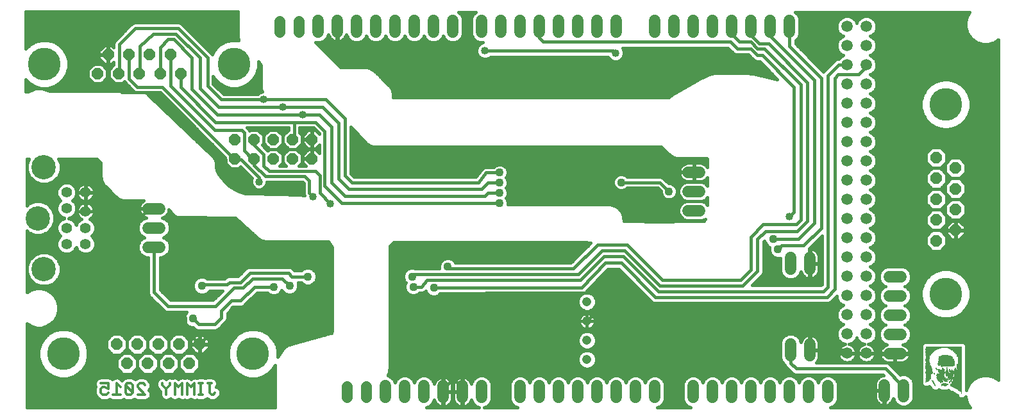
<source format=gbl>
G75*
%MOIN*%
%OFA0B0*%
%FSLAX25Y25*%
%IPPOS*%
%LPD*%
%AMOC8*
5,1,8,0,0,1.08239X$1,22.5*
%
%ADD10R,0.00225X0.00075*%
%ADD11R,0.00150X0.00075*%
%ADD12R,0.00300X0.00075*%
%ADD13R,0.00375X0.00075*%
%ADD14R,0.00450X0.00075*%
%ADD15R,0.00525X0.00075*%
%ADD16R,0.00600X0.00075*%
%ADD17R,0.00675X0.00075*%
%ADD18R,0.00975X0.00075*%
%ADD19R,0.01275X0.00075*%
%ADD20R,0.01425X0.00075*%
%ADD21R,0.01725X0.00075*%
%ADD22R,0.01800X0.00075*%
%ADD23R,0.01875X0.00075*%
%ADD24R,0.02175X0.00075*%
%ADD25R,0.02250X0.00075*%
%ADD26R,0.02400X0.00075*%
%ADD27R,0.02700X0.00075*%
%ADD28R,0.02850X0.00075*%
%ADD29R,0.03150X0.00075*%
%ADD30R,0.03600X0.00075*%
%ADD31R,0.03675X0.00075*%
%ADD32R,0.03750X0.00075*%
%ADD33R,0.03825X0.00075*%
%ADD34R,0.04050X0.00075*%
%ADD35R,0.04125X0.00075*%
%ADD36R,0.04350X0.00075*%
%ADD37R,0.04425X0.00075*%
%ADD38R,0.04725X0.00075*%
%ADD39R,0.05175X0.00075*%
%ADD40R,0.05250X0.00075*%
%ADD41R,0.05325X0.00075*%
%ADD42R,0.05625X0.00075*%
%ADD43R,0.00075X0.00075*%
%ADD44R,0.00825X0.00075*%
%ADD45R,0.05700X0.00075*%
%ADD46R,0.06000X0.00075*%
%ADD47R,0.01125X0.00075*%
%ADD48R,0.06300X0.00075*%
%ADD49R,0.01950X0.00075*%
%ADD50R,0.00750X0.00075*%
%ADD51R,0.02025X0.00075*%
%ADD52R,0.02100X0.00075*%
%ADD53R,0.06225X0.00075*%
%ADD54R,0.06150X0.00075*%
%ADD55R,0.06075X0.00075*%
%ADD56R,0.03075X0.00075*%
%ADD57R,0.05925X0.00075*%
%ADD58R,0.05850X0.00075*%
%ADD59R,0.03000X0.00075*%
%ADD60R,0.05775X0.00075*%
%ADD61R,0.02475X0.00075*%
%ADD62R,0.05550X0.00075*%
%ADD63R,0.05475X0.00075*%
%ADD64R,0.05400X0.00075*%
%ADD65R,0.01200X0.00075*%
%ADD66R,0.05100X0.00075*%
%ADD67R,0.05025X0.00075*%
%ADD68R,0.01350X0.00075*%
%ADD69R,0.01050X0.00075*%
%ADD70R,0.04875X0.00075*%
%ADD71R,0.01500X0.00075*%
%ADD72R,0.01575X0.00075*%
%ADD73R,0.01650X0.00075*%
%ADD74R,0.02325X0.00075*%
%ADD75R,0.04575X0.00075*%
%ADD76R,0.02925X0.00075*%
%ADD77R,0.02550X0.00075*%
%ADD78R,0.02775X0.00075*%
%ADD79R,0.04500X0.00075*%
%ADD80R,0.04650X0.00075*%
%ADD81R,0.04800X0.00075*%
%ADD82R,0.04275X0.00075*%
%ADD83R,0.04200X0.00075*%
%ADD84R,0.03975X0.00075*%
%ADD85R,0.03900X0.00075*%
%ADD86R,0.00900X0.00075*%
%ADD87R,0.03525X0.00075*%
%ADD88R,0.02625X0.00075*%
%ADD89R,0.03225X0.00075*%
%ADD90R,0.06375X0.00075*%
%ADD91R,0.06450X0.00075*%
%ADD92R,0.03375X0.00075*%
%ADD93R,0.03450X0.00075*%
%ADD94R,0.03300X0.00075*%
%ADD95R,0.06900X0.00075*%
%ADD96R,0.06975X0.00075*%
%ADD97R,0.07125X0.00075*%
%ADD98R,0.07050X0.00075*%
%ADD99R,0.08475X0.00075*%
%ADD100R,0.08550X0.00075*%
%ADD101R,0.08625X0.00075*%
%ADD102R,0.08700X0.00075*%
%ADD103R,0.08775X0.00075*%
%ADD104R,0.08850X0.00075*%
%ADD105R,0.09000X0.00075*%
%ADD106R,0.08250X0.00075*%
%ADD107R,0.08175X0.00075*%
%ADD108R,0.08100X0.00075*%
%ADD109R,0.08025X0.00075*%
%ADD110R,0.07875X0.00075*%
%ADD111R,0.07725X0.00075*%
%ADD112R,0.07425X0.00075*%
%ADD113R,0.07275X0.00075*%
%ADD114R,0.06675X0.00075*%
%ADD115R,0.06525X0.00075*%
%ADD116R,0.04950X0.00075*%
%ADD117R,0.06600X0.00075*%
%ADD118R,0.07500X0.00075*%
%ADD119R,0.06750X0.00075*%
%ADD120R,0.07575X0.00075*%
%ADD121R,0.08325X0.00075*%
%ADD122R,0.07350X0.00075*%
%ADD123R,0.18750X0.00075*%
%ADD124C,0.01200*%
%ADD125C,0.05937*%
%ADD126C,0.05937*%
%ADD127C,0.05600*%
%ADD128C,0.04756*%
%ADD129C,0.06000*%
%ADD130OC8,0.06000*%
%ADD131C,0.17000*%
%ADD132C,0.12661*%
%ADD133C,0.05543*%
%ADD134C,0.01600*%
%ADD135C,0.04362*%
%ADD136C,0.04000*%
D10*
X0512606Y0060013D03*
X0514031Y0057613D03*
X0514031Y0057538D03*
X0514181Y0057313D03*
X0514181Y0057238D03*
X0518081Y0058588D03*
X0519131Y0064438D03*
X0520256Y0066388D03*
X0520106Y0066613D03*
X0517331Y0067438D03*
X0515756Y0067813D03*
X0515756Y0067888D03*
X0513881Y0063163D03*
X0513881Y0063088D03*
X0513881Y0063013D03*
X0522956Y0065638D03*
X0522956Y0065713D03*
X0522956Y0065788D03*
X0524606Y0066463D03*
X0521231Y0072913D03*
X0521231Y0072988D03*
X0527756Y0053863D03*
X0527756Y0053788D03*
X0527756Y0053713D03*
X0527756Y0053638D03*
X0527756Y0053413D03*
X0527756Y0053338D03*
D11*
X0527793Y0053488D03*
X0514218Y0057388D03*
X0520293Y0061138D03*
X0520593Y0066313D03*
X0520293Y0066463D03*
X0520518Y0066688D03*
X0514818Y0065638D03*
D12*
X0514818Y0065713D03*
X0514443Y0066463D03*
X0515193Y0063613D03*
X0518943Y0063913D03*
X0520368Y0062338D03*
X0520293Y0061063D03*
X0520818Y0060313D03*
X0521643Y0060463D03*
X0518118Y0058513D03*
X0516918Y0058738D03*
X0512643Y0059938D03*
X0518043Y0066463D03*
X0520143Y0066688D03*
X0520293Y0066313D03*
X0527718Y0053938D03*
D13*
X0527681Y0054013D03*
X0521531Y0058888D03*
X0520856Y0060388D03*
X0521606Y0060538D03*
X0520331Y0060988D03*
X0518981Y0063988D03*
X0519131Y0064363D03*
X0517256Y0063838D03*
X0515231Y0063538D03*
X0513656Y0063538D03*
X0513656Y0063463D03*
X0513506Y0063838D03*
X0513506Y0063913D03*
X0512231Y0063538D03*
X0512231Y0063463D03*
X0512681Y0059863D03*
X0513206Y0058813D03*
X0513656Y0058063D03*
X0513806Y0057763D03*
X0516956Y0058813D03*
X0517631Y0059038D03*
X0517706Y0057388D03*
X0509306Y0059263D03*
X0509306Y0059338D03*
X0522731Y0063613D03*
X0522731Y0063688D03*
X0524606Y0066388D03*
X0518006Y0066388D03*
X0518006Y0066313D03*
X0518006Y0066238D03*
X0517256Y0067513D03*
X0517256Y0067588D03*
X0514406Y0066388D03*
X0518006Y0073063D03*
X0518006Y0073138D03*
D14*
X0517293Y0067663D03*
X0518043Y0066163D03*
X0519093Y0064288D03*
X0518418Y0063913D03*
X0520368Y0062413D03*
X0520368Y0060913D03*
X0519993Y0060163D03*
X0521643Y0060613D03*
X0522243Y0059938D03*
X0522318Y0060013D03*
X0522393Y0060088D03*
X0517743Y0057463D03*
X0513168Y0058888D03*
X0513018Y0059188D03*
X0512868Y0059488D03*
X0512868Y0059563D03*
X0512868Y0059638D03*
X0512718Y0059788D03*
X0514818Y0065788D03*
X0514443Y0066313D03*
X0524568Y0066313D03*
X0527643Y0054088D03*
D15*
X0527606Y0054163D03*
X0521531Y0058963D03*
X0521531Y0059038D03*
X0521531Y0059113D03*
X0522206Y0059863D03*
X0522431Y0060163D03*
X0521681Y0060688D03*
X0520331Y0059863D03*
X0519956Y0060238D03*
X0519056Y0059863D03*
X0519056Y0059788D03*
X0517631Y0059938D03*
X0517631Y0060013D03*
X0516956Y0058888D03*
X0513881Y0057688D03*
X0513731Y0057838D03*
X0513731Y0057913D03*
X0513731Y0057988D03*
X0513581Y0058138D03*
X0513581Y0058213D03*
X0513431Y0058363D03*
X0513431Y0058438D03*
X0513431Y0058513D03*
X0513281Y0058663D03*
X0513056Y0059113D03*
X0512906Y0059413D03*
X0512756Y0059713D03*
X0513581Y0063613D03*
X0513581Y0063688D03*
X0513581Y0063763D03*
X0514481Y0066238D03*
X0517481Y0067063D03*
X0517481Y0067138D03*
X0517331Y0067738D03*
X0518081Y0066088D03*
X0519056Y0064213D03*
X0519056Y0064138D03*
X0518981Y0064063D03*
D16*
X0518418Y0063838D03*
X0518118Y0066013D03*
X0520368Y0066913D03*
X0514818Y0065863D03*
X0514668Y0066013D03*
X0514593Y0066088D03*
X0514518Y0066163D03*
X0520293Y0059788D03*
X0521568Y0059188D03*
X0522168Y0059638D03*
X0522168Y0059713D03*
X0522168Y0059788D03*
X0522468Y0060238D03*
X0516993Y0058963D03*
X0513243Y0058738D03*
X0513093Y0058963D03*
X0513093Y0059038D03*
X0512943Y0059263D03*
X0512943Y0059338D03*
X0527568Y0054238D03*
D17*
X0527531Y0054313D03*
X0521606Y0059263D03*
X0522506Y0060313D03*
X0517706Y0057538D03*
X0517031Y0059038D03*
X0513506Y0058288D03*
X0513356Y0058588D03*
X0512231Y0063613D03*
X0512231Y0063688D03*
X0514781Y0065938D03*
X0515681Y0065938D03*
X0515681Y0065863D03*
X0517406Y0067213D03*
X0517406Y0067288D03*
X0517406Y0067363D03*
X0521606Y0065788D03*
X0521606Y0065713D03*
X0521606Y0065638D03*
X0521606Y0065563D03*
X0521606Y0065488D03*
X0521606Y0065413D03*
X0524606Y0066238D03*
D18*
X0524606Y0065938D03*
X0520331Y0065338D03*
X0516131Y0067963D03*
X0516131Y0068038D03*
X0512231Y0063763D03*
X0509606Y0059488D03*
X0509606Y0059413D03*
X0519131Y0057238D03*
X0519731Y0059413D03*
X0527381Y0054463D03*
X0527381Y0054388D03*
D19*
X0527231Y0054538D03*
X0527231Y0054613D03*
X0517406Y0059263D03*
X0517331Y0059188D03*
X0521906Y0065338D03*
X0515981Y0065788D03*
D20*
X0519656Y0059563D03*
X0527156Y0054763D03*
X0527156Y0054688D03*
X0509831Y0059563D03*
X0509831Y0059638D03*
D21*
X0509981Y0059863D03*
X0516356Y0060163D03*
X0519656Y0059713D03*
X0522056Y0060913D03*
X0527006Y0054913D03*
X0527006Y0054838D03*
X0527006Y0070963D03*
X0527006Y0071113D03*
X0509981Y0071113D03*
X0509981Y0070813D03*
X0509981Y0070738D03*
X0509981Y0070363D03*
X0509981Y0070138D03*
D22*
X0510018Y0070213D03*
X0510018Y0070288D03*
X0510018Y0070438D03*
X0510018Y0070063D03*
X0510018Y0070888D03*
X0510018Y0070963D03*
X0510018Y0071038D03*
X0510018Y0071188D03*
X0517068Y0063913D03*
X0520593Y0063913D03*
X0520593Y0063838D03*
X0516393Y0060238D03*
X0516993Y0059638D03*
X0516993Y0059563D03*
X0516993Y0059488D03*
X0519168Y0057388D03*
X0510018Y0059938D03*
X0526968Y0054988D03*
X0526968Y0070888D03*
X0526968Y0071038D03*
X0526968Y0071188D03*
D23*
X0526931Y0071263D03*
X0526931Y0070813D03*
X0510056Y0070663D03*
X0510056Y0071263D03*
X0510056Y0060013D03*
X0519206Y0057463D03*
X0526931Y0055063D03*
D24*
X0526781Y0055138D03*
X0519356Y0057763D03*
X0522206Y0062338D03*
X0510206Y0060313D03*
X0510206Y0069088D03*
X0526781Y0069088D03*
D25*
X0526743Y0069013D03*
X0526743Y0068938D03*
X0526743Y0068863D03*
X0526743Y0068788D03*
X0526743Y0068713D03*
X0526743Y0065863D03*
X0526743Y0065788D03*
X0526743Y0065713D03*
X0526743Y0065638D03*
X0526743Y0065563D03*
X0522543Y0064588D03*
X0522543Y0064513D03*
X0522393Y0064963D03*
X0522393Y0065038D03*
X0522243Y0062563D03*
X0522243Y0062488D03*
X0522243Y0062413D03*
X0522093Y0062188D03*
X0522093Y0062113D03*
X0522093Y0061138D03*
X0519468Y0060838D03*
X0516918Y0059788D03*
X0516918Y0059713D03*
X0516618Y0060313D03*
X0516618Y0060388D03*
X0510243Y0060388D03*
X0510243Y0060463D03*
X0510243Y0060538D03*
X0510243Y0068038D03*
X0510243Y0068113D03*
X0510243Y0068488D03*
X0510243Y0068563D03*
X0510243Y0069013D03*
X0510243Y0072538D03*
X0510243Y0072613D03*
X0510243Y0072688D03*
X0510243Y0072763D03*
X0510243Y0072838D03*
X0510243Y0072913D03*
X0526743Y0072313D03*
X0526743Y0072238D03*
X0526743Y0072163D03*
X0526743Y0072088D03*
X0526743Y0055288D03*
X0526743Y0055213D03*
D26*
X0526668Y0055363D03*
X0526668Y0055438D03*
X0522018Y0061813D03*
X0522018Y0061888D03*
X0522018Y0061963D03*
X0522018Y0062038D03*
X0522243Y0062638D03*
X0520893Y0063613D03*
X0522468Y0064738D03*
X0522468Y0064813D03*
X0526668Y0065413D03*
X0526668Y0066013D03*
X0526668Y0066088D03*
X0526668Y0066163D03*
X0526668Y0066238D03*
X0526668Y0066313D03*
X0526668Y0068188D03*
X0526668Y0068263D03*
X0526668Y0068338D03*
X0526668Y0068413D03*
X0526668Y0068488D03*
X0526668Y0068563D03*
X0526668Y0072388D03*
X0526668Y0072463D03*
X0526668Y0072538D03*
X0526668Y0072613D03*
X0519543Y0073138D03*
X0510318Y0073063D03*
X0510318Y0068863D03*
X0510318Y0068788D03*
X0510318Y0068713D03*
X0510318Y0068638D03*
X0510318Y0067963D03*
X0510318Y0067888D03*
X0510318Y0063838D03*
X0510318Y0063763D03*
X0510318Y0063688D03*
X0510318Y0060913D03*
X0510318Y0060838D03*
X0510318Y0060763D03*
X0510318Y0060688D03*
X0516618Y0060463D03*
X0516843Y0059863D03*
X0519318Y0060388D03*
X0519018Y0058288D03*
D27*
X0519693Y0060613D03*
X0526518Y0055588D03*
X0526518Y0055513D03*
X0510468Y0061138D03*
X0510468Y0061213D03*
X0510468Y0061288D03*
X0510468Y0061363D03*
X0510468Y0061438D03*
X0510468Y0061513D03*
X0510468Y0061588D03*
X0510468Y0061663D03*
X0510468Y0061738D03*
X0510468Y0061813D03*
X0510468Y0062788D03*
X0510468Y0062863D03*
X0510468Y0062938D03*
X0510468Y0063013D03*
X0510468Y0063088D03*
X0510468Y0063163D03*
X0510468Y0063238D03*
X0510468Y0067738D03*
X0510468Y0067813D03*
X0510468Y0073513D03*
X0526518Y0073363D03*
X0526518Y0073288D03*
X0526518Y0073213D03*
X0526518Y0073138D03*
X0526518Y0073063D03*
X0526518Y0072988D03*
X0526518Y0067813D03*
X0526518Y0067738D03*
X0526518Y0067663D03*
X0526518Y0067588D03*
X0526518Y0067513D03*
X0526518Y0067438D03*
X0526518Y0067363D03*
X0526518Y0067288D03*
X0526518Y0067213D03*
X0526518Y0067138D03*
X0526518Y0067063D03*
X0526518Y0066988D03*
X0526518Y0066913D03*
X0526518Y0066838D03*
X0526518Y0066763D03*
D28*
X0526443Y0064813D03*
X0526443Y0064738D03*
X0526443Y0064663D03*
X0526443Y0073513D03*
X0526443Y0073588D03*
X0526443Y0073663D03*
X0526443Y0073738D03*
X0526443Y0073813D03*
X0510543Y0073663D03*
X0510543Y0067663D03*
X0510543Y0067588D03*
X0510543Y0067513D03*
X0510543Y0067438D03*
X0510543Y0062638D03*
X0510543Y0062563D03*
X0510543Y0062488D03*
X0510543Y0062413D03*
X0510543Y0062338D03*
X0510543Y0062263D03*
X0510543Y0062188D03*
X0510543Y0062113D03*
X0510543Y0062038D03*
X0510543Y0061963D03*
X0510543Y0061888D03*
X0526443Y0055738D03*
X0526443Y0055663D03*
D29*
X0526293Y0055813D03*
X0526293Y0055888D03*
X0518943Y0057838D03*
X0517218Y0064513D03*
X0510693Y0066238D03*
X0510693Y0066613D03*
X0510693Y0066688D03*
X0510693Y0066763D03*
X0510693Y0066838D03*
X0510693Y0066913D03*
X0510693Y0066988D03*
X0510693Y0067063D03*
X0510693Y0067138D03*
X0510693Y0067213D03*
X0510693Y0073963D03*
D30*
X0510918Y0074413D03*
X0526068Y0074563D03*
X0510918Y0064663D03*
X0526068Y0055963D03*
D31*
X0526031Y0056038D03*
X0510956Y0063913D03*
X0510956Y0063988D03*
X0510956Y0064063D03*
X0510956Y0064138D03*
X0510956Y0064213D03*
X0510956Y0064288D03*
X0510956Y0064363D03*
X0510956Y0064438D03*
X0510956Y0064513D03*
X0510956Y0064588D03*
X0517181Y0065488D03*
X0510956Y0074488D03*
X0526031Y0074638D03*
D32*
X0525993Y0074713D03*
X0510993Y0074563D03*
X0516693Y0062938D03*
X0516693Y0062863D03*
X0516693Y0062788D03*
X0516693Y0062713D03*
X0516693Y0062638D03*
X0516693Y0062563D03*
X0525993Y0056113D03*
D33*
X0525956Y0056188D03*
X0521606Y0062713D03*
X0521606Y0062788D03*
X0521456Y0063088D03*
X0521456Y0063163D03*
X0516806Y0063463D03*
X0511031Y0074638D03*
X0511031Y0074713D03*
X0511031Y0074788D03*
X0525956Y0074788D03*
X0525956Y0074863D03*
X0525956Y0074938D03*
D34*
X0511143Y0075163D03*
X0525843Y0063163D03*
X0516843Y0062113D03*
X0525843Y0056263D03*
D35*
X0525806Y0056338D03*
X0525806Y0062713D03*
X0525806Y0062788D03*
X0525806Y0062863D03*
X0525806Y0062938D03*
X0525806Y0063013D03*
X0525806Y0063088D03*
X0525806Y0064513D03*
X0525806Y0064588D03*
X0511181Y0075238D03*
D36*
X0525693Y0075313D03*
X0516993Y0061663D03*
X0525693Y0056413D03*
D37*
X0525656Y0056488D03*
X0525656Y0061063D03*
X0525656Y0061138D03*
X0525656Y0061213D03*
X0525656Y0061288D03*
X0525656Y0061363D03*
X0525656Y0061438D03*
X0525656Y0061513D03*
X0525656Y0061588D03*
X0525656Y0061663D03*
X0525656Y0061738D03*
X0525656Y0061813D03*
X0525656Y0061888D03*
X0517406Y0060988D03*
X0525656Y0075388D03*
D38*
X0525506Y0075538D03*
X0521006Y0067588D03*
X0521006Y0067513D03*
X0517256Y0061288D03*
X0525506Y0060313D03*
X0525506Y0060238D03*
X0525506Y0060163D03*
X0525506Y0060088D03*
X0525506Y0060013D03*
X0525506Y0059938D03*
X0525506Y0059863D03*
X0525506Y0059788D03*
X0525506Y0056638D03*
X0525506Y0056563D03*
X0511481Y0075538D03*
D39*
X0511706Y0075838D03*
X0525281Y0075838D03*
X0525281Y0059038D03*
X0525281Y0058963D03*
X0525281Y0058888D03*
X0525281Y0056788D03*
X0525281Y0056713D03*
D40*
X0525243Y0056863D03*
X0525243Y0058813D03*
X0525243Y0075913D03*
X0511743Y0075913D03*
D41*
X0525206Y0058738D03*
X0525206Y0056938D03*
D42*
X0525056Y0057013D03*
X0525056Y0057088D03*
X0525056Y0058288D03*
X0525056Y0076138D03*
D43*
X0522506Y0075913D03*
X0514481Y0075913D03*
X0520106Y0066538D03*
X0520931Y0060688D03*
X0522056Y0057163D03*
X0517706Y0057313D03*
X0514181Y0057163D03*
D44*
X0517781Y0057688D03*
X0517781Y0057763D03*
X0519131Y0057163D03*
X0522506Y0060613D03*
X0522506Y0060688D03*
X0524681Y0066088D03*
X0518306Y0065938D03*
D45*
X0525018Y0058213D03*
X0525018Y0057163D03*
X0525018Y0076213D03*
D46*
X0512118Y0076363D03*
X0524868Y0057913D03*
X0524868Y0057313D03*
X0524868Y0057238D03*
D47*
X0519131Y0057313D03*
X0520331Y0065038D03*
X0524381Y0064738D03*
X0524531Y0065488D03*
D48*
X0524718Y0064288D03*
X0524718Y0064213D03*
X0524718Y0064138D03*
X0524718Y0057613D03*
X0524718Y0057538D03*
X0524718Y0057463D03*
X0524718Y0057388D03*
D49*
X0522093Y0060988D03*
X0518943Y0058438D03*
X0519243Y0057538D03*
X0517068Y0059413D03*
X0510093Y0060088D03*
X0517068Y0063988D03*
X0522243Y0065113D03*
X0522243Y0065188D03*
X0526893Y0070438D03*
X0526893Y0070513D03*
X0526893Y0070588D03*
X0526893Y0070663D03*
X0526893Y0070738D03*
X0526893Y0071338D03*
X0510093Y0071338D03*
X0510093Y0071413D03*
X0510093Y0071488D03*
X0510093Y0071563D03*
X0510093Y0071638D03*
X0510093Y0071713D03*
X0510093Y0071788D03*
X0510093Y0070588D03*
X0510093Y0070513D03*
X0510093Y0069988D03*
X0510093Y0069913D03*
X0510093Y0069838D03*
X0510093Y0069763D03*
D50*
X0518343Y0065863D03*
X0520368Y0066163D03*
X0520368Y0066238D03*
X0520368Y0066763D03*
X0520368Y0066838D03*
X0524568Y0066163D03*
X0522543Y0060538D03*
X0522543Y0060463D03*
X0522543Y0060388D03*
X0521643Y0059338D03*
X0517743Y0057613D03*
D51*
X0518981Y0058363D03*
X0519281Y0057613D03*
X0522056Y0061063D03*
X0510131Y0060163D03*
X0526856Y0070363D03*
X0526856Y0071413D03*
X0510131Y0071863D03*
D52*
X0510168Y0071938D03*
X0510168Y0072013D03*
X0510168Y0072088D03*
X0510168Y0072163D03*
X0510168Y0072238D03*
X0510168Y0072313D03*
X0510168Y0072388D03*
X0510168Y0072463D03*
X0510168Y0069688D03*
X0510168Y0069613D03*
X0510168Y0069538D03*
X0510168Y0069463D03*
X0510168Y0069388D03*
X0510168Y0069313D03*
X0510168Y0069238D03*
X0510168Y0069163D03*
X0510168Y0068413D03*
X0510168Y0068338D03*
X0510168Y0068263D03*
X0510168Y0068188D03*
X0510168Y0060238D03*
X0519318Y0057688D03*
X0522168Y0062263D03*
X0520743Y0063688D03*
X0520743Y0063763D03*
X0526818Y0069163D03*
X0526818Y0069238D03*
X0526818Y0069313D03*
X0526818Y0069388D03*
X0526818Y0069463D03*
X0526818Y0069538D03*
X0526818Y0069613D03*
X0526818Y0069688D03*
X0526818Y0069763D03*
X0526818Y0069838D03*
X0526818Y0069913D03*
X0526818Y0069988D03*
X0526818Y0070063D03*
X0526818Y0070138D03*
X0526818Y0070213D03*
X0526818Y0070288D03*
X0526818Y0071488D03*
X0526818Y0071563D03*
X0526818Y0071638D03*
X0526818Y0071713D03*
X0526818Y0071788D03*
X0526818Y0071863D03*
X0526818Y0071938D03*
X0526818Y0072013D03*
D53*
X0524756Y0064063D03*
X0524756Y0057688D03*
D54*
X0524793Y0057763D03*
X0524793Y0076438D03*
X0524793Y0076513D03*
D55*
X0524831Y0057838D03*
D56*
X0519056Y0057913D03*
X0519056Y0057988D03*
X0519056Y0058063D03*
X0521081Y0063388D03*
X0521531Y0067438D03*
X0526331Y0074188D03*
X0510656Y0073888D03*
X0510656Y0066538D03*
X0510656Y0066313D03*
D57*
X0512081Y0076288D03*
X0524906Y0057988D03*
D58*
X0524943Y0058063D03*
X0520593Y0067738D03*
X0524943Y0076363D03*
X0512043Y0076213D03*
D59*
X0510618Y0073813D03*
X0510618Y0067363D03*
X0510618Y0067288D03*
X0510618Y0066463D03*
X0510618Y0066388D03*
X0516543Y0060763D03*
X0516543Y0060688D03*
X0519018Y0058138D03*
X0521043Y0063463D03*
X0521568Y0067363D03*
X0526368Y0073963D03*
X0526368Y0074038D03*
X0526368Y0074113D03*
D60*
X0524981Y0076288D03*
X0512006Y0076138D03*
X0520631Y0067663D03*
X0524981Y0058138D03*
D61*
X0519056Y0058213D03*
X0520931Y0063538D03*
X0526631Y0066388D03*
X0519506Y0073063D03*
D62*
X0525093Y0076063D03*
X0511893Y0076063D03*
X0525093Y0058513D03*
X0525093Y0058363D03*
D63*
X0525131Y0058438D03*
X0525131Y0058588D03*
X0525131Y0075988D03*
X0511856Y0075988D03*
D64*
X0525168Y0058663D03*
D65*
X0521868Y0059413D03*
X0521868Y0059488D03*
X0521868Y0059563D03*
X0520368Y0062638D03*
X0520293Y0064438D03*
X0520293Y0064513D03*
X0520293Y0064588D03*
X0520293Y0064663D03*
X0520293Y0064738D03*
X0520293Y0064813D03*
X0520293Y0064888D03*
X0520293Y0064963D03*
X0524343Y0064663D03*
X0524493Y0065413D03*
X0517293Y0059113D03*
D66*
X0525318Y0059113D03*
X0525318Y0075763D03*
X0511668Y0075763D03*
D67*
X0519581Y0072688D03*
X0519581Y0072613D03*
X0525356Y0075688D03*
X0525356Y0059413D03*
X0525356Y0059338D03*
X0525356Y0059263D03*
X0525356Y0059188D03*
D68*
X0522468Y0063913D03*
X0521943Y0065263D03*
X0520368Y0064363D03*
X0520368Y0064288D03*
X0520368Y0064213D03*
X0520368Y0064138D03*
X0518043Y0063688D03*
X0516018Y0065713D03*
X0518943Y0060913D03*
X0517368Y0059338D03*
X0520068Y0073213D03*
X0520068Y0073288D03*
D69*
X0518193Y0065788D03*
X0518193Y0065713D03*
X0520368Y0065263D03*
X0520368Y0065188D03*
X0520368Y0065113D03*
X0522543Y0063838D03*
X0524418Y0064813D03*
X0524568Y0065563D03*
X0524568Y0065638D03*
X0524568Y0065713D03*
X0524568Y0065788D03*
X0524568Y0065863D03*
X0520368Y0062563D03*
X0519768Y0059488D03*
X0512268Y0063838D03*
D70*
X0525431Y0059713D03*
X0525431Y0059638D03*
X0525431Y0059563D03*
X0525431Y0059488D03*
X0511556Y0075688D03*
D71*
X0520443Y0064063D03*
X0520443Y0063988D03*
X0522468Y0063988D03*
X0519693Y0059638D03*
X0516393Y0060088D03*
D72*
X0516431Y0060013D03*
X0522131Y0060763D03*
X0509906Y0059788D03*
X0509906Y0059713D03*
D73*
X0516468Y0059938D03*
X0517893Y0063763D03*
X0522093Y0060838D03*
D74*
X0522056Y0061213D03*
X0519581Y0060763D03*
X0519581Y0060688D03*
X0519356Y0060313D03*
X0517031Y0064063D03*
X0522431Y0064888D03*
X0522506Y0064663D03*
X0526706Y0065488D03*
X0526706Y0065938D03*
X0526706Y0068638D03*
X0510281Y0068938D03*
X0510281Y0072988D03*
X0510281Y0060613D03*
D75*
X0517331Y0061138D03*
X0525581Y0060913D03*
X0525581Y0060838D03*
X0525581Y0060763D03*
X0525581Y0060688D03*
X0525581Y0060613D03*
X0525581Y0060538D03*
X0525581Y0060463D03*
X0525581Y0060388D03*
X0525581Y0063613D03*
X0525581Y0063688D03*
X0525581Y0063763D03*
X0525581Y0063838D03*
X0525581Y0063913D03*
X0525581Y0063988D03*
X0511406Y0075388D03*
D76*
X0510581Y0073738D03*
X0517106Y0064438D03*
X0517106Y0064363D03*
X0517106Y0064288D03*
X0516656Y0060913D03*
X0516581Y0060838D03*
X0516506Y0060613D03*
X0519581Y0060463D03*
X0526406Y0073888D03*
D77*
X0526593Y0072913D03*
X0526593Y0072838D03*
X0526593Y0072763D03*
X0526593Y0072688D03*
X0526593Y0068113D03*
X0526593Y0068038D03*
X0526593Y0067963D03*
X0526593Y0067888D03*
X0526593Y0066688D03*
X0526593Y0066613D03*
X0526593Y0066538D03*
X0526593Y0066463D03*
X0521943Y0061738D03*
X0521943Y0061663D03*
X0521943Y0061588D03*
X0521943Y0061513D03*
X0521943Y0061438D03*
X0521943Y0061363D03*
X0521943Y0061288D03*
X0516618Y0060538D03*
X0510393Y0060988D03*
X0510393Y0061063D03*
X0510393Y0063388D03*
X0510393Y0063463D03*
X0510393Y0063538D03*
X0510393Y0063613D03*
X0510393Y0073138D03*
X0510393Y0073213D03*
X0510393Y0073288D03*
X0510393Y0073363D03*
D78*
X0510506Y0073588D03*
X0510506Y0062713D03*
X0517106Y0064213D03*
X0519656Y0060538D03*
X0526481Y0073438D03*
D79*
X0511368Y0075313D03*
X0517368Y0061063D03*
X0525618Y0060988D03*
D80*
X0517293Y0061213D03*
X0517143Y0061513D03*
X0517143Y0061588D03*
X0511443Y0075463D03*
X0525543Y0075463D03*
D81*
X0511518Y0075613D03*
X0517218Y0061438D03*
X0517218Y0061363D03*
D82*
X0516956Y0061738D03*
X0525731Y0061963D03*
X0525731Y0062038D03*
X0525731Y0062113D03*
X0525731Y0062188D03*
X0525731Y0062263D03*
X0525731Y0062338D03*
X0525731Y0062413D03*
X0525731Y0062488D03*
X0525731Y0062563D03*
X0525731Y0062638D03*
X0519506Y0072763D03*
X0519506Y0072838D03*
X0525731Y0075238D03*
D83*
X0525768Y0075163D03*
X0516918Y0062038D03*
X0516918Y0061963D03*
X0516918Y0061888D03*
X0516918Y0061813D03*
D84*
X0516806Y0062188D03*
X0521531Y0062863D03*
X0521531Y0062938D03*
X0525881Y0063238D03*
X0525881Y0063313D03*
X0525881Y0063388D03*
X0525881Y0063463D03*
X0525881Y0063538D03*
X0525881Y0064888D03*
X0525881Y0064963D03*
X0525881Y0065038D03*
X0525881Y0065113D03*
X0525881Y0065188D03*
X0525881Y0065263D03*
X0525881Y0065338D03*
X0525881Y0075088D03*
X0511106Y0075088D03*
X0511106Y0075013D03*
X0511106Y0074938D03*
D85*
X0511068Y0074863D03*
X0525918Y0075013D03*
X0521493Y0063013D03*
X0516768Y0063013D03*
X0516768Y0063088D03*
X0516768Y0063163D03*
X0516768Y0063238D03*
X0516768Y0063313D03*
X0516768Y0063388D03*
X0516768Y0062488D03*
X0516768Y0062413D03*
X0516768Y0062338D03*
X0516768Y0062263D03*
D86*
X0520368Y0062488D03*
X0522543Y0063763D03*
X0520293Y0065413D03*
X0520293Y0065488D03*
X0520293Y0065563D03*
X0520293Y0065638D03*
X0520293Y0065713D03*
X0520293Y0065788D03*
X0520293Y0065863D03*
X0520293Y0065938D03*
X0520293Y0066013D03*
X0520293Y0066088D03*
X0524643Y0066013D03*
D87*
X0521306Y0063313D03*
X0521306Y0063238D03*
X0517256Y0065338D03*
X0517256Y0065413D03*
X0510881Y0064738D03*
X0510881Y0074338D03*
X0526106Y0074488D03*
D88*
X0510431Y0073438D03*
X0510431Y0063313D03*
D89*
X0510731Y0066163D03*
X0517256Y0064663D03*
X0517256Y0064588D03*
X0517106Y0063613D03*
X0517106Y0063538D03*
X0510731Y0074038D03*
D90*
X0524681Y0064363D03*
D91*
X0524643Y0064438D03*
D92*
X0517331Y0064738D03*
X0517331Y0064813D03*
X0517331Y0064888D03*
X0517331Y0064963D03*
X0517331Y0065038D03*
X0517331Y0065113D03*
X0517331Y0065188D03*
X0517331Y0065263D03*
X0517031Y0065563D03*
X0517031Y0065638D03*
X0519206Y0072913D03*
X0510806Y0074188D03*
X0526181Y0074338D03*
D93*
X0526143Y0074413D03*
X0510843Y0074263D03*
X0510843Y0065038D03*
X0510843Y0064963D03*
X0510843Y0064888D03*
X0510843Y0064813D03*
D94*
X0510768Y0065113D03*
X0510768Y0065188D03*
X0510768Y0065263D03*
X0510768Y0065338D03*
X0510768Y0065413D03*
X0510768Y0065488D03*
X0510768Y0065563D03*
X0510768Y0065638D03*
X0510768Y0065713D03*
X0510768Y0065788D03*
X0510768Y0065863D03*
X0510768Y0065938D03*
X0510768Y0066013D03*
X0510768Y0066088D03*
X0510768Y0074113D03*
X0519168Y0072988D03*
X0526218Y0074263D03*
D95*
X0519393Y0072388D03*
X0520518Y0067813D03*
D96*
X0520556Y0067888D03*
X0519581Y0071938D03*
X0519581Y0072013D03*
X0519431Y0072163D03*
X0519431Y0072238D03*
X0519431Y0072313D03*
D97*
X0519506Y0071863D03*
X0519506Y0071788D03*
X0520481Y0067963D03*
D98*
X0520443Y0068038D03*
X0519468Y0072088D03*
X0512643Y0076588D03*
X0512643Y0076663D03*
D99*
X0519881Y0068113D03*
D100*
X0519918Y0068188D03*
X0519918Y0070138D03*
D101*
X0519881Y0070063D03*
X0519881Y0068263D03*
D102*
X0519843Y0068338D03*
X0519993Y0068863D03*
X0519993Y0068938D03*
X0519993Y0069013D03*
X0519843Y0069163D03*
X0519843Y0069763D03*
X0519843Y0069838D03*
X0519843Y0069913D03*
X0519843Y0069988D03*
D103*
X0519881Y0069088D03*
X0519806Y0068413D03*
X0513506Y0077038D03*
X0513506Y0077113D03*
D104*
X0519768Y0069688D03*
X0519768Y0069613D03*
X0519768Y0069538D03*
X0519768Y0069463D03*
X0519768Y0069388D03*
X0519768Y0069313D03*
X0519768Y0069238D03*
X0519768Y0068563D03*
X0519768Y0068488D03*
D105*
X0519843Y0068638D03*
X0519843Y0068713D03*
X0519843Y0068788D03*
D106*
X0519918Y0070213D03*
X0519768Y0070363D03*
D107*
X0519731Y0070438D03*
X0519881Y0070288D03*
D108*
X0519768Y0070513D03*
D109*
X0519806Y0070588D03*
X0519806Y0070663D03*
X0519806Y0070738D03*
X0519806Y0070813D03*
D110*
X0519731Y0070888D03*
X0519731Y0070963D03*
X0519731Y0071038D03*
X0519731Y0071113D03*
D111*
X0519656Y0071188D03*
X0519656Y0071263D03*
D112*
X0519656Y0071338D03*
X0519656Y0071413D03*
X0519656Y0071488D03*
X0519656Y0071563D03*
D113*
X0519581Y0071638D03*
X0519581Y0071713D03*
D114*
X0519281Y0072463D03*
D115*
X0519281Y0072538D03*
D116*
X0525393Y0075613D03*
D117*
X0524568Y0076588D03*
X0524568Y0076663D03*
X0512418Y0076513D03*
X0512418Y0076438D03*
D118*
X0512868Y0076738D03*
X0524118Y0077038D03*
D119*
X0524493Y0076813D03*
X0524493Y0076738D03*
D120*
X0524081Y0077113D03*
X0512906Y0076813D03*
D121*
X0513281Y0076888D03*
X0513281Y0076963D03*
D122*
X0524193Y0076963D03*
X0524193Y0076888D03*
D123*
X0518493Y0077188D03*
X0518493Y0077263D03*
X0518493Y0077338D03*
X0518493Y0077413D03*
X0518493Y0077488D03*
X0518493Y0077563D03*
X0518493Y0077638D03*
D124*
X0139708Y0053865D02*
X0138746Y0052903D01*
X0137784Y0052903D01*
X0136822Y0053865D01*
X0136822Y0058677D01*
X0137784Y0058677D02*
X0135859Y0058677D01*
X0133292Y0058677D02*
X0131367Y0058677D01*
X0132330Y0058677D02*
X0132330Y0052903D01*
X0133292Y0052903D02*
X0131367Y0052903D01*
X0129014Y0052903D02*
X0129014Y0058677D01*
X0127090Y0056752D01*
X0125165Y0058677D01*
X0125165Y0052903D01*
X0122598Y0052903D02*
X0122598Y0058677D01*
X0120673Y0056752D01*
X0118749Y0058677D01*
X0118749Y0052903D01*
X0114257Y0052903D02*
X0114257Y0055790D01*
X0112332Y0057714D01*
X0112332Y0058677D01*
X0114257Y0055790D02*
X0116181Y0057714D01*
X0116181Y0058677D01*
X0103348Y0057714D02*
X0102386Y0058677D01*
X0100462Y0058677D01*
X0099499Y0057714D01*
X0099499Y0056752D01*
X0103348Y0052903D01*
X0099499Y0052903D01*
X0096932Y0053865D02*
X0093083Y0057714D01*
X0093083Y0053865D01*
X0094045Y0052903D01*
X0095970Y0052903D01*
X0096932Y0053865D01*
X0096932Y0057714D01*
X0095970Y0058677D01*
X0094045Y0058677D01*
X0093083Y0057714D01*
X0090515Y0056752D02*
X0088591Y0058677D01*
X0088591Y0052903D01*
X0090515Y0052903D02*
X0086666Y0052903D01*
X0084099Y0053865D02*
X0083137Y0052903D01*
X0081212Y0052903D01*
X0080250Y0053865D01*
X0080250Y0055790D01*
X0081212Y0056752D01*
X0082174Y0056752D01*
X0084099Y0055790D01*
X0084099Y0058677D01*
X0080250Y0058677D01*
D125*
X0228232Y0057339D02*
X0228232Y0051402D01*
X0238232Y0051402D02*
X0238232Y0057339D01*
X0248232Y0057339D02*
X0248232Y0051402D01*
X0258232Y0051402D02*
X0258232Y0057339D01*
X0268232Y0057339D02*
X0268232Y0051402D01*
X0278232Y0051402D02*
X0278232Y0057339D01*
X0298232Y0057339D02*
X0298232Y0051402D01*
X0308232Y0051402D02*
X0308232Y0057339D01*
X0318232Y0057339D02*
X0318232Y0051402D01*
X0328232Y0051402D02*
X0328232Y0057339D01*
X0338232Y0057339D02*
X0338232Y0051402D01*
X0348232Y0051402D02*
X0348232Y0057339D01*
X0358232Y0057339D02*
X0358232Y0051402D01*
X0368232Y0051402D02*
X0368232Y0057339D01*
X0388232Y0057339D02*
X0388232Y0051402D01*
X0398232Y0051402D02*
X0398232Y0057339D01*
X0408232Y0057339D02*
X0408232Y0051402D01*
X0418232Y0051402D02*
X0418232Y0057339D01*
X0428232Y0057339D02*
X0428232Y0051402D01*
X0438232Y0051402D02*
X0438232Y0057339D01*
X0448232Y0057339D02*
X0448232Y0051402D01*
X0458232Y0051402D02*
X0458232Y0057339D01*
X0438232Y0241402D02*
X0438232Y0247339D01*
X0428232Y0247339D02*
X0428232Y0241402D01*
X0418232Y0241402D02*
X0418232Y0247339D01*
X0408232Y0247339D02*
X0408232Y0241402D01*
X0398232Y0241402D02*
X0398232Y0247339D01*
X0388232Y0247339D02*
X0388232Y0241402D01*
X0378232Y0241402D02*
X0378232Y0247339D01*
X0368232Y0247339D02*
X0368232Y0241402D01*
X0348232Y0241402D02*
X0348232Y0247339D01*
X0338232Y0247339D02*
X0338232Y0241402D01*
X0328232Y0241402D02*
X0328232Y0247339D01*
X0318232Y0247339D02*
X0318232Y0241402D01*
X0308232Y0241402D02*
X0308232Y0247339D01*
X0298232Y0247339D02*
X0298232Y0241402D01*
X0288232Y0241402D02*
X0288232Y0247339D01*
X0278232Y0247339D02*
X0278232Y0241402D01*
X0263232Y0241402D02*
X0263232Y0247339D01*
X0253232Y0247339D02*
X0253232Y0241402D01*
X0243232Y0241402D02*
X0243232Y0247339D01*
X0233232Y0247339D02*
X0233232Y0241402D01*
X0223232Y0241402D02*
X0223232Y0247339D01*
X0213232Y0247339D02*
X0213232Y0241402D01*
X0203232Y0241402D02*
X0203232Y0247339D01*
X0193232Y0247339D02*
X0193232Y0241402D01*
D126*
X0468232Y0244370D03*
X0478232Y0244370D03*
X0478232Y0234370D03*
X0468232Y0234370D03*
X0468232Y0224370D03*
X0478232Y0224370D03*
X0478232Y0214370D03*
X0468232Y0214370D03*
X0468232Y0204370D03*
X0478232Y0204370D03*
X0478232Y0194370D03*
X0468232Y0194370D03*
X0468232Y0184370D03*
X0478232Y0184370D03*
X0478232Y0174370D03*
X0468232Y0174370D03*
X0468232Y0164370D03*
X0478232Y0164370D03*
X0478232Y0154370D03*
X0468232Y0154370D03*
X0468232Y0144370D03*
X0478232Y0144370D03*
X0478232Y0134370D03*
X0468232Y0134370D03*
X0468232Y0124370D03*
X0478232Y0124370D03*
X0478232Y0114370D03*
X0468232Y0114370D03*
X0468232Y0104370D03*
X0478232Y0104370D03*
X0478232Y0094370D03*
X0468232Y0094370D03*
X0468232Y0084370D03*
X0478232Y0084370D03*
X0478232Y0074370D03*
X0468232Y0074370D03*
D127*
X0218232Y0057170D02*
X0218232Y0051570D01*
X0208232Y0051570D02*
X0208232Y0057170D01*
X0183232Y0241570D02*
X0183232Y0247170D01*
X0173232Y0247170D02*
X0173232Y0241570D01*
D128*
X0333035Y0101102D03*
X0333035Y0091102D03*
X0333035Y0081102D03*
X0333035Y0071102D03*
D129*
X0438862Y0073102D02*
X0438862Y0079102D01*
X0448862Y0079102D02*
X0448862Y0073102D01*
X0490154Y0074173D02*
X0496154Y0074173D01*
X0496154Y0084173D02*
X0490154Y0084173D01*
X0490154Y0094173D02*
X0496154Y0094173D01*
X0496154Y0104173D02*
X0490154Y0104173D01*
X0490154Y0114173D02*
X0496154Y0114173D01*
X0448862Y0118102D02*
X0448862Y0124102D01*
X0438862Y0124102D02*
X0438862Y0118102D01*
X0391626Y0148543D02*
X0385626Y0148543D01*
X0385626Y0158543D02*
X0391626Y0158543D01*
X0391626Y0168543D02*
X0385626Y0168543D01*
X0487563Y0058000D02*
X0487563Y0052000D01*
X0497563Y0052000D02*
X0497563Y0058000D01*
X0110957Y0129646D02*
X0104957Y0129646D01*
X0104957Y0139646D02*
X0110957Y0139646D01*
X0110957Y0149646D02*
X0104957Y0149646D01*
D130*
X0149965Y0175650D03*
X0159965Y0175650D03*
X0169965Y0175650D03*
X0179965Y0175650D03*
X0189965Y0175650D03*
X0189965Y0185650D03*
X0179965Y0185650D03*
X0169965Y0185650D03*
X0159965Y0185650D03*
X0149965Y0185650D03*
X0121880Y0219744D03*
X0111080Y0219744D03*
X0100280Y0219744D03*
X0089480Y0219744D03*
X0078680Y0219744D03*
X0084080Y0229744D03*
X0094880Y0229744D03*
X0105680Y0229744D03*
X0116480Y0229744D03*
X0120883Y0079055D03*
X0110083Y0079055D03*
X0099283Y0079055D03*
X0088483Y0079055D03*
X0093883Y0069055D03*
X0104683Y0069055D03*
X0115483Y0069055D03*
X0126283Y0069055D03*
X0131683Y0079055D03*
X0514610Y0132967D03*
X0524610Y0138367D03*
X0514610Y0143767D03*
X0524610Y0149167D03*
X0514610Y0154567D03*
X0524610Y0159967D03*
X0514610Y0165367D03*
X0524610Y0170767D03*
X0514610Y0176167D03*
D131*
X0519610Y0203867D03*
X0519610Y0105267D03*
X0159383Y0074055D03*
X0060783Y0074055D03*
X0050980Y0224744D03*
X0149580Y0224744D03*
D132*
X0050673Y0171220D03*
X0047524Y0144646D03*
X0050673Y0118071D03*
D133*
X0062484Y0131260D03*
X0062484Y0139528D03*
X0072327Y0139528D03*
X0072327Y0131260D03*
X0072327Y0148189D03*
X0062484Y0149764D03*
X0062484Y0158031D03*
X0072327Y0158031D03*
D134*
X0041761Y0046166D02*
X0170859Y0046166D01*
X0170859Y0067561D01*
X0170814Y0067708D01*
X0170852Y0068121D01*
X0169705Y0066134D01*
X0167303Y0063733D01*
X0164362Y0062034D01*
X0161081Y0061155D01*
X0157684Y0061155D01*
X0154403Y0062034D01*
X0151462Y0063733D01*
X0149060Y0066134D01*
X0147362Y0069076D01*
X0146483Y0072357D01*
X0146483Y0075753D01*
X0147362Y0079034D01*
X0149060Y0081976D01*
X0151462Y0084378D01*
X0154403Y0086076D01*
X0157684Y0086955D01*
X0161081Y0086955D01*
X0164362Y0086076D01*
X0167303Y0084378D01*
X0169705Y0081976D01*
X0171404Y0079034D01*
X0172283Y0075753D01*
X0172283Y0072369D01*
X0174214Y0075460D01*
X0174254Y0075607D01*
X0174549Y0075995D01*
X0174808Y0076409D01*
X0174903Y0076477D01*
X0175010Y0076703D01*
X0175262Y0076930D01*
X0175467Y0077200D01*
X0175730Y0077353D01*
X0175778Y0077395D01*
X0175957Y0077641D01*
X0176246Y0077818D01*
X0176497Y0078045D01*
X0176784Y0078146D01*
X0176838Y0078180D01*
X0177059Y0078388D01*
X0177376Y0078508D01*
X0177665Y0078685D01*
X0177913Y0078724D01*
X0178005Y0078795D01*
X0178475Y0078925D01*
X0178931Y0079099D01*
X0179084Y0079094D01*
X0199703Y0084804D01*
X0199968Y0084905D01*
X0200082Y0084975D01*
X0200182Y0085065D01*
X0200263Y0085171D01*
X0200323Y0085291D01*
X0200360Y0085420D01*
X0200387Y0085703D01*
X0200387Y0129621D01*
X0200368Y0129861D01*
X0200341Y0129972D01*
X0200297Y0130077D01*
X0200266Y0130128D01*
X0200136Y0130214D01*
X0199882Y0130591D01*
X0199587Y0130937D01*
X0199529Y0131115D01*
X0198589Y0132509D01*
X0198064Y0132509D01*
X0197473Y0132492D01*
X0197429Y0132509D01*
X0168011Y0132509D01*
X0167255Y0132487D01*
X0166994Y0132418D01*
X0166625Y0132469D01*
X0166253Y0132458D01*
X0166001Y0132554D01*
X0165569Y0132613D01*
X0165300Y0132588D01*
X0164945Y0132699D01*
X0164575Y0132749D01*
X0164342Y0132885D01*
X0164116Y0132955D01*
X0164045Y0132952D01*
X0163510Y0133143D01*
X0162968Y0133311D01*
X0162913Y0133357D01*
X0162846Y0133381D01*
X0162426Y0133762D01*
X0161989Y0134125D01*
X0161956Y0134188D01*
X0150374Y0144687D01*
X0150351Y0144693D01*
X0150079Y0144715D01*
X0120998Y0145100D01*
X0120893Y0145066D01*
X0120366Y0145109D01*
X0119837Y0145116D01*
X0119735Y0145160D01*
X0119624Y0145169D01*
X0119153Y0145410D01*
X0118667Y0145619D01*
X0118590Y0145698D01*
X0118491Y0145749D01*
X0118148Y0146152D01*
X0117779Y0146531D01*
X0117738Y0146634D01*
X0115716Y0149011D01*
X0115638Y0148522D01*
X0115405Y0147803D01*
X0115062Y0147130D01*
X0114618Y0146519D01*
X0114084Y0145984D01*
X0113472Y0145540D01*
X0112799Y0145197D01*
X0112163Y0144991D01*
X0114016Y0144224D01*
X0115535Y0142705D01*
X0116357Y0140720D01*
X0116357Y0138572D01*
X0115535Y0136587D01*
X0114016Y0135068D01*
X0112996Y0134646D01*
X0114016Y0134224D01*
X0115535Y0132705D01*
X0116357Y0130720D01*
X0116357Y0128572D01*
X0115535Y0126587D01*
X0114016Y0125068D01*
X0112031Y0124246D01*
X0111157Y0124246D01*
X0111157Y0107467D01*
X0116526Y0102098D01*
X0138678Y0102098D01*
X0143499Y0106918D01*
X0136787Y0106918D01*
X0135512Y0105644D01*
X0133829Y0104946D01*
X0132006Y0104946D01*
X0130322Y0105644D01*
X0129034Y0106933D01*
X0128336Y0108616D01*
X0128336Y0110439D01*
X0129034Y0112123D01*
X0130322Y0113411D01*
X0132006Y0114109D01*
X0133829Y0114109D01*
X0135512Y0113411D01*
X0135605Y0113318D01*
X0144584Y0113318D01*
X0145278Y0114012D01*
X0146454Y0114499D01*
X0151671Y0114499D01*
X0155008Y0117836D01*
X0155908Y0118736D01*
X0157084Y0119224D01*
X0178436Y0119224D01*
X0179612Y0118736D01*
X0180512Y0117836D01*
X0180512Y0117836D01*
X0180896Y0117452D01*
X0184560Y0117452D01*
X0185244Y0118136D01*
X0186927Y0118833D01*
X0188750Y0118833D01*
X0190434Y0118136D01*
X0191722Y0116847D01*
X0192420Y0115163D01*
X0192420Y0113341D01*
X0191722Y0111657D01*
X0190434Y0110368D01*
X0188750Y0109671D01*
X0186927Y0109671D01*
X0185244Y0110368D01*
X0184560Y0111052D01*
X0182717Y0111052D01*
X0182971Y0110439D01*
X0182971Y0108616D01*
X0182273Y0106933D01*
X0180985Y0105644D01*
X0179301Y0104946D01*
X0177479Y0104946D01*
X0175795Y0105644D01*
X0174506Y0106933D01*
X0174378Y0107241D01*
X0174006Y0106342D01*
X0172717Y0105053D01*
X0171033Y0104356D01*
X0169211Y0104356D01*
X0167527Y0105053D01*
X0166843Y0105737D01*
X0161408Y0105737D01*
X0155709Y0100038D01*
X0154809Y0099138D01*
X0153633Y0098650D01*
X0149597Y0098650D01*
X0146157Y0095210D01*
X0146157Y0092356D01*
X0145670Y0091179D01*
X0142126Y0087636D01*
X0141226Y0086736D01*
X0140050Y0086249D01*
X0130509Y0086249D01*
X0129333Y0086736D01*
X0128433Y0087636D01*
X0128433Y0087636D01*
X0128249Y0087820D01*
X0127282Y0087820D01*
X0125598Y0088518D01*
X0124309Y0089807D01*
X0123612Y0091490D01*
X0123612Y0093313D01*
X0124309Y0094997D01*
X0125010Y0095698D01*
X0114564Y0095698D01*
X0113388Y0096185D01*
X0105244Y0104329D01*
X0104757Y0105505D01*
X0104757Y0124246D01*
X0103883Y0124246D01*
X0101898Y0125068D01*
X0100379Y0126587D01*
X0099557Y0128572D01*
X0099557Y0130720D01*
X0100379Y0132705D01*
X0101898Y0134224D01*
X0102917Y0134646D01*
X0101898Y0135068D01*
X0100379Y0136587D01*
X0099557Y0138572D01*
X0099557Y0140720D01*
X0100379Y0142705D01*
X0101898Y0144224D01*
X0103750Y0144991D01*
X0103114Y0145197D01*
X0102441Y0145540D01*
X0101830Y0145984D01*
X0101295Y0146519D01*
X0100851Y0147130D01*
X0100508Y0147803D01*
X0100275Y0148522D01*
X0100157Y0149268D01*
X0100157Y0149446D01*
X0107757Y0149446D01*
X0107757Y0149846D01*
X0100157Y0149846D01*
X0100157Y0150023D01*
X0100275Y0150770D01*
X0100508Y0151488D01*
X0100851Y0152161D01*
X0101295Y0152773D01*
X0101830Y0153307D01*
X0102441Y0153751D01*
X0102475Y0153769D01*
X0093487Y0153769D01*
X0093332Y0153722D01*
X0092855Y0153769D01*
X0092376Y0153769D01*
X0092234Y0153828D01*
X0091925Y0153797D01*
X0091617Y0153890D01*
X0091297Y0153922D01*
X0091014Y0154073D01*
X0090879Y0154115D01*
X0090559Y0154146D01*
X0090275Y0154297D01*
X0089968Y0154391D01*
X0089720Y0154595D01*
X0089595Y0154661D01*
X0089287Y0154755D01*
X0089039Y0154958D01*
X0088756Y0155110D01*
X0088559Y0155350D01*
X0088416Y0155409D01*
X0088077Y0155748D01*
X0087707Y0156052D01*
X0087630Y0156195D01*
X0082757Y0161068D01*
X0082641Y0161127D01*
X0082309Y0161516D01*
X0081948Y0161877D01*
X0081944Y0161886D01*
X0081864Y0161944D01*
X0081663Y0162272D01*
X0081413Y0162565D01*
X0081356Y0162742D01*
X0081224Y0162873D01*
X0081077Y0163229D01*
X0080876Y0163557D01*
X0080847Y0163740D01*
X0080738Y0163891D01*
X0080648Y0164265D01*
X0080501Y0164620D01*
X0080501Y0164806D01*
X0080416Y0164972D01*
X0080386Y0165355D01*
X0080296Y0165729D01*
X0080312Y0165827D01*
X0080308Y0165837D01*
X0080308Y0166347D01*
X0080268Y0166857D01*
X0080308Y0166980D01*
X0080308Y0173360D01*
X0078245Y0175422D01*
X0058383Y0175422D01*
X0059404Y0172957D01*
X0059404Y0169484D01*
X0058075Y0166275D01*
X0055619Y0163819D01*
X0052410Y0162490D01*
X0048937Y0162490D01*
X0045728Y0163819D01*
X0043272Y0166275D01*
X0041943Y0169484D01*
X0041943Y0172957D01*
X0042964Y0175422D01*
X0041761Y0175422D01*
X0041761Y0151230D01*
X0042578Y0152047D01*
X0045787Y0153376D01*
X0049260Y0153376D01*
X0052469Y0152047D01*
X0054925Y0149591D01*
X0056254Y0146382D01*
X0056254Y0142909D01*
X0054925Y0139700D01*
X0052469Y0137244D01*
X0049260Y0135915D01*
X0045787Y0135915D01*
X0042578Y0137244D01*
X0041761Y0138062D01*
X0041761Y0106129D01*
X0041766Y0106135D01*
X0044109Y0107487D01*
X0046722Y0108187D01*
X0049427Y0108187D01*
X0052040Y0107487D01*
X0054383Y0106135D01*
X0056296Y0104222D01*
X0057649Y0101879D01*
X0058349Y0099266D01*
X0058349Y0096561D01*
X0057649Y0093948D01*
X0056296Y0091605D01*
X0054383Y0089692D01*
X0052040Y0088340D01*
X0049427Y0087639D01*
X0046722Y0087639D01*
X0044109Y0088340D01*
X0041766Y0089692D01*
X0041761Y0089698D01*
X0041761Y0046166D01*
X0041761Y0047192D02*
X0170859Y0047192D01*
X0170859Y0048791D02*
X0041761Y0048791D01*
X0041761Y0050389D02*
X0079483Y0050389D01*
X0079513Y0050360D02*
X0079513Y0050360D01*
X0079689Y0050287D01*
X0080615Y0049903D01*
X0083733Y0049903D01*
X0084836Y0050360D01*
X0084901Y0050425D01*
X0084967Y0050360D01*
X0086070Y0049903D01*
X0091112Y0049903D01*
X0092215Y0050360D01*
X0092280Y0050425D01*
X0092346Y0050360D01*
X0092522Y0050287D01*
X0093448Y0049903D01*
X0096566Y0049903D01*
X0097669Y0050360D01*
X0097734Y0050425D01*
X0097800Y0050360D01*
X0098903Y0049903D01*
X0103945Y0049903D01*
X0105048Y0050360D01*
X0105891Y0051204D01*
X0106348Y0052306D01*
X0106348Y0053500D01*
X0105891Y0054603D01*
X0105185Y0055309D01*
X0105891Y0056015D01*
X0106348Y0057118D01*
X0106348Y0058311D01*
X0105892Y0059414D01*
X0104929Y0060376D01*
X0104099Y0061206D01*
X0104085Y0061220D01*
X0103452Y0061482D01*
X0102983Y0061677D01*
X0099865Y0061677D01*
X0098762Y0061220D01*
X0098216Y0060673D01*
X0097669Y0061220D01*
X0097010Y0061493D01*
X0096566Y0061677D01*
X0093448Y0061677D01*
X0092346Y0061220D01*
X0091383Y0060258D01*
X0091318Y0060192D01*
X0091134Y0060376D01*
X0090290Y0061220D01*
X0089187Y0061677D01*
X0087994Y0061677D01*
X0086891Y0061220D01*
X0086345Y0060673D01*
X0085798Y0061220D01*
X0084695Y0061677D01*
X0079653Y0061677D01*
X0078550Y0061220D01*
X0077706Y0060376D01*
X0077250Y0059273D01*
X0077250Y0058080D01*
X0077600Y0057233D01*
X0077250Y0056387D01*
X0077250Y0053269D01*
X0077444Y0052799D01*
X0077706Y0052166D01*
X0077707Y0052166D01*
X0077720Y0052152D01*
X0078550Y0051322D01*
X0078550Y0051322D01*
X0078669Y0051204D01*
X0079513Y0050360D01*
X0079513Y0050360D01*
X0078669Y0051204D02*
X0078669Y0051204D01*
X0077885Y0051988D02*
X0041761Y0051988D01*
X0041761Y0053586D02*
X0077250Y0053586D01*
X0077707Y0052166D02*
X0077707Y0052166D01*
X0077250Y0055185D02*
X0041761Y0055185D01*
X0041761Y0056783D02*
X0077414Y0056783D01*
X0077250Y0058382D02*
X0041761Y0058382D01*
X0041761Y0059980D02*
X0077543Y0059980D01*
X0079417Y0061579D02*
X0064062Y0061579D01*
X0062481Y0061155D02*
X0065762Y0062034D01*
X0068703Y0063733D01*
X0071105Y0066134D01*
X0072804Y0069076D01*
X0073683Y0072357D01*
X0073683Y0075753D01*
X0072804Y0079034D01*
X0071105Y0081976D01*
X0068703Y0084378D01*
X0065762Y0086076D01*
X0062481Y0086955D01*
X0059084Y0086955D01*
X0055803Y0086076D01*
X0052862Y0084378D01*
X0050460Y0081976D01*
X0048762Y0079034D01*
X0047883Y0075753D01*
X0047883Y0072357D01*
X0048762Y0069076D01*
X0050460Y0066134D01*
X0052862Y0063733D01*
X0055803Y0062034D01*
X0059084Y0061155D01*
X0062481Y0061155D01*
X0057504Y0061579D02*
X0041761Y0061579D01*
X0041761Y0063177D02*
X0053824Y0063177D01*
X0051819Y0064776D02*
X0041761Y0064776D01*
X0041761Y0066374D02*
X0050322Y0066374D01*
X0049399Y0067973D02*
X0041761Y0067973D01*
X0041761Y0069571D02*
X0048629Y0069571D01*
X0048201Y0071170D02*
X0041761Y0071170D01*
X0041761Y0072768D02*
X0047883Y0072768D01*
X0047883Y0074367D02*
X0041761Y0074367D01*
X0041761Y0075965D02*
X0047939Y0075965D01*
X0048368Y0077564D02*
X0041761Y0077564D01*
X0041761Y0079162D02*
X0048836Y0079162D01*
X0049759Y0080761D02*
X0041761Y0080761D01*
X0041761Y0082359D02*
X0050844Y0082359D01*
X0052442Y0083958D02*
X0041761Y0083958D01*
X0041761Y0085556D02*
X0054903Y0085556D01*
X0052757Y0088753D02*
X0125362Y0088753D01*
X0124083Y0090352D02*
X0055043Y0090352D01*
X0056495Y0091950D02*
X0123612Y0091950D01*
X0124059Y0092795D02*
X0124059Y0086679D01*
X0131683Y0079055D01*
X0138533Y0085906D01*
X0145909Y0085906D01*
X0149453Y0089449D01*
X0149453Y0097126D01*
X0149291Y0098344D02*
X0200387Y0098344D01*
X0200387Y0096746D02*
X0147693Y0096746D01*
X0146157Y0095147D02*
X0200387Y0095147D01*
X0200387Y0093549D02*
X0146157Y0093549D01*
X0145989Y0091950D02*
X0200387Y0091950D01*
X0200387Y0090352D02*
X0144842Y0090352D01*
X0143243Y0088753D02*
X0200387Y0088753D01*
X0200387Y0087155D02*
X0141645Y0087155D01*
X0139413Y0089449D02*
X0131146Y0089449D01*
X0128193Y0092402D01*
X0124059Y0092795D02*
X0121303Y0095551D01*
X0113429Y0095551D01*
X0103390Y0105591D01*
X0103390Y0121929D01*
X0098665Y0126654D01*
X0098665Y0143189D01*
X0105122Y0149646D01*
X0107957Y0149646D01*
X0107757Y0149497D02*
X0076709Y0149497D01*
X0076786Y0149260D02*
X0076563Y0149944D01*
X0076237Y0150585D01*
X0075814Y0151167D01*
X0075305Y0151676D01*
X0074723Y0152099D01*
X0074082Y0152426D01*
X0073397Y0152648D01*
X0072687Y0152761D01*
X0072413Y0152761D01*
X0072413Y0148275D01*
X0076898Y0148275D01*
X0076898Y0148549D01*
X0076786Y0149260D01*
X0076898Y0148103D02*
X0072413Y0148103D01*
X0072413Y0148275D01*
X0072241Y0148275D01*
X0072241Y0152761D01*
X0071967Y0152761D01*
X0071256Y0152648D01*
X0070572Y0152426D01*
X0069931Y0152099D01*
X0069349Y0151676D01*
X0068840Y0151167D01*
X0068417Y0150585D01*
X0068090Y0149944D01*
X0067868Y0149260D01*
X0067755Y0148549D01*
X0067755Y0148275D01*
X0072241Y0148275D01*
X0072241Y0148103D01*
X0067755Y0148103D01*
X0067755Y0147829D01*
X0067868Y0147118D01*
X0068090Y0146434D01*
X0068417Y0145793D01*
X0068840Y0145211D01*
X0069349Y0144702D01*
X0069931Y0144279D01*
X0070089Y0144198D01*
X0069397Y0143912D01*
X0067942Y0142457D01*
X0067405Y0141161D01*
X0066869Y0142457D01*
X0065414Y0143912D01*
X0063642Y0144646D01*
X0065414Y0145379D01*
X0066869Y0146834D01*
X0067656Y0148735D01*
X0067656Y0150792D01*
X0066869Y0152693D01*
X0065664Y0153898D01*
X0066869Y0155102D01*
X0067656Y0157003D01*
X0067656Y0159060D01*
X0066869Y0160961D01*
X0065414Y0162416D01*
X0063513Y0163203D01*
X0061456Y0163203D01*
X0059555Y0162416D01*
X0058100Y0160961D01*
X0057313Y0159060D01*
X0057313Y0157003D01*
X0058100Y0155102D01*
X0059304Y0153898D01*
X0058100Y0152693D01*
X0057313Y0150792D01*
X0057313Y0148735D01*
X0058100Y0146834D01*
X0059555Y0145379D01*
X0061326Y0144646D01*
X0059555Y0143912D01*
X0058100Y0142457D01*
X0057313Y0140556D01*
X0057313Y0138499D01*
X0058100Y0136598D01*
X0059304Y0135394D01*
X0058100Y0134189D01*
X0057313Y0132289D01*
X0057313Y0130231D01*
X0058100Y0128330D01*
X0059555Y0126876D01*
X0061456Y0126088D01*
X0063513Y0126088D01*
X0065414Y0126876D01*
X0066869Y0128330D01*
X0067405Y0129627D01*
X0067942Y0128330D01*
X0069397Y0126876D01*
X0071298Y0126088D01*
X0073355Y0126088D01*
X0075256Y0126876D01*
X0076711Y0128330D01*
X0077498Y0130231D01*
X0077498Y0132289D01*
X0076711Y0134189D01*
X0075507Y0135394D01*
X0076711Y0136598D01*
X0077498Y0138499D01*
X0077498Y0140556D01*
X0076711Y0142457D01*
X0075256Y0143912D01*
X0074565Y0144198D01*
X0074723Y0144279D01*
X0075305Y0144702D01*
X0075814Y0145211D01*
X0076237Y0145793D01*
X0076563Y0146434D01*
X0076786Y0147118D01*
X0076898Y0147829D01*
X0076898Y0148103D01*
X0076898Y0147898D02*
X0100477Y0147898D01*
X0101514Y0146300D02*
X0076495Y0146300D01*
X0075304Y0144701D02*
X0103051Y0144701D01*
X0100777Y0143103D02*
X0076065Y0143103D01*
X0077106Y0141504D02*
X0099882Y0141504D01*
X0099557Y0139906D02*
X0077498Y0139906D01*
X0077419Y0138307D02*
X0099666Y0138307D01*
X0100328Y0136709D02*
X0076757Y0136709D01*
X0075790Y0135110D02*
X0101855Y0135110D01*
X0101186Y0133512D02*
X0076992Y0133512D01*
X0077498Y0131913D02*
X0100051Y0131913D01*
X0099557Y0130315D02*
X0077498Y0130315D01*
X0076871Y0128716D02*
X0099557Y0128716D01*
X0100159Y0127118D02*
X0075498Y0127118D01*
X0069155Y0127118D02*
X0065656Y0127118D01*
X0067028Y0128716D02*
X0067783Y0128716D01*
X0059313Y0127118D02*
X0041761Y0127118D01*
X0041761Y0128716D02*
X0057940Y0128716D01*
X0057313Y0130315D02*
X0041761Y0130315D01*
X0041761Y0131913D02*
X0057313Y0131913D01*
X0057819Y0133512D02*
X0041761Y0133512D01*
X0041761Y0135110D02*
X0059021Y0135110D01*
X0058054Y0136709D02*
X0051177Y0136709D01*
X0053532Y0138307D02*
X0057392Y0138307D01*
X0057313Y0139906D02*
X0055010Y0139906D01*
X0055672Y0141504D02*
X0057705Y0141504D01*
X0058746Y0143103D02*
X0056254Y0143103D01*
X0056254Y0144701D02*
X0061192Y0144701D01*
X0063776Y0144701D02*
X0069349Y0144701D01*
X0068588Y0143103D02*
X0066223Y0143103D01*
X0067263Y0141504D02*
X0067548Y0141504D01*
X0068158Y0146300D02*
X0066334Y0146300D01*
X0067309Y0147898D02*
X0067755Y0147898D01*
X0067656Y0149497D02*
X0067945Y0149497D01*
X0067530Y0151095D02*
X0068787Y0151095D01*
X0066868Y0152694D02*
X0071545Y0152694D01*
X0072241Y0152694D02*
X0072413Y0152694D01*
X0073108Y0152694D02*
X0101238Y0152694D01*
X0100381Y0151095D02*
X0075866Y0151095D01*
X0074723Y0154121D02*
X0075305Y0154544D01*
X0075814Y0155053D01*
X0076237Y0155635D01*
X0076563Y0156277D01*
X0076786Y0156961D01*
X0076898Y0157672D01*
X0076898Y0157946D01*
X0072413Y0157946D01*
X0072413Y0158117D01*
X0076898Y0158117D01*
X0076898Y0158391D01*
X0076786Y0159102D01*
X0076563Y0159786D01*
X0076237Y0160428D01*
X0075814Y0161010D01*
X0075305Y0161519D01*
X0074723Y0161942D01*
X0074082Y0162268D01*
X0073397Y0162491D01*
X0072687Y0162603D01*
X0072413Y0162603D01*
X0072413Y0158117D01*
X0072241Y0158117D01*
X0072241Y0157946D01*
X0067755Y0157946D01*
X0067755Y0157672D01*
X0067868Y0156961D01*
X0068090Y0156277D01*
X0068417Y0155635D01*
X0068840Y0155053D01*
X0069349Y0154544D01*
X0069931Y0154121D01*
X0070572Y0153795D01*
X0071256Y0153572D01*
X0071967Y0153460D01*
X0072241Y0153460D01*
X0072241Y0157946D01*
X0072413Y0157946D01*
X0072413Y0153460D01*
X0072687Y0153460D01*
X0073397Y0153572D01*
X0074082Y0153795D01*
X0074723Y0154121D01*
X0074958Y0154292D02*
X0090285Y0154292D01*
X0087903Y0155891D02*
X0076367Y0155891D01*
X0076870Y0157489D02*
X0086336Y0157489D01*
X0084737Y0159088D02*
X0076788Y0159088D01*
X0076049Y0160686D02*
X0083139Y0160686D01*
X0081652Y0162285D02*
X0074030Y0162285D01*
X0072413Y0162285D02*
X0072241Y0162285D01*
X0072241Y0162603D02*
X0071967Y0162603D01*
X0071256Y0162491D01*
X0070572Y0162268D01*
X0069931Y0161942D01*
X0069349Y0161519D01*
X0068840Y0161010D01*
X0068417Y0160428D01*
X0068090Y0159786D01*
X0067868Y0159102D01*
X0067755Y0158391D01*
X0067755Y0158117D01*
X0072241Y0158117D01*
X0072241Y0162603D01*
X0070623Y0162285D02*
X0065545Y0162285D01*
X0066982Y0160686D02*
X0068605Y0160686D01*
X0067865Y0159088D02*
X0067644Y0159088D01*
X0067656Y0157489D02*
X0067784Y0157489D01*
X0068287Y0155891D02*
X0067195Y0155891D01*
X0066059Y0154292D02*
X0069696Y0154292D01*
X0072241Y0154292D02*
X0072413Y0154292D01*
X0072413Y0155891D02*
X0072241Y0155891D01*
X0072241Y0157489D02*
X0072413Y0157489D01*
X0072413Y0159088D02*
X0072241Y0159088D01*
X0072241Y0160686D02*
X0072413Y0160686D01*
X0080743Y0163883D02*
X0055683Y0163883D01*
X0057282Y0165482D02*
X0080356Y0165482D01*
X0080308Y0167080D02*
X0058408Y0167080D01*
X0059071Y0168679D02*
X0080308Y0168679D01*
X0080308Y0170277D02*
X0059404Y0170277D01*
X0059404Y0171876D02*
X0080308Y0171876D01*
X0080193Y0173474D02*
X0059190Y0173474D01*
X0058528Y0175073D02*
X0078594Y0175073D01*
X0059424Y0162285D02*
X0041761Y0162285D01*
X0041761Y0163883D02*
X0045663Y0163883D01*
X0044065Y0165482D02*
X0041761Y0165482D01*
X0041761Y0167080D02*
X0042938Y0167080D01*
X0042276Y0168679D02*
X0041761Y0168679D01*
X0041761Y0170277D02*
X0041943Y0170277D01*
X0041943Y0171876D02*
X0041761Y0171876D01*
X0041761Y0173474D02*
X0042157Y0173474D01*
X0041761Y0175073D02*
X0042819Y0175073D01*
X0041761Y0160686D02*
X0057986Y0160686D01*
X0057324Y0159088D02*
X0041761Y0159088D01*
X0041761Y0157489D02*
X0057313Y0157489D01*
X0057773Y0155891D02*
X0041761Y0155891D01*
X0041761Y0154292D02*
X0058910Y0154292D01*
X0058100Y0152694D02*
X0050908Y0152694D01*
X0053421Y0151095D02*
X0057438Y0151095D01*
X0057313Y0149497D02*
X0054964Y0149497D01*
X0055626Y0147898D02*
X0057659Y0147898D01*
X0058634Y0146300D02*
X0056254Y0146300D01*
X0044139Y0152694D02*
X0041761Y0152694D01*
X0072241Y0151095D02*
X0072413Y0151095D01*
X0072413Y0149497D02*
X0072241Y0149497D01*
X0043871Y0136709D02*
X0041761Y0136709D01*
X0041761Y0125519D02*
X0045841Y0125519D01*
X0045728Y0125472D02*
X0043272Y0123016D01*
X0041943Y0119808D01*
X0041943Y0116334D01*
X0043272Y0113125D01*
X0045728Y0110669D01*
X0048937Y0109340D01*
X0052410Y0109340D01*
X0055619Y0110669D01*
X0058075Y0113125D01*
X0059404Y0116334D01*
X0059404Y0119808D01*
X0058075Y0123016D01*
X0055619Y0125472D01*
X0052410Y0126802D01*
X0048937Y0126802D01*
X0045728Y0125472D01*
X0044176Y0123921D02*
X0041761Y0123921D01*
X0041761Y0122322D02*
X0042984Y0122322D01*
X0042322Y0120724D02*
X0041761Y0120724D01*
X0041761Y0119125D02*
X0041943Y0119125D01*
X0041943Y0117527D02*
X0041761Y0117527D01*
X0041761Y0115928D02*
X0042111Y0115928D01*
X0041761Y0114330D02*
X0042773Y0114330D01*
X0043666Y0112731D02*
X0041761Y0112731D01*
X0041761Y0111133D02*
X0045264Y0111133D01*
X0045782Y0107936D02*
X0041761Y0107936D01*
X0041761Y0109534D02*
X0048469Y0109534D01*
X0050367Y0107936D02*
X0104757Y0107936D01*
X0104757Y0109534D02*
X0052878Y0109534D01*
X0054033Y0106337D02*
X0104757Y0106337D01*
X0105074Y0104738D02*
X0055779Y0104738D01*
X0056921Y0103140D02*
X0106433Y0103140D01*
X0108031Y0101541D02*
X0057739Y0101541D01*
X0058167Y0099943D02*
X0109630Y0099943D01*
X0111228Y0098344D02*
X0058349Y0098344D01*
X0058349Y0096746D02*
X0112827Y0096746D01*
X0115201Y0098898D02*
X0107957Y0106142D01*
X0107957Y0129646D01*
X0114467Y0125519D02*
X0200387Y0125519D01*
X0200387Y0123921D02*
X0111157Y0123921D01*
X0111157Y0122322D02*
X0200387Y0122322D01*
X0200387Y0120724D02*
X0111157Y0120724D01*
X0111157Y0119125D02*
X0156846Y0119125D01*
X0154698Y0117527D02*
X0111157Y0117527D01*
X0111157Y0115928D02*
X0153099Y0115928D01*
X0157720Y0116024D02*
X0152996Y0111299D01*
X0147091Y0111299D01*
X0145909Y0110118D01*
X0133508Y0110118D01*
X0132917Y0109528D01*
X0128336Y0109534D02*
X0111157Y0109534D01*
X0111157Y0107936D02*
X0128618Y0107936D01*
X0129629Y0106337D02*
X0112287Y0106337D01*
X0113885Y0104738D02*
X0141319Y0104738D01*
X0139721Y0103140D02*
X0115484Y0103140D01*
X0115201Y0098898D02*
X0140004Y0098898D01*
X0149453Y0108346D01*
X0154177Y0108346D01*
X0159098Y0113268D01*
X0174650Y0113268D01*
X0178390Y0109528D01*
X0182971Y0109534D02*
X0200387Y0109534D01*
X0200387Y0107936D02*
X0182689Y0107936D01*
X0181678Y0106337D02*
X0200387Y0106337D01*
X0200387Y0104738D02*
X0171957Y0104738D01*
X0174001Y0106337D02*
X0175102Y0106337D01*
X0170122Y0108937D02*
X0160083Y0108937D01*
X0152996Y0101850D01*
X0148272Y0101850D01*
X0142957Y0096535D01*
X0142957Y0092992D01*
X0139413Y0089449D01*
X0133671Y0083855D02*
X0131883Y0083855D01*
X0131883Y0079255D01*
X0136483Y0079255D01*
X0136483Y0081043D01*
X0133671Y0083855D01*
X0135167Y0082359D02*
X0149444Y0082359D01*
X0148359Y0080761D02*
X0136483Y0080761D01*
X0136483Y0078855D02*
X0131883Y0078855D01*
X0131883Y0079255D01*
X0131483Y0079255D01*
X0131483Y0083855D01*
X0129694Y0083855D01*
X0126883Y0081043D01*
X0126883Y0079255D01*
X0131483Y0079255D01*
X0131483Y0078855D01*
X0131883Y0078855D01*
X0131883Y0074255D01*
X0133671Y0074255D01*
X0136483Y0077067D01*
X0136483Y0078855D01*
X0136483Y0077564D02*
X0146968Y0077564D01*
X0146539Y0075965D02*
X0135381Y0075965D01*
X0133783Y0074367D02*
X0146483Y0074367D01*
X0146483Y0072768D02*
X0130206Y0072768D01*
X0129694Y0074255D02*
X0131483Y0074255D01*
X0131483Y0078855D01*
X0126883Y0078855D01*
X0126883Y0077067D01*
X0129694Y0074255D01*
X0129583Y0074367D02*
X0128608Y0074367D01*
X0128519Y0074455D02*
X0124046Y0074455D01*
X0120883Y0071292D01*
X0120883Y0066818D01*
X0124046Y0063655D01*
X0128519Y0063655D01*
X0131683Y0066818D01*
X0131683Y0071292D01*
X0128519Y0074455D01*
X0127984Y0075965D02*
X0125430Y0075965D01*
X0126283Y0076818D02*
X0123119Y0073655D01*
X0118646Y0073655D01*
X0115483Y0076818D01*
X0115483Y0081292D01*
X0118646Y0084455D01*
X0123119Y0084455D01*
X0126283Y0081292D01*
X0126283Y0076818D01*
X0126283Y0077564D02*
X0126883Y0077564D01*
X0126283Y0079162D02*
X0131483Y0079162D01*
X0131883Y0079162D02*
X0147436Y0079162D01*
X0151042Y0083958D02*
X0123617Y0083958D01*
X0125215Y0082359D02*
X0128199Y0082359D01*
X0126883Y0080761D02*
X0126283Y0080761D01*
X0131483Y0080761D02*
X0131883Y0080761D01*
X0131883Y0082359D02*
X0131483Y0082359D01*
X0131483Y0077564D02*
X0131883Y0077564D01*
X0131883Y0075965D02*
X0131483Y0075965D01*
X0131483Y0074367D02*
X0131883Y0074367D01*
X0123958Y0074367D02*
X0123831Y0074367D01*
X0122359Y0072768D02*
X0119406Y0072768D01*
X0120883Y0071292D02*
X0117719Y0074455D01*
X0113246Y0074455D01*
X0110083Y0071292D01*
X0110083Y0066818D01*
X0113246Y0063655D01*
X0117719Y0063655D01*
X0120883Y0066818D01*
X0120883Y0071292D01*
X0120883Y0071170D02*
X0120883Y0071170D01*
X0120883Y0069571D02*
X0120883Y0069571D01*
X0120883Y0067973D02*
X0120883Y0067973D01*
X0120439Y0066374D02*
X0121327Y0066374D01*
X0122925Y0064776D02*
X0118840Y0064776D01*
X0119346Y0061677D02*
X0118152Y0061677D01*
X0117465Y0061392D01*
X0116778Y0061677D01*
X0115584Y0061677D01*
X0114482Y0061220D01*
X0114257Y0060995D01*
X0114032Y0061220D01*
X0112929Y0061677D01*
X0111736Y0061677D01*
X0110633Y0061220D01*
X0109789Y0060376D01*
X0109332Y0059273D01*
X0109332Y0057118D01*
X0109789Y0056015D01*
X0110633Y0055171D01*
X0111257Y0054547D01*
X0111257Y0052306D01*
X0111713Y0051204D01*
X0112557Y0050360D01*
X0113660Y0049903D01*
X0114853Y0049903D01*
X0115956Y0050360D01*
X0116503Y0050907D01*
X0117049Y0050360D01*
X0118152Y0049903D01*
X0119346Y0049903D01*
X0120448Y0050360D01*
X0120673Y0050585D01*
X0120898Y0050360D01*
X0122001Y0049903D01*
X0123194Y0049903D01*
X0123881Y0050188D01*
X0124569Y0049903D01*
X0125762Y0049903D01*
X0126865Y0050360D01*
X0127090Y0050585D01*
X0127315Y0050360D01*
X0128417Y0049903D01*
X0129611Y0049903D01*
X0130191Y0050143D01*
X0130771Y0049903D01*
X0133889Y0049903D01*
X0134991Y0050360D01*
X0135538Y0050907D01*
X0136085Y0050360D01*
X0136085Y0050360D01*
X0136085Y0050360D01*
X0136287Y0050276D01*
X0137187Y0049903D01*
X0139343Y0049903D01*
X0140446Y0050360D01*
X0141289Y0051204D01*
X0142252Y0052166D01*
X0142708Y0053269D01*
X0142708Y0054462D01*
X0142252Y0055565D01*
X0141408Y0056409D01*
X0140305Y0056865D01*
X0140215Y0056865D01*
X0140327Y0056977D01*
X0140784Y0058080D01*
X0140784Y0059273D01*
X0140327Y0060376D01*
X0139483Y0061220D01*
X0138381Y0061677D01*
X0135263Y0061677D01*
X0134576Y0061392D01*
X0133889Y0061677D01*
X0130771Y0061677D01*
X0130191Y0061436D01*
X0129611Y0061677D01*
X0128417Y0061677D01*
X0128404Y0061671D01*
X0127315Y0061220D01*
X0127090Y0060995D01*
X0126865Y0061220D01*
X0125762Y0061677D01*
X0124569Y0061677D01*
X0123881Y0061392D01*
X0123194Y0061677D01*
X0122001Y0061677D01*
X0121988Y0061671D01*
X0120898Y0061220D01*
X0120673Y0060995D01*
X0120448Y0061220D01*
X0119346Y0061677D01*
X0119582Y0061579D02*
X0121765Y0061579D01*
X0123431Y0061579D02*
X0124332Y0061579D01*
X0125998Y0061579D02*
X0128181Y0061579D01*
X0129847Y0061579D02*
X0130534Y0061579D01*
X0129640Y0064776D02*
X0150419Y0064776D01*
X0148922Y0066374D02*
X0131239Y0066374D01*
X0131683Y0067973D02*
X0147999Y0067973D01*
X0147229Y0069571D02*
X0131683Y0069571D01*
X0131683Y0071170D02*
X0146801Y0071170D01*
X0152424Y0063177D02*
X0067742Y0063177D01*
X0069747Y0064776D02*
X0090525Y0064776D01*
X0091646Y0063655D02*
X0096119Y0063655D01*
X0099283Y0066818D01*
X0102446Y0063655D01*
X0106919Y0063655D01*
X0110083Y0066818D01*
X0110083Y0071292D01*
X0106919Y0074455D01*
X0102446Y0074455D01*
X0099283Y0071292D01*
X0099283Y0066818D01*
X0099283Y0071292D01*
X0096119Y0074455D01*
X0091646Y0074455D01*
X0088483Y0071292D01*
X0088483Y0066818D01*
X0091646Y0063655D01*
X0093212Y0061579D02*
X0089424Y0061579D01*
X0087758Y0061579D02*
X0084932Y0061579D01*
X0091134Y0060376D02*
X0091134Y0060376D01*
X0096803Y0061579D02*
X0099628Y0061579D01*
X0103219Y0061579D02*
X0111499Y0061579D01*
X0113165Y0061579D02*
X0115348Y0061579D01*
X0117014Y0061579D02*
X0117916Y0061579D01*
X0112125Y0064776D02*
X0108040Y0064776D01*
X0109639Y0066374D02*
X0110527Y0066374D01*
X0110083Y0067973D02*
X0110083Y0067973D01*
X0110083Y0069571D02*
X0110083Y0069571D01*
X0110083Y0071170D02*
X0110083Y0071170D01*
X0111559Y0072768D02*
X0108606Y0072768D01*
X0107846Y0073655D02*
X0112319Y0073655D01*
X0115483Y0076818D01*
X0115483Y0081292D01*
X0112319Y0084455D01*
X0107846Y0084455D01*
X0104683Y0081292D01*
X0104683Y0076818D01*
X0107846Y0073655D01*
X0107134Y0074367D02*
X0107008Y0074367D01*
X0105536Y0075965D02*
X0103830Y0075965D01*
X0104683Y0076818D02*
X0101519Y0073655D01*
X0097046Y0073655D01*
X0093883Y0076818D01*
X0093883Y0081292D01*
X0097046Y0084455D01*
X0101519Y0084455D01*
X0104683Y0081292D01*
X0104683Y0076818D01*
X0104683Y0077564D02*
X0104683Y0077564D01*
X0104683Y0079162D02*
X0104683Y0079162D01*
X0104683Y0080761D02*
X0104683Y0080761D01*
X0105750Y0082359D02*
X0103615Y0082359D01*
X0102017Y0083958D02*
X0107349Y0083958D01*
X0112817Y0083958D02*
X0118149Y0083958D01*
X0116550Y0082359D02*
X0114415Y0082359D01*
X0115483Y0080761D02*
X0115483Y0080761D01*
X0115483Y0079162D02*
X0115483Y0079162D01*
X0115483Y0077564D02*
X0115483Y0077564D01*
X0114630Y0075965D02*
X0116336Y0075965D01*
X0117808Y0074367D02*
X0117934Y0074367D01*
X0113158Y0074367D02*
X0113031Y0074367D01*
X0102358Y0074367D02*
X0102231Y0074367D01*
X0100759Y0072768D02*
X0097806Y0072768D01*
X0096334Y0074367D02*
X0096208Y0074367D01*
X0094736Y0075965D02*
X0093030Y0075965D01*
X0093883Y0076818D02*
X0090719Y0073655D01*
X0086246Y0073655D01*
X0083083Y0076818D01*
X0083083Y0081292D01*
X0086246Y0084455D01*
X0090719Y0084455D01*
X0093883Y0081292D01*
X0093883Y0076818D01*
X0093883Y0077564D02*
X0093883Y0077564D01*
X0093883Y0079162D02*
X0093883Y0079162D01*
X0093883Y0080761D02*
X0093883Y0080761D01*
X0094950Y0082359D02*
X0092815Y0082359D01*
X0091217Y0083958D02*
X0096549Y0083958D01*
X0085749Y0083958D02*
X0069123Y0083958D01*
X0070722Y0082359D02*
X0084150Y0082359D01*
X0083083Y0080761D02*
X0071807Y0080761D01*
X0072730Y0079162D02*
X0083083Y0079162D01*
X0083083Y0077564D02*
X0073198Y0077564D01*
X0073626Y0075965D02*
X0083936Y0075965D01*
X0085534Y0074367D02*
X0073683Y0074367D01*
X0073683Y0072768D02*
X0089959Y0072768D01*
X0091431Y0074367D02*
X0091558Y0074367D01*
X0088483Y0071170D02*
X0073365Y0071170D01*
X0072936Y0069571D02*
X0088483Y0069571D01*
X0088483Y0067973D02*
X0072167Y0067973D01*
X0071244Y0066374D02*
X0088927Y0066374D01*
X0097240Y0064776D02*
X0101325Y0064776D01*
X0099727Y0066374D02*
X0098839Y0066374D01*
X0099283Y0067973D02*
X0099283Y0067973D01*
X0099283Y0069571D02*
X0099283Y0069571D01*
X0099283Y0071170D02*
X0099283Y0071170D01*
X0104085Y0061220D02*
X0104085Y0061220D01*
X0104929Y0060376D02*
X0104929Y0060376D01*
X0105325Y0059980D02*
X0109625Y0059980D01*
X0109332Y0058382D02*
X0106319Y0058382D01*
X0106210Y0056783D02*
X0109471Y0056783D01*
X0110619Y0055185D02*
X0105309Y0055185D01*
X0106312Y0053586D02*
X0111257Y0053586D01*
X0111389Y0051988D02*
X0106216Y0051988D01*
X0105077Y0050389D02*
X0112528Y0050389D01*
X0115985Y0050389D02*
X0117020Y0050389D01*
X0120477Y0050389D02*
X0120869Y0050389D01*
X0126894Y0050389D02*
X0127286Y0050389D01*
X0135020Y0050389D02*
X0136055Y0050389D01*
X0140475Y0050389D02*
X0170859Y0050389D01*
X0170859Y0051988D02*
X0142073Y0051988D01*
X0142708Y0053586D02*
X0170859Y0053586D01*
X0170859Y0055185D02*
X0142409Y0055185D01*
X0140504Y0056783D02*
X0170859Y0056783D01*
X0170859Y0058382D02*
X0140784Y0058382D01*
X0140491Y0059980D02*
X0170859Y0059980D01*
X0170859Y0061579D02*
X0162662Y0061579D01*
X0166342Y0063177D02*
X0170859Y0063177D01*
X0170859Y0064776D02*
X0168347Y0064776D01*
X0169844Y0066374D02*
X0170859Y0066374D01*
X0170838Y0067973D02*
X0170767Y0067973D01*
X0172283Y0072768D02*
X0172532Y0072768D01*
X0172283Y0074367D02*
X0173531Y0074367D01*
X0174526Y0075965D02*
X0172226Y0075965D01*
X0171798Y0077564D02*
X0175900Y0077564D01*
X0179330Y0079162D02*
X0171330Y0079162D01*
X0170407Y0080761D02*
X0185103Y0080761D01*
X0190875Y0082359D02*
X0169322Y0082359D01*
X0167723Y0083958D02*
X0196647Y0083958D01*
X0200373Y0085556D02*
X0165262Y0085556D01*
X0153503Y0085556D02*
X0066662Y0085556D01*
X0057418Y0093549D02*
X0123710Y0093549D01*
X0124460Y0095147D02*
X0057970Y0095147D01*
X0043392Y0088753D02*
X0041761Y0088753D01*
X0041761Y0087155D02*
X0128914Y0087155D01*
X0155614Y0099943D02*
X0200387Y0099943D01*
X0200387Y0101541D02*
X0157213Y0101541D01*
X0158811Y0103140D02*
X0200387Y0103140D01*
X0200387Y0111133D02*
X0191198Y0111133D01*
X0192167Y0112731D02*
X0200387Y0112731D01*
X0200387Y0114330D02*
X0192420Y0114330D01*
X0192103Y0115928D02*
X0200387Y0115928D01*
X0200387Y0117527D02*
X0191043Y0117527D01*
X0187839Y0114252D02*
X0179571Y0114252D01*
X0177799Y0116024D01*
X0157720Y0116024D01*
X0146044Y0114330D02*
X0111157Y0114330D01*
X0111157Y0112731D02*
X0129642Y0112731D01*
X0128624Y0111133D02*
X0111157Y0111133D01*
X0104757Y0111133D02*
X0056082Y0111133D01*
X0057680Y0112731D02*
X0104757Y0112731D01*
X0104757Y0114330D02*
X0058574Y0114330D01*
X0059236Y0115928D02*
X0104757Y0115928D01*
X0104757Y0117527D02*
X0059404Y0117527D01*
X0059404Y0119125D02*
X0104757Y0119125D01*
X0104757Y0120724D02*
X0059024Y0120724D01*
X0058362Y0122322D02*
X0104757Y0122322D01*
X0104757Y0123921D02*
X0057171Y0123921D01*
X0055506Y0125519D02*
X0101446Y0125519D01*
X0114727Y0133512D02*
X0162702Y0133512D01*
X0160938Y0135110D02*
X0114058Y0135110D01*
X0115585Y0136709D02*
X0159175Y0136709D01*
X0157412Y0138307D02*
X0116247Y0138307D01*
X0116357Y0139906D02*
X0155648Y0139906D01*
X0153885Y0141504D02*
X0116032Y0141504D01*
X0115136Y0143103D02*
X0152121Y0143103D01*
X0150247Y0144701D02*
X0112862Y0144701D01*
X0114399Y0146300D02*
X0118004Y0146300D01*
X0116663Y0147898D02*
X0115436Y0147898D01*
X0115862Y0131913D02*
X0198991Y0131913D01*
X0200069Y0130315D02*
X0116357Y0130315D01*
X0116357Y0128716D02*
X0200387Y0128716D01*
X0200387Y0127118D02*
X0115754Y0127118D01*
X0136205Y0106337D02*
X0142918Y0106337D01*
X0160410Y0104738D02*
X0168287Y0104738D01*
X0180822Y0117527D02*
X0184635Y0117527D01*
X0178674Y0119125D02*
X0200387Y0119125D01*
X0230409Y0119125D02*
X0256092Y0119125D01*
X0256092Y0118633D02*
X0256092Y0120281D01*
X0256790Y0121965D01*
X0258078Y0123254D01*
X0259762Y0123951D01*
X0261584Y0123951D01*
X0263268Y0123254D01*
X0264557Y0121965D01*
X0264714Y0121586D01*
X0324702Y0121586D01*
X0335043Y0131927D01*
X0331839Y0132115D01*
X0232934Y0132115D01*
X0232636Y0132086D01*
X0232500Y0132045D01*
X0232376Y0131978D01*
X0232144Y0131788D01*
X0230736Y0130380D01*
X0230546Y0130148D01*
X0230479Y0130023D01*
X0230438Y0129888D01*
X0230409Y0129590D01*
X0230409Y0066910D01*
X0230452Y0066772D01*
X0230409Y0066278D01*
X0230409Y0065781D01*
X0230380Y0065710D01*
X0230405Y0065520D01*
X0230312Y0065176D01*
X0230281Y0064821D01*
X0230153Y0064574D01*
X0230140Y0064295D01*
X0229990Y0063972D01*
X0229897Y0063628D01*
X0229728Y0063407D01*
X0229668Y0063135D01*
X0229463Y0062843D01*
X0229384Y0062672D01*
X0231273Y0061890D01*
X0232783Y0060380D01*
X0233232Y0059296D01*
X0233681Y0060380D01*
X0235191Y0061890D01*
X0237164Y0062707D01*
X0239300Y0062707D01*
X0241273Y0061890D01*
X0242783Y0060380D01*
X0243232Y0059296D01*
X0243681Y0060380D01*
X0245191Y0061890D01*
X0247164Y0062707D01*
X0249300Y0062707D01*
X0251273Y0061890D01*
X0252783Y0060380D01*
X0253581Y0058454D01*
X0253581Y0058455D01*
X0253813Y0059169D01*
X0254154Y0059838D01*
X0254595Y0060445D01*
X0255126Y0060976D01*
X0255733Y0061417D01*
X0256402Y0061758D01*
X0257116Y0061990D01*
X0257857Y0062107D01*
X0258048Y0062107D01*
X0258048Y0054554D01*
X0258417Y0054554D01*
X0263001Y0054554D01*
X0263001Y0057714D01*
X0262883Y0058455D01*
X0262651Y0059169D01*
X0262311Y0059838D01*
X0261869Y0060445D01*
X0261339Y0060976D01*
X0260732Y0061417D01*
X0260063Y0061758D01*
X0259349Y0061990D01*
X0258608Y0062107D01*
X0258417Y0062107D01*
X0258417Y0054554D01*
X0258417Y0054186D01*
X0263001Y0054186D01*
X0263001Y0051026D01*
X0262883Y0050285D01*
X0262651Y0049571D01*
X0262311Y0048902D01*
X0261869Y0048295D01*
X0261339Y0047764D01*
X0260732Y0047323D01*
X0260063Y0046982D01*
X0259349Y0046750D01*
X0258608Y0046633D01*
X0258417Y0046633D01*
X0258417Y0054186D01*
X0258048Y0054186D01*
X0258048Y0046633D01*
X0257857Y0046633D01*
X0257116Y0046750D01*
X0256402Y0046982D01*
X0255733Y0047323D01*
X0255126Y0047764D01*
X0254595Y0048295D01*
X0254154Y0048902D01*
X0253813Y0049571D01*
X0253581Y0050285D01*
X0253581Y0050286D01*
X0252783Y0048361D01*
X0251273Y0046850D01*
X0249621Y0046166D01*
X0276843Y0046166D01*
X0275191Y0046850D01*
X0273681Y0048361D01*
X0272884Y0050286D01*
X0272883Y0050285D01*
X0272651Y0049571D01*
X0272311Y0048902D01*
X0271869Y0048295D01*
X0271339Y0047764D01*
X0270732Y0047323D01*
X0270063Y0046982D01*
X0269349Y0046750D01*
X0268608Y0046633D01*
X0268417Y0046633D01*
X0268417Y0054186D01*
X0268048Y0054186D01*
X0263464Y0054186D01*
X0263464Y0051026D01*
X0263581Y0050285D01*
X0263813Y0049571D01*
X0264154Y0048902D01*
X0264595Y0048295D01*
X0265126Y0047764D01*
X0265733Y0047323D01*
X0266402Y0046982D01*
X0267116Y0046750D01*
X0267857Y0046633D01*
X0268048Y0046633D01*
X0268048Y0054186D01*
X0268048Y0054554D01*
X0263464Y0054554D01*
X0263464Y0057714D01*
X0263581Y0058455D01*
X0263813Y0059169D01*
X0264154Y0059838D01*
X0264595Y0060445D01*
X0265126Y0060976D01*
X0265733Y0061417D01*
X0266402Y0061758D01*
X0267116Y0061990D01*
X0267857Y0062107D01*
X0268048Y0062107D01*
X0268048Y0054554D01*
X0268417Y0054554D01*
X0268417Y0062107D01*
X0268608Y0062107D01*
X0269349Y0061990D01*
X0270063Y0061758D01*
X0270732Y0061417D01*
X0271339Y0060976D01*
X0271869Y0060445D01*
X0272311Y0059838D01*
X0272651Y0059169D01*
X0272883Y0058455D01*
X0272884Y0058454D01*
X0273681Y0060380D01*
X0275191Y0061890D01*
X0277164Y0062707D01*
X0279300Y0062707D01*
X0281273Y0061890D01*
X0282783Y0060380D01*
X0283601Y0058406D01*
X0283601Y0050334D01*
X0282783Y0048361D01*
X0281273Y0046850D01*
X0279621Y0046166D01*
X0296843Y0046166D01*
X0295191Y0046850D01*
X0293681Y0048361D01*
X0292864Y0050334D01*
X0292864Y0058406D01*
X0293681Y0060380D01*
X0295191Y0061890D01*
X0297164Y0062707D01*
X0299300Y0062707D01*
X0301273Y0061890D01*
X0302783Y0060380D01*
X0303232Y0059296D01*
X0303681Y0060380D01*
X0305191Y0061890D01*
X0307164Y0062707D01*
X0309300Y0062707D01*
X0311273Y0061890D01*
X0312783Y0060380D01*
X0313232Y0059296D01*
X0313681Y0060380D01*
X0315191Y0061890D01*
X0317164Y0062707D01*
X0319300Y0062707D01*
X0321273Y0061890D01*
X0322783Y0060380D01*
X0323232Y0059296D01*
X0323681Y0060380D01*
X0325191Y0061890D01*
X0327164Y0062707D01*
X0329300Y0062707D01*
X0331273Y0061890D01*
X0332783Y0060380D01*
X0333232Y0059296D01*
X0333681Y0060380D01*
X0335191Y0061890D01*
X0337164Y0062707D01*
X0339300Y0062707D01*
X0341273Y0061890D01*
X0342783Y0060380D01*
X0343232Y0059296D01*
X0343681Y0060380D01*
X0345191Y0061890D01*
X0347164Y0062707D01*
X0349300Y0062707D01*
X0351273Y0061890D01*
X0352783Y0060380D01*
X0353232Y0059296D01*
X0353681Y0060380D01*
X0355191Y0061890D01*
X0357164Y0062707D01*
X0359300Y0062707D01*
X0361273Y0061890D01*
X0362783Y0060380D01*
X0363232Y0059296D01*
X0363681Y0060380D01*
X0365191Y0061890D01*
X0367164Y0062707D01*
X0369300Y0062707D01*
X0371273Y0061890D01*
X0372783Y0060380D01*
X0373601Y0058406D01*
X0373601Y0050334D01*
X0372783Y0048361D01*
X0371273Y0046850D01*
X0369621Y0046166D01*
X0386843Y0046166D01*
X0385191Y0046850D01*
X0383681Y0048361D01*
X0382864Y0050334D01*
X0382864Y0058406D01*
X0383681Y0060380D01*
X0385191Y0061890D01*
X0387164Y0062707D01*
X0389300Y0062707D01*
X0391273Y0061890D01*
X0392783Y0060380D01*
X0393232Y0059296D01*
X0393681Y0060380D01*
X0395191Y0061890D01*
X0397164Y0062707D01*
X0399300Y0062707D01*
X0401273Y0061890D01*
X0402783Y0060380D01*
X0403232Y0059296D01*
X0403681Y0060380D01*
X0405191Y0061890D01*
X0407164Y0062707D01*
X0409300Y0062707D01*
X0411273Y0061890D01*
X0412783Y0060380D01*
X0413232Y0059296D01*
X0413681Y0060380D01*
X0415191Y0061890D01*
X0417164Y0062707D01*
X0419300Y0062707D01*
X0421273Y0061890D01*
X0422783Y0060380D01*
X0423232Y0059296D01*
X0423681Y0060380D01*
X0425191Y0061890D01*
X0427164Y0062707D01*
X0429300Y0062707D01*
X0431273Y0061890D01*
X0432783Y0060380D01*
X0433232Y0059296D01*
X0433681Y0060380D01*
X0435191Y0061890D01*
X0437164Y0062707D01*
X0439300Y0062707D01*
X0441273Y0061890D01*
X0442783Y0060380D01*
X0443232Y0059296D01*
X0443681Y0060380D01*
X0445191Y0061890D01*
X0447164Y0062707D01*
X0449300Y0062707D01*
X0451273Y0061890D01*
X0452783Y0060380D01*
X0453232Y0059296D01*
X0453681Y0060380D01*
X0455191Y0061890D01*
X0457164Y0062707D01*
X0459300Y0062707D01*
X0461273Y0061890D01*
X0462783Y0060380D01*
X0463601Y0058406D01*
X0463601Y0050334D01*
X0462783Y0048361D01*
X0461273Y0046850D01*
X0459621Y0046166D01*
X0532143Y0046166D01*
X0531980Y0046329D01*
X0530627Y0048672D01*
X0529927Y0051285D01*
X0529927Y0051998D01*
X0529903Y0051941D01*
X0529228Y0051266D01*
X0528346Y0050900D01*
X0527166Y0050900D01*
X0526284Y0051266D01*
X0525609Y0051941D01*
X0525424Y0052387D01*
X0525234Y0052466D01*
X0525084Y0052616D01*
X0525040Y0052660D01*
X0524784Y0052766D01*
X0524590Y0052960D01*
X0524334Y0053066D01*
X0524259Y0053141D01*
X0524109Y0053291D01*
X0524065Y0053335D01*
X0523809Y0053441D01*
X0523677Y0053572D01*
X0522909Y0053891D01*
X0522834Y0053966D01*
X0522834Y0053966D01*
X0522759Y0054041D01*
X0522759Y0054041D01*
X0522715Y0054085D01*
X0522459Y0054191D01*
X0522424Y0054226D01*
X0522304Y0054275D01*
X0522216Y0054275D01*
X0521334Y0054641D01*
X0521140Y0054835D01*
X0520884Y0054941D01*
X0520787Y0055038D01*
X0520781Y0055040D01*
X0520021Y0054725D01*
X0518241Y0054725D01*
X0517879Y0054875D01*
X0517191Y0054875D01*
X0516309Y0055241D01*
X0516287Y0055263D01*
X0516159Y0055316D01*
X0515981Y0055494D01*
X0515653Y0055166D01*
X0515578Y0055091D01*
X0514696Y0054725D01*
X0513666Y0054725D01*
X0512784Y0055091D01*
X0512709Y0055166D01*
X0512034Y0055841D01*
X0512034Y0055841D01*
X0511434Y0056441D01*
X0511328Y0056697D01*
X0511134Y0056891D01*
X0511034Y0057131D01*
X0511021Y0057125D01*
X0510933Y0057125D01*
X0510571Y0056975D01*
X0510333Y0056975D01*
X0509971Y0056825D01*
X0508641Y0056825D01*
X0507759Y0057191D01*
X0507084Y0057866D01*
X0506718Y0058748D01*
X0506718Y0078153D01*
X0507084Y0079035D01*
X0507759Y0079710D01*
X0508641Y0080075D01*
X0528346Y0080075D01*
X0529228Y0079710D01*
X0529903Y0079035D01*
X0530268Y0078153D01*
X0530268Y0055265D01*
X0530627Y0056603D01*
X0531980Y0058946D01*
X0533892Y0060859D01*
X0536235Y0062212D01*
X0538848Y0062912D01*
X0541553Y0062912D01*
X0544166Y0062212D01*
X0546509Y0060859D01*
X0546771Y0060597D01*
X0546771Y0237592D01*
X0546509Y0237330D01*
X0544166Y0235977D01*
X0541553Y0235277D01*
X0538848Y0235277D01*
X0536235Y0235977D01*
X0533892Y0237330D01*
X0531980Y0239243D01*
X0530627Y0241586D01*
X0529927Y0244199D01*
X0529927Y0246904D01*
X0530627Y0249517D01*
X0531972Y0251846D01*
X0441317Y0251846D01*
X0442783Y0250380D01*
X0443601Y0248406D01*
X0443601Y0240334D01*
X0442783Y0238361D01*
X0441432Y0237009D01*
X0441432Y0235459D01*
X0455949Y0220943D01*
X0462089Y0227083D01*
X0463265Y0227570D01*
X0463840Y0227570D01*
X0465191Y0228921D01*
X0466275Y0229370D01*
X0465191Y0229819D01*
X0463681Y0231329D01*
X0462864Y0233302D01*
X0462864Y0235438D01*
X0463681Y0237411D01*
X0465191Y0238921D01*
X0466275Y0239370D01*
X0465191Y0239819D01*
X0463681Y0241329D01*
X0462864Y0243302D01*
X0462864Y0245438D01*
X0463681Y0247411D01*
X0465191Y0248921D01*
X0467164Y0249739D01*
X0469300Y0249739D01*
X0471273Y0248921D01*
X0472783Y0247411D01*
X0473232Y0246328D01*
X0473681Y0247411D01*
X0475191Y0248921D01*
X0477164Y0249739D01*
X0479300Y0249739D01*
X0481273Y0248921D01*
X0482783Y0247411D01*
X0483601Y0245438D01*
X0483601Y0243302D01*
X0482783Y0241329D01*
X0481273Y0239819D01*
X0480190Y0239370D01*
X0481273Y0238921D01*
X0482783Y0237411D01*
X0483601Y0235438D01*
X0483601Y0233302D01*
X0482783Y0231329D01*
X0481273Y0229819D01*
X0480190Y0229370D01*
X0481273Y0228921D01*
X0482783Y0227411D01*
X0483601Y0225438D01*
X0483601Y0223302D01*
X0482783Y0221329D01*
X0481273Y0219819D01*
X0480190Y0219370D01*
X0481273Y0218921D01*
X0482783Y0217411D01*
X0483601Y0215438D01*
X0483601Y0213302D01*
X0482783Y0211329D01*
X0481273Y0209819D01*
X0480190Y0209370D01*
X0481273Y0208921D01*
X0482783Y0207411D01*
X0483601Y0205438D01*
X0483601Y0203302D01*
X0482783Y0201329D01*
X0481273Y0199819D01*
X0480190Y0199370D01*
X0481273Y0198921D01*
X0482783Y0197411D01*
X0483601Y0195438D01*
X0483601Y0193302D01*
X0482783Y0191329D01*
X0481273Y0189819D01*
X0480190Y0189370D01*
X0481273Y0188921D01*
X0482783Y0187411D01*
X0483601Y0185438D01*
X0483601Y0183302D01*
X0482783Y0181329D01*
X0481273Y0179819D01*
X0480190Y0179370D01*
X0481273Y0178921D01*
X0482783Y0177411D01*
X0483601Y0175438D01*
X0483601Y0173302D01*
X0482783Y0171329D01*
X0481273Y0169819D01*
X0480190Y0169370D01*
X0481273Y0168921D01*
X0482783Y0167411D01*
X0483601Y0165438D01*
X0483601Y0163302D01*
X0482783Y0161329D01*
X0481273Y0159819D01*
X0480190Y0159370D01*
X0481273Y0158921D01*
X0482783Y0157411D01*
X0483601Y0155438D01*
X0483601Y0153302D01*
X0482783Y0151329D01*
X0481273Y0149819D01*
X0480190Y0149370D01*
X0481273Y0148921D01*
X0482783Y0147411D01*
X0483601Y0145438D01*
X0483601Y0143302D01*
X0482783Y0141329D01*
X0481273Y0139819D01*
X0480190Y0139370D01*
X0481273Y0138921D01*
X0482783Y0137411D01*
X0483601Y0135438D01*
X0483601Y0133302D01*
X0482783Y0131329D01*
X0481273Y0129819D01*
X0480190Y0129370D01*
X0481273Y0128921D01*
X0482783Y0127411D01*
X0483601Y0125438D01*
X0483601Y0123302D01*
X0482783Y0121329D01*
X0481273Y0119819D01*
X0480190Y0119370D01*
X0481273Y0118921D01*
X0482783Y0117411D01*
X0483601Y0115438D01*
X0483601Y0113302D01*
X0482783Y0111329D01*
X0481273Y0109819D01*
X0480190Y0109370D01*
X0481273Y0108921D01*
X0482783Y0107411D01*
X0483601Y0105438D01*
X0483601Y0103302D01*
X0482783Y0101329D01*
X0481273Y0099819D01*
X0480190Y0099370D01*
X0481273Y0098921D01*
X0482783Y0097411D01*
X0483601Y0095438D01*
X0483601Y0093302D01*
X0482783Y0091329D01*
X0481273Y0089819D01*
X0480190Y0089370D01*
X0481273Y0088921D01*
X0482783Y0087411D01*
X0483601Y0085438D01*
X0483601Y0083302D01*
X0482783Y0081329D01*
X0481273Y0079819D01*
X0479348Y0079021D01*
X0479349Y0079021D01*
X0480063Y0078789D01*
X0480732Y0078448D01*
X0481339Y0078007D01*
X0481869Y0077477D01*
X0482311Y0076869D01*
X0482651Y0076201D01*
X0482883Y0075487D01*
X0483001Y0074745D01*
X0483001Y0074554D01*
X0478417Y0074554D01*
X0478417Y0074186D01*
X0483001Y0074186D01*
X0483001Y0073995D01*
X0482883Y0073253D01*
X0482651Y0072540D01*
X0482311Y0071871D01*
X0481869Y0071264D01*
X0481339Y0070733D01*
X0480732Y0070292D01*
X0480063Y0069951D01*
X0479349Y0069719D01*
X0478707Y0069617D01*
X0488642Y0069617D01*
X0488311Y0069725D01*
X0487638Y0070068D01*
X0487027Y0070512D01*
X0486492Y0071046D01*
X0486048Y0071657D01*
X0485705Y0072331D01*
X0485472Y0073049D01*
X0485354Y0073795D01*
X0485354Y0073973D01*
X0492953Y0073973D01*
X0492953Y0074373D01*
X0485354Y0074373D01*
X0485354Y0074551D01*
X0485472Y0075297D01*
X0485705Y0076016D01*
X0486048Y0076689D01*
X0486492Y0077300D01*
X0487027Y0077834D01*
X0487638Y0078279D01*
X0488311Y0078622D01*
X0488947Y0078828D01*
X0487095Y0079595D01*
X0485576Y0081114D01*
X0484754Y0083099D01*
X0484754Y0085247D01*
X0485576Y0087232D01*
X0487095Y0088751D01*
X0488114Y0089173D01*
X0487095Y0089595D01*
X0485576Y0091114D01*
X0484754Y0093099D01*
X0484754Y0095247D01*
X0485576Y0097232D01*
X0487095Y0098751D01*
X0488114Y0099173D01*
X0487095Y0099595D01*
X0485576Y0101114D01*
X0484754Y0103099D01*
X0484754Y0105247D01*
X0485576Y0107232D01*
X0487095Y0108751D01*
X0488114Y0109173D01*
X0487095Y0109595D01*
X0485576Y0111114D01*
X0484754Y0113099D01*
X0484754Y0115247D01*
X0485576Y0117232D01*
X0487095Y0118751D01*
X0489079Y0119573D01*
X0497228Y0119573D01*
X0499212Y0118751D01*
X0500731Y0117232D01*
X0501554Y0115247D01*
X0501554Y0113099D01*
X0500731Y0111114D01*
X0499212Y0109595D01*
X0498193Y0109173D01*
X0499212Y0108751D01*
X0500731Y0107232D01*
X0501554Y0105247D01*
X0501554Y0103099D01*
X0500731Y0101114D01*
X0499212Y0099595D01*
X0498193Y0099173D01*
X0499212Y0098751D01*
X0500731Y0097232D01*
X0501554Y0095247D01*
X0501554Y0093099D01*
X0500731Y0091114D01*
X0499212Y0089595D01*
X0498193Y0089173D01*
X0499212Y0088751D01*
X0500731Y0087232D01*
X0501554Y0085247D01*
X0501554Y0083099D01*
X0500731Y0081114D01*
X0499212Y0079595D01*
X0497360Y0078828D01*
X0497996Y0078622D01*
X0498669Y0078279D01*
X0499281Y0077834D01*
X0499815Y0077300D01*
X0500259Y0076689D01*
X0500602Y0076016D01*
X0500835Y0075297D01*
X0500954Y0074551D01*
X0500954Y0074373D01*
X0493354Y0074373D01*
X0493354Y0073973D01*
X0500954Y0073973D01*
X0500954Y0073795D01*
X0500835Y0073049D01*
X0500602Y0072331D01*
X0500259Y0071657D01*
X0499815Y0071046D01*
X0499281Y0070512D01*
X0498669Y0070068D01*
X0497996Y0069725D01*
X0497278Y0069491D01*
X0496531Y0069373D01*
X0493354Y0069373D01*
X0493354Y0073973D01*
X0492954Y0073973D01*
X0492954Y0069373D01*
X0489776Y0069373D01*
X0489070Y0069485D01*
X0489927Y0069130D01*
X0495901Y0063156D01*
X0496489Y0063400D01*
X0498637Y0063400D01*
X0500622Y0062578D01*
X0502141Y0061059D01*
X0502963Y0059074D01*
X0502963Y0050926D01*
X0502141Y0048941D01*
X0500622Y0047422D01*
X0498637Y0046600D01*
X0496489Y0046600D01*
X0494504Y0047422D01*
X0492985Y0048941D01*
X0492218Y0050793D01*
X0492011Y0050157D01*
X0491668Y0049484D01*
X0491224Y0048873D01*
X0490690Y0048339D01*
X0490079Y0047895D01*
X0489406Y0047552D01*
X0488687Y0047318D01*
X0487941Y0047200D01*
X0487763Y0047200D01*
X0487763Y0054800D01*
X0487363Y0054800D01*
X0487363Y0047200D01*
X0487185Y0047200D01*
X0486439Y0047318D01*
X0485720Y0047552D01*
X0485047Y0047895D01*
X0484436Y0048339D01*
X0483902Y0048873D01*
X0483458Y0049484D01*
X0483115Y0050157D01*
X0482881Y0050876D01*
X0482763Y0051622D01*
X0482763Y0054800D01*
X0487363Y0054800D01*
X0487363Y0055200D01*
X0482763Y0055200D01*
X0482763Y0058378D01*
X0482881Y0059124D01*
X0483115Y0059843D01*
X0483458Y0060516D01*
X0483902Y0061127D01*
X0484436Y0061661D01*
X0485047Y0062105D01*
X0485720Y0062448D01*
X0486439Y0062682D01*
X0487185Y0062800D01*
X0487206Y0062800D01*
X0486789Y0063217D01*
X0441139Y0063217D01*
X0439963Y0063704D01*
X0439063Y0064605D01*
X0436149Y0067518D01*
X0435682Y0068645D01*
X0434284Y0070044D01*
X0433462Y0072028D01*
X0433462Y0080176D01*
X0434284Y0082161D01*
X0435803Y0083680D01*
X0437788Y0084502D01*
X0439936Y0084502D01*
X0441921Y0083680D01*
X0443440Y0082161D01*
X0444207Y0080309D01*
X0444414Y0080945D01*
X0444757Y0081618D01*
X0445201Y0082229D01*
X0445735Y0082764D01*
X0446346Y0083208D01*
X0447020Y0083551D01*
X0447738Y0083784D01*
X0448484Y0083902D01*
X0448662Y0083902D01*
X0448662Y0076302D01*
X0449062Y0076302D01*
X0453662Y0076302D01*
X0453662Y0079480D01*
X0453544Y0080226D01*
X0453311Y0080945D01*
X0452968Y0081618D01*
X0452523Y0082229D01*
X0451989Y0082764D01*
X0451378Y0083208D01*
X0450705Y0083551D01*
X0449986Y0083784D01*
X0449240Y0083902D01*
X0449062Y0083902D01*
X0449062Y0076302D01*
X0449062Y0075902D01*
X0453662Y0075902D01*
X0453662Y0072725D01*
X0453544Y0071978D01*
X0453311Y0071260D01*
X0452968Y0070587D01*
X0452523Y0069975D01*
X0452165Y0069617D01*
X0467758Y0069617D01*
X0467116Y0069719D01*
X0466402Y0069951D01*
X0465733Y0070292D01*
X0465126Y0070733D01*
X0464595Y0071264D01*
X0464154Y0071871D01*
X0463813Y0072540D01*
X0463581Y0073253D01*
X0463464Y0073995D01*
X0463464Y0074186D01*
X0468048Y0074186D01*
X0468048Y0074554D01*
X0463464Y0074554D01*
X0463464Y0074745D01*
X0463581Y0075487D01*
X0463813Y0076201D01*
X0464154Y0076869D01*
X0464595Y0077477D01*
X0465126Y0078007D01*
X0465733Y0078448D01*
X0466402Y0078789D01*
X0467116Y0079021D01*
X0467117Y0079021D01*
X0465191Y0079819D01*
X0463681Y0081329D01*
X0462864Y0083302D01*
X0462864Y0085438D01*
X0463681Y0087411D01*
X0465191Y0088921D01*
X0466275Y0089370D01*
X0465191Y0089819D01*
X0463681Y0091329D01*
X0462864Y0093302D01*
X0462864Y0095438D01*
X0463681Y0097411D01*
X0465191Y0098921D01*
X0466275Y0099370D01*
X0465191Y0099819D01*
X0463681Y0101329D01*
X0462864Y0103302D01*
X0462864Y0104240D01*
X0459533Y0100909D01*
X0458357Y0100422D01*
X0367911Y0100422D01*
X0366735Y0100909D01*
X0349505Y0118139D01*
X0343918Y0118139D01*
X0332884Y0106755D01*
X0332874Y0106731D01*
X0332442Y0106298D01*
X0332016Y0105859D01*
X0331992Y0105849D01*
X0331981Y0105837D01*
X0332085Y0105880D01*
X0333986Y0105880D01*
X0335742Y0105153D01*
X0337086Y0103809D01*
X0337813Y0102053D01*
X0337813Y0100152D01*
X0337086Y0098396D01*
X0335742Y0097052D01*
X0333986Y0096324D01*
X0332085Y0096324D01*
X0330329Y0097052D01*
X0328985Y0098396D01*
X0328257Y0100152D01*
X0328257Y0102053D01*
X0328985Y0103809D01*
X0330329Y0105153D01*
X0330789Y0105343D01*
X0330187Y0105343D01*
X0329575Y0105334D01*
X0329551Y0105343D01*
X0256668Y0105343D01*
X0255985Y0104660D01*
X0254301Y0103962D01*
X0252479Y0103962D01*
X0250795Y0104660D01*
X0249506Y0105948D01*
X0249195Y0106700D01*
X0248945Y0106399D01*
X0248812Y0106330D01*
X0248706Y0106224D01*
X0248252Y0106036D01*
X0247817Y0105808D01*
X0247668Y0105794D01*
X0247530Y0105737D01*
X0247039Y0105737D01*
X0246549Y0105693D01*
X0246407Y0105737D01*
X0246038Y0105737D01*
X0245355Y0105053D01*
X0243671Y0104356D01*
X0241849Y0104356D01*
X0240165Y0105053D01*
X0238876Y0106342D01*
X0238179Y0108026D01*
X0238179Y0109848D01*
X0238740Y0111203D01*
X0238286Y0111657D01*
X0237588Y0113341D01*
X0237588Y0115163D01*
X0238286Y0116847D01*
X0239574Y0118136D01*
X0241258Y0118833D01*
X0243081Y0118833D01*
X0243563Y0118633D01*
X0256092Y0118633D01*
X0256275Y0120724D02*
X0230409Y0120724D01*
X0230409Y0122322D02*
X0257147Y0122322D01*
X0259688Y0123921D02*
X0230409Y0123921D01*
X0230409Y0125519D02*
X0328635Y0125519D01*
X0327037Y0123921D02*
X0261658Y0123921D01*
X0264200Y0122322D02*
X0325438Y0122322D01*
X0330234Y0127118D02*
X0230409Y0127118D01*
X0230409Y0128716D02*
X0331832Y0128716D01*
X0333431Y0130315D02*
X0230682Y0130315D01*
X0232297Y0131913D02*
X0335029Y0131913D01*
X0338429Y0130787D02*
X0326028Y0118386D01*
X0261657Y0118386D01*
X0260673Y0119370D01*
X0249846Y0112480D02*
X0329571Y0112480D01*
X0341972Y0124882D01*
X0352012Y0124882D01*
X0370319Y0106575D01*
X0455949Y0106575D01*
X0458311Y0108937D01*
X0458311Y0218780D01*
X0463902Y0224370D01*
X0468232Y0224370D01*
X0464094Y0227824D02*
X0449068Y0227824D01*
X0450666Y0226225D02*
X0461231Y0226225D01*
X0459633Y0224627D02*
X0452265Y0224627D01*
X0453863Y0223028D02*
X0458034Y0223028D01*
X0456436Y0221430D02*
X0455462Y0221430D01*
X0454768Y0217598D02*
X0438232Y0234134D01*
X0438232Y0244370D01*
X0443601Y0243809D02*
X0462864Y0243809D01*
X0462864Y0245407D02*
X0443601Y0245407D01*
X0443601Y0247006D02*
X0463513Y0247006D01*
X0464874Y0248605D02*
X0443519Y0248605D01*
X0442857Y0250203D02*
X0531023Y0250203D01*
X0530382Y0248605D02*
X0481590Y0248605D01*
X0482951Y0247006D02*
X0529954Y0247006D01*
X0529927Y0245407D02*
X0483601Y0245407D01*
X0483601Y0243809D02*
X0530031Y0243809D01*
X0530459Y0242210D02*
X0483149Y0242210D01*
X0482066Y0240612D02*
X0531189Y0240612D01*
X0532209Y0239013D02*
X0481051Y0239013D01*
X0482780Y0237415D02*
X0533807Y0237415D01*
X0536836Y0235816D02*
X0483444Y0235816D01*
X0483601Y0234218D02*
X0546771Y0234218D01*
X0546771Y0235816D02*
X0543566Y0235816D01*
X0546594Y0237415D02*
X0546771Y0237415D01*
X0546771Y0232619D02*
X0483318Y0232619D01*
X0482475Y0231021D02*
X0546771Y0231021D01*
X0546771Y0229422D02*
X0480316Y0229422D01*
X0482371Y0227824D02*
X0546771Y0227824D01*
X0546771Y0226225D02*
X0483275Y0226225D01*
X0483601Y0224627D02*
X0546771Y0224627D01*
X0546771Y0223028D02*
X0483487Y0223028D01*
X0482825Y0221430D02*
X0546771Y0221430D01*
X0546771Y0219831D02*
X0481286Y0219831D01*
X0481962Y0218233D02*
X0546771Y0218233D01*
X0546771Y0216634D02*
X0521804Y0216634D01*
X0521309Y0216767D02*
X0517912Y0216767D01*
X0514631Y0215888D01*
X0511689Y0214189D01*
X0509288Y0211788D01*
X0507589Y0208846D01*
X0506710Y0205565D01*
X0506710Y0202169D01*
X0507589Y0198888D01*
X0509288Y0195946D01*
X0511689Y0193544D01*
X0514631Y0191846D01*
X0517912Y0190967D01*
X0521309Y0190967D01*
X0524589Y0191846D01*
X0527531Y0193544D01*
X0529933Y0195946D01*
X0531631Y0198888D01*
X0532510Y0202169D01*
X0532510Y0205565D01*
X0531631Y0208846D01*
X0529933Y0211788D01*
X0527531Y0214189D01*
X0524589Y0215888D01*
X0521309Y0216767D01*
X0517417Y0216634D02*
X0483105Y0216634D01*
X0483601Y0215036D02*
X0513155Y0215036D01*
X0510937Y0213437D02*
X0483601Y0213437D01*
X0482995Y0211839D02*
X0509339Y0211839D01*
X0508394Y0210240D02*
X0481695Y0210240D01*
X0481553Y0208642D02*
X0507535Y0208642D01*
X0507106Y0207043D02*
X0482936Y0207043D01*
X0483598Y0205445D02*
X0506710Y0205445D01*
X0506710Y0203846D02*
X0483601Y0203846D01*
X0483164Y0202248D02*
X0506710Y0202248D01*
X0507117Y0200649D02*
X0482104Y0200649D01*
X0480961Y0199051D02*
X0507546Y0199051D01*
X0508418Y0197452D02*
X0482742Y0197452D01*
X0483429Y0195854D02*
X0509380Y0195854D01*
X0510979Y0194255D02*
X0483601Y0194255D01*
X0483333Y0192657D02*
X0513227Y0192657D01*
X0517572Y0191058D02*
X0482513Y0191058D01*
X0480406Y0189460D02*
X0546771Y0189460D01*
X0546771Y0191058D02*
X0521649Y0191058D01*
X0525993Y0192657D02*
X0546771Y0192657D01*
X0546771Y0194255D02*
X0528242Y0194255D01*
X0529840Y0195854D02*
X0546771Y0195854D01*
X0546771Y0197452D02*
X0530802Y0197452D01*
X0531675Y0199051D02*
X0546771Y0199051D01*
X0546771Y0200649D02*
X0532103Y0200649D01*
X0532510Y0202248D02*
X0546771Y0202248D01*
X0546771Y0203846D02*
X0532510Y0203846D01*
X0532510Y0205445D02*
X0546771Y0205445D01*
X0546771Y0207043D02*
X0532114Y0207043D01*
X0531686Y0208642D02*
X0546771Y0208642D01*
X0546771Y0210240D02*
X0530826Y0210240D01*
X0529882Y0211839D02*
X0546771Y0211839D01*
X0546771Y0213437D02*
X0528283Y0213437D01*
X0526065Y0215036D02*
X0546771Y0215036D01*
X0546771Y0187861D02*
X0482333Y0187861D01*
X0483259Y0186263D02*
X0546771Y0186263D01*
X0546771Y0184664D02*
X0483601Y0184664D01*
X0483503Y0183066D02*
X0546771Y0183066D01*
X0546771Y0181467D02*
X0516947Y0181467D01*
X0516847Y0181567D02*
X0512373Y0181567D01*
X0509210Y0178404D01*
X0509210Y0173930D01*
X0512373Y0170767D01*
X0516847Y0170767D01*
X0520010Y0173930D01*
X0520010Y0178404D01*
X0516847Y0181567D01*
X0518545Y0179869D02*
X0546771Y0179869D01*
X0546771Y0178270D02*
X0520010Y0178270D01*
X0520010Y0176671D02*
X0546771Y0176671D01*
X0546771Y0175073D02*
X0527941Y0175073D01*
X0526847Y0176167D02*
X0530010Y0173004D01*
X0530010Y0168530D01*
X0526847Y0165367D01*
X0522373Y0165367D01*
X0519210Y0168530D01*
X0519210Y0173004D01*
X0522373Y0176167D01*
X0526847Y0176167D01*
X0529539Y0173474D02*
X0546771Y0173474D01*
X0546771Y0171876D02*
X0530010Y0171876D01*
X0530010Y0170277D02*
X0546771Y0170277D01*
X0546771Y0168679D02*
X0530010Y0168679D01*
X0528560Y0167080D02*
X0546771Y0167080D01*
X0546771Y0165482D02*
X0526962Y0165482D01*
X0526847Y0165367D02*
X0522373Y0165367D01*
X0519210Y0162204D01*
X0519210Y0157730D01*
X0522373Y0154567D01*
X0519210Y0151404D01*
X0519210Y0146930D01*
X0522373Y0143767D01*
X0526847Y0143767D01*
X0530010Y0146930D01*
X0530010Y0151404D01*
X0526847Y0154567D01*
X0530010Y0157730D01*
X0530010Y0162204D01*
X0526847Y0165367D01*
X0528330Y0163883D02*
X0546771Y0163883D01*
X0546771Y0162285D02*
X0529929Y0162285D01*
X0530010Y0160686D02*
X0546771Y0160686D01*
X0546771Y0159088D02*
X0530010Y0159088D01*
X0529769Y0157489D02*
X0546771Y0157489D01*
X0546771Y0155891D02*
X0528171Y0155891D01*
X0526847Y0154567D02*
X0522373Y0154567D01*
X0526847Y0154567D01*
X0527122Y0154292D02*
X0546771Y0154292D01*
X0546771Y0152694D02*
X0528720Y0152694D01*
X0530010Y0151095D02*
X0546771Y0151095D01*
X0546771Y0149497D02*
X0530010Y0149497D01*
X0530010Y0147898D02*
X0546771Y0147898D01*
X0546771Y0146300D02*
X0529380Y0146300D01*
X0527781Y0144701D02*
X0546771Y0144701D01*
X0546771Y0143103D02*
X0526663Y0143103D01*
X0526598Y0143167D02*
X0524810Y0143167D01*
X0524810Y0138567D01*
X0524410Y0138567D01*
X0524410Y0138167D01*
X0519810Y0138167D01*
X0519810Y0136379D01*
X0522622Y0133567D01*
X0524410Y0133567D01*
X0524410Y0138167D01*
X0524810Y0138167D01*
X0524810Y0133567D01*
X0526598Y0133567D01*
X0529410Y0136379D01*
X0529410Y0138167D01*
X0524810Y0138167D01*
X0524810Y0138567D01*
X0529410Y0138567D01*
X0529410Y0140355D01*
X0526598Y0143167D01*
X0524810Y0143103D02*
X0524410Y0143103D01*
X0524410Y0143167D02*
X0522622Y0143167D01*
X0519810Y0140355D01*
X0519810Y0138567D01*
X0524410Y0138567D01*
X0524410Y0143167D01*
X0524410Y0141504D02*
X0524810Y0141504D01*
X0524810Y0139906D02*
X0524410Y0139906D01*
X0524410Y0138307D02*
X0516907Y0138307D01*
X0516847Y0138367D02*
X0512373Y0138367D01*
X0516847Y0138367D01*
X0520010Y0141530D01*
X0520010Y0146004D01*
X0516847Y0149167D01*
X0520010Y0152330D01*
X0520010Y0156804D01*
X0516847Y0159967D01*
X0520010Y0163130D01*
X0520010Y0167604D01*
X0516847Y0170767D01*
X0512373Y0170767D01*
X0509210Y0167604D01*
X0509210Y0163130D01*
X0512373Y0159967D01*
X0516847Y0159967D01*
X0512373Y0159967D01*
X0509210Y0156804D01*
X0509210Y0152330D01*
X0512373Y0149167D01*
X0516847Y0149167D01*
X0512373Y0149167D01*
X0509210Y0146004D01*
X0509210Y0141530D01*
X0512373Y0138367D01*
X0509210Y0135204D01*
X0509210Y0130730D01*
X0512373Y0127567D01*
X0516847Y0127567D01*
X0520010Y0130730D01*
X0520010Y0135204D01*
X0516847Y0138367D01*
X0518386Y0139906D02*
X0519810Y0139906D01*
X0519984Y0141504D02*
X0520959Y0141504D01*
X0520010Y0143103D02*
X0522558Y0143103D01*
X0521439Y0144701D02*
X0520010Y0144701D01*
X0519841Y0146300D02*
X0519714Y0146300D01*
X0519210Y0147898D02*
X0518116Y0147898D01*
X0517177Y0149497D02*
X0519210Y0149497D01*
X0519210Y0151095D02*
X0518775Y0151095D01*
X0520010Y0152694D02*
X0520500Y0152694D01*
X0520010Y0154292D02*
X0522099Y0154292D01*
X0521050Y0155891D02*
X0520010Y0155891D01*
X0519451Y0157489D02*
X0519325Y0157489D01*
X0519210Y0159088D02*
X0517726Y0159088D01*
X0517566Y0160686D02*
X0519210Y0160686D01*
X0519165Y0162285D02*
X0519291Y0162285D01*
X0520010Y0163883D02*
X0520890Y0163883D01*
X0520010Y0165482D02*
X0522259Y0165482D01*
X0520660Y0167080D02*
X0520010Y0167080D01*
X0519210Y0168679D02*
X0518935Y0168679D01*
X0519210Y0170277D02*
X0517336Y0170277D01*
X0517956Y0171876D02*
X0519210Y0171876D01*
X0519555Y0173474D02*
X0519681Y0173474D01*
X0520010Y0175073D02*
X0521280Y0175073D01*
X0511264Y0171876D02*
X0483010Y0171876D01*
X0483601Y0173474D02*
X0509666Y0173474D01*
X0509210Y0175073D02*
X0483601Y0175073D01*
X0483090Y0176671D02*
X0509210Y0176671D01*
X0509210Y0178270D02*
X0481925Y0178270D01*
X0481323Y0179869D02*
X0510675Y0179869D01*
X0512274Y0181467D02*
X0482841Y0181467D01*
X0481732Y0170277D02*
X0511884Y0170277D01*
X0510286Y0168679D02*
X0481516Y0168679D01*
X0482920Y0167080D02*
X0509210Y0167080D01*
X0509210Y0165482D02*
X0483583Y0165482D01*
X0483601Y0163883D02*
X0509210Y0163883D01*
X0510056Y0162285D02*
X0483179Y0162285D01*
X0482141Y0160686D02*
X0511654Y0160686D01*
X0511494Y0159088D02*
X0480871Y0159088D01*
X0482705Y0157489D02*
X0509896Y0157489D01*
X0509210Y0155891D02*
X0483413Y0155891D01*
X0483601Y0154292D02*
X0509210Y0154292D01*
X0509210Y0152694D02*
X0483349Y0152694D01*
X0482550Y0151095D02*
X0510445Y0151095D01*
X0512044Y0149497D02*
X0480496Y0149497D01*
X0482296Y0147898D02*
X0511105Y0147898D01*
X0509506Y0146300D02*
X0483244Y0146300D01*
X0483601Y0144701D02*
X0509210Y0144701D01*
X0509210Y0143103D02*
X0483518Y0143103D01*
X0482856Y0141504D02*
X0509236Y0141504D01*
X0510835Y0139906D02*
X0481360Y0139906D01*
X0481887Y0138307D02*
X0512314Y0138307D01*
X0510715Y0136709D02*
X0483074Y0136709D01*
X0483601Y0135110D02*
X0509210Y0135110D01*
X0509210Y0133512D02*
X0483601Y0133512D01*
X0483025Y0131913D02*
X0509210Y0131913D01*
X0509626Y0130315D02*
X0481769Y0130315D01*
X0481478Y0128716D02*
X0511224Y0128716D01*
X0517996Y0128716D02*
X0546771Y0128716D01*
X0546771Y0127118D02*
X0482905Y0127118D01*
X0483567Y0125519D02*
X0546771Y0125519D01*
X0546771Y0123921D02*
X0483601Y0123921D01*
X0483195Y0122322D02*
X0546771Y0122322D01*
X0546771Y0120724D02*
X0482178Y0120724D01*
X0480781Y0119125D02*
X0487998Y0119125D01*
X0485870Y0117527D02*
X0482668Y0117527D01*
X0483398Y0115928D02*
X0485036Y0115928D01*
X0484754Y0114330D02*
X0483601Y0114330D01*
X0483364Y0112731D02*
X0484906Y0112731D01*
X0485568Y0111133D02*
X0482587Y0111133D01*
X0480586Y0109534D02*
X0487243Y0109534D01*
X0486279Y0107936D02*
X0482259Y0107936D01*
X0483228Y0106337D02*
X0485205Y0106337D01*
X0484754Y0104738D02*
X0483601Y0104738D01*
X0483534Y0103140D02*
X0484754Y0103140D01*
X0485399Y0101541D02*
X0482871Y0101541D01*
X0481397Y0099943D02*
X0486747Y0099943D01*
X0486688Y0098344D02*
X0481850Y0098344D01*
X0483059Y0096746D02*
X0485374Y0096746D01*
X0484754Y0095147D02*
X0483601Y0095147D01*
X0483601Y0093549D02*
X0484754Y0093549D01*
X0485229Y0091950D02*
X0483041Y0091950D01*
X0481806Y0090352D02*
X0486338Y0090352D01*
X0487100Y0088753D02*
X0481441Y0088753D01*
X0482890Y0087155D02*
X0485544Y0087155D01*
X0484882Y0085556D02*
X0483552Y0085556D01*
X0483601Y0083958D02*
X0484754Y0083958D01*
X0485060Y0082359D02*
X0483210Y0082359D01*
X0482215Y0080761D02*
X0485929Y0080761D01*
X0488140Y0079162D02*
X0479688Y0079162D01*
X0477117Y0079021D02*
X0477116Y0079021D01*
X0476402Y0078789D01*
X0475733Y0078448D01*
X0475126Y0078007D01*
X0474595Y0077477D01*
X0474154Y0076869D01*
X0473813Y0076201D01*
X0473581Y0075487D01*
X0473464Y0074745D01*
X0473464Y0074554D01*
X0478048Y0074554D01*
X0478048Y0074186D01*
X0473464Y0074186D01*
X0473464Y0073995D01*
X0473581Y0073253D01*
X0473813Y0072540D01*
X0474154Y0071871D01*
X0474595Y0071264D01*
X0475126Y0070733D01*
X0475733Y0070292D01*
X0476402Y0069951D01*
X0477116Y0069719D01*
X0477758Y0069617D01*
X0468707Y0069617D01*
X0469349Y0069719D01*
X0470063Y0069951D01*
X0470732Y0070292D01*
X0471339Y0070733D01*
X0471869Y0071264D01*
X0472311Y0071871D01*
X0472651Y0072540D01*
X0472883Y0073253D01*
X0473001Y0073995D01*
X0473001Y0074186D01*
X0468417Y0074186D01*
X0468417Y0074554D01*
X0473001Y0074554D01*
X0473001Y0074745D01*
X0472883Y0075487D01*
X0472651Y0076201D01*
X0472311Y0076869D01*
X0471869Y0077477D01*
X0471339Y0078007D01*
X0470732Y0078448D01*
X0470063Y0078789D01*
X0469349Y0079021D01*
X0469348Y0079021D01*
X0471273Y0079819D01*
X0472783Y0081329D01*
X0473232Y0082413D01*
X0473681Y0081329D01*
X0475191Y0079819D01*
X0477117Y0079021D01*
X0476776Y0079162D02*
X0469688Y0079162D01*
X0471782Y0077564D02*
X0474682Y0077564D01*
X0473737Y0075965D02*
X0472728Y0075965D01*
X0472726Y0072768D02*
X0473739Y0072768D01*
X0474689Y0071170D02*
X0471776Y0071170D01*
X0464689Y0071170D02*
X0453265Y0071170D01*
X0453662Y0072768D02*
X0463739Y0072768D01*
X0463737Y0075965D02*
X0449062Y0075965D01*
X0448862Y0076102D02*
X0466500Y0076102D01*
X0468232Y0074370D01*
X0478232Y0074370D01*
X0478048Y0074367D02*
X0468417Y0074367D01*
X0468048Y0074367D02*
X0453662Y0074367D01*
X0453662Y0077564D02*
X0464682Y0077564D01*
X0466776Y0079162D02*
X0453662Y0079162D01*
X0453370Y0080761D02*
X0464249Y0080761D01*
X0463254Y0082359D02*
X0452393Y0082359D01*
X0449062Y0082359D02*
X0448662Y0082359D01*
X0448662Y0080761D02*
X0449062Y0080761D01*
X0449062Y0079162D02*
X0448662Y0079162D01*
X0448662Y0077564D02*
X0449062Y0077564D01*
X0444354Y0080761D02*
X0444020Y0080761D01*
X0443242Y0082359D02*
X0445331Y0082359D01*
X0441251Y0083958D02*
X0462864Y0083958D01*
X0462913Y0085556D02*
X0334768Y0085556D01*
X0333986Y0085880D02*
X0335742Y0085153D01*
X0337086Y0083809D01*
X0337813Y0082053D01*
X0337813Y0080152D01*
X0337086Y0078396D01*
X0335742Y0077052D01*
X0333986Y0076324D01*
X0332085Y0076324D01*
X0330329Y0077052D01*
X0328985Y0078396D01*
X0328257Y0080152D01*
X0328257Y0082053D01*
X0328985Y0083809D01*
X0330329Y0085153D01*
X0332085Y0085880D01*
X0333986Y0085880D01*
X0334014Y0087027D02*
X0334639Y0087230D01*
X0335225Y0087529D01*
X0335757Y0087916D01*
X0336222Y0088381D01*
X0336609Y0088913D01*
X0336907Y0089499D01*
X0337110Y0090124D01*
X0337213Y0090774D01*
X0337213Y0091102D01*
X0333036Y0091102D01*
X0333036Y0091102D01*
X0333035Y0091102D02*
X0333035Y0086924D01*
X0333035Y0091102D01*
X0328857Y0091102D01*
X0328857Y0090774D01*
X0328960Y0090124D01*
X0329164Y0089499D01*
X0329462Y0088913D01*
X0329849Y0088381D01*
X0330314Y0087916D01*
X0330846Y0087529D01*
X0331432Y0087230D01*
X0332057Y0087027D01*
X0332707Y0086924D01*
X0333035Y0086924D01*
X0333364Y0086924D01*
X0334014Y0087027D01*
X0334406Y0087155D02*
X0463575Y0087155D01*
X0465023Y0088753D02*
X0336493Y0088753D01*
X0337147Y0090352D02*
X0464658Y0090352D01*
X0463424Y0091950D02*
X0337131Y0091950D01*
X0337110Y0092081D02*
X0336907Y0092706D01*
X0336609Y0093292D01*
X0336222Y0093824D01*
X0335757Y0094289D01*
X0335225Y0094676D01*
X0334639Y0094974D01*
X0334014Y0095177D01*
X0333364Y0095280D01*
X0333035Y0095280D01*
X0332707Y0095280D01*
X0332057Y0095177D01*
X0331432Y0094974D01*
X0330846Y0094676D01*
X0330314Y0094289D01*
X0329849Y0093824D01*
X0329462Y0093292D01*
X0329164Y0092706D01*
X0328960Y0092081D01*
X0328857Y0091431D01*
X0328857Y0091102D01*
X0333035Y0091102D01*
X0333035Y0091102D01*
X0333035Y0091102D01*
X0344335Y0102402D01*
X0344335Y0106575D01*
X0346106Y0108346D01*
X0346106Y0116024D01*
X0345516Y0116614D01*
X0343325Y0117527D02*
X0350117Y0117527D01*
X0351716Y0115928D02*
X0341775Y0115928D01*
X0340226Y0114330D02*
X0353314Y0114330D01*
X0354913Y0112731D02*
X0338677Y0112731D01*
X0337127Y0111133D02*
X0356511Y0111133D01*
X0358110Y0109534D02*
X0335578Y0109534D01*
X0334029Y0107936D02*
X0359708Y0107936D01*
X0361307Y0106337D02*
X0332481Y0106337D01*
X0329915Y0104738D02*
X0256064Y0104738D01*
X0253390Y0108543D02*
X0330161Y0108543D01*
X0342563Y0121339D01*
X0350831Y0121339D01*
X0368547Y0103622D01*
X0457720Y0103622D01*
X0461854Y0107756D01*
X0461854Y0217598D01*
X0463626Y0219370D01*
X0474256Y0219370D01*
X0478232Y0223346D01*
X0478232Y0224370D01*
X0466149Y0229422D02*
X0447469Y0229422D01*
X0445871Y0231021D02*
X0463989Y0231021D01*
X0463147Y0232619D02*
X0444272Y0232619D01*
X0442674Y0234218D02*
X0462864Y0234218D01*
X0463021Y0235816D02*
X0441432Y0235816D01*
X0441838Y0237415D02*
X0463685Y0237415D01*
X0465414Y0239013D02*
X0443054Y0239013D01*
X0443601Y0240612D02*
X0464398Y0240612D01*
X0463316Y0242210D02*
X0443601Y0242210D01*
X0428232Y0244370D02*
X0428232Y0239409D01*
X0451224Y0216417D01*
X0451224Y0142008D01*
X0442957Y0133740D01*
X0429965Y0133740D01*
X0425763Y0131913D02*
X0424897Y0131913D01*
X0424897Y0132415D02*
X0425383Y0132901D01*
X0425383Y0132829D01*
X0426081Y0131145D01*
X0427370Y0129856D01*
X0427874Y0129647D01*
X0427746Y0129336D01*
X0427746Y0127514D01*
X0428443Y0125830D01*
X0429732Y0124542D01*
X0431416Y0123844D01*
X0433238Y0123844D01*
X0433462Y0123937D01*
X0433462Y0117028D01*
X0434284Y0115044D01*
X0435803Y0113524D01*
X0437788Y0112702D01*
X0439936Y0112702D01*
X0441921Y0113524D01*
X0443440Y0115044D01*
X0444207Y0116896D01*
X0444414Y0116260D01*
X0444757Y0115587D01*
X0445201Y0114975D01*
X0445735Y0114441D01*
X0446346Y0113997D01*
X0447020Y0113654D01*
X0447738Y0113421D01*
X0448484Y0113302D01*
X0448662Y0113302D01*
X0448662Y0120902D01*
X0449062Y0120902D01*
X0449062Y0113302D01*
X0449240Y0113302D01*
X0449986Y0113421D01*
X0450705Y0113654D01*
X0451378Y0113997D01*
X0451989Y0114441D01*
X0452523Y0114975D01*
X0452968Y0115587D01*
X0453311Y0116260D01*
X0453544Y0116978D01*
X0453662Y0117725D01*
X0453662Y0120902D01*
X0449062Y0120902D01*
X0449062Y0121302D01*
X0453662Y0121302D01*
X0453662Y0124480D01*
X0453544Y0125226D01*
X0453311Y0125945D01*
X0452968Y0126618D01*
X0452523Y0127229D01*
X0451989Y0127764D01*
X0451378Y0128208D01*
X0450705Y0128551D01*
X0449986Y0128784D01*
X0449240Y0128902D01*
X0449062Y0128902D01*
X0449062Y0121302D01*
X0448662Y0121302D01*
X0448662Y0128902D01*
X0448550Y0128902D01*
X0455111Y0135464D01*
X0455111Y0110262D01*
X0454623Y0109775D01*
X0418792Y0109775D01*
X0424410Y0115392D01*
X0424897Y0116568D01*
X0424897Y0132415D01*
X0424897Y0130315D02*
X0426911Y0130315D01*
X0427746Y0128716D02*
X0424897Y0128716D01*
X0424897Y0127118D02*
X0427910Y0127118D01*
X0428754Y0125519D02*
X0424897Y0125519D01*
X0424897Y0123921D02*
X0431231Y0123921D01*
X0433423Y0123921D02*
X0433462Y0123921D01*
X0433462Y0122322D02*
X0424897Y0122322D01*
X0424897Y0120724D02*
X0433462Y0120724D01*
X0433462Y0119125D02*
X0424897Y0119125D01*
X0424897Y0117527D02*
X0433462Y0117527D01*
X0433918Y0115928D02*
X0424632Y0115928D01*
X0423347Y0114330D02*
X0434998Y0114330D01*
X0437719Y0112731D02*
X0421749Y0112731D01*
X0420150Y0111133D02*
X0455111Y0111133D01*
X0455111Y0112731D02*
X0440006Y0112731D01*
X0442726Y0114330D02*
X0445889Y0114330D01*
X0444583Y0115928D02*
X0443806Y0115928D01*
X0448662Y0115928D02*
X0449062Y0115928D01*
X0449062Y0114330D02*
X0448662Y0114330D01*
X0451836Y0114330D02*
X0455111Y0114330D01*
X0455111Y0115928D02*
X0453141Y0115928D01*
X0453631Y0117527D02*
X0455111Y0117527D01*
X0455111Y0119125D02*
X0453662Y0119125D01*
X0453662Y0120724D02*
X0455111Y0120724D01*
X0455111Y0122322D02*
X0453662Y0122322D01*
X0453662Y0123921D02*
X0455111Y0123921D01*
X0455111Y0125519D02*
X0453449Y0125519D01*
X0452605Y0127118D02*
X0455111Y0127118D01*
X0455111Y0128716D02*
X0450195Y0128716D01*
X0449062Y0128716D02*
X0448662Y0128716D01*
X0448662Y0127118D02*
X0449062Y0127118D01*
X0449062Y0125519D02*
X0448662Y0125519D01*
X0448662Y0123921D02*
X0449062Y0123921D01*
X0449062Y0122322D02*
X0448662Y0122322D01*
X0448662Y0120724D02*
X0449062Y0120724D01*
X0449062Y0119125D02*
X0448662Y0119125D01*
X0448662Y0117527D02*
X0449062Y0117527D01*
X0449962Y0130315D02*
X0455111Y0130315D01*
X0455111Y0131913D02*
X0451561Y0131913D01*
X0453159Y0133512D02*
X0455111Y0133512D01*
X0455111Y0135110D02*
X0454758Y0135110D01*
X0454768Y0139646D02*
X0454768Y0217598D01*
X0447681Y0215236D02*
X0427406Y0235512D01*
X0422681Y0235512D01*
X0418232Y0239961D01*
X0418232Y0244370D01*
X0412248Y0236496D02*
X0408232Y0240512D01*
X0408232Y0244370D01*
X0407524Y0236496D02*
X0411067Y0232953D01*
X0418154Y0232953D01*
X0421697Y0229409D01*
X0424059Y0229409D01*
X0440594Y0212874D01*
X0440594Y0147913D01*
X0438232Y0145551D01*
X0441776Y0141417D02*
X0444138Y0143780D01*
X0444138Y0214055D01*
X0425240Y0232953D01*
X0421697Y0232953D01*
X0418154Y0236496D01*
X0412248Y0236496D01*
X0407524Y0236496D02*
X0310083Y0236496D01*
X0308232Y0238346D01*
X0308232Y0244370D01*
X0278755Y0236033D02*
X0277472Y0235502D01*
X0276234Y0234264D01*
X0275565Y0232647D01*
X0275565Y0230896D01*
X0276234Y0229279D01*
X0277472Y0228042D01*
X0279089Y0227372D01*
X0280840Y0227372D01*
X0282457Y0228042D01*
X0282987Y0228572D01*
X0343952Y0228572D01*
X0344148Y0228098D01*
X0345386Y0226860D01*
X0347003Y0226191D01*
X0348753Y0226191D01*
X0350370Y0226860D01*
X0351608Y0228098D01*
X0352278Y0229715D01*
X0352278Y0231466D01*
X0351608Y0233083D01*
X0351395Y0233296D01*
X0406198Y0233296D01*
X0408354Y0231140D01*
X0409254Y0230240D01*
X0410430Y0229753D01*
X0416828Y0229753D01*
X0418984Y0227597D01*
X0419884Y0226697D01*
X0421060Y0226209D01*
X0422734Y0226209D01*
X0431940Y0217003D01*
X0419388Y0219732D01*
X0419313Y0219778D01*
X0418769Y0219866D01*
X0418713Y0219878D01*
X0418564Y0219950D01*
X0418326Y0219963D01*
X0418231Y0219983D01*
X0418164Y0219971D01*
X0418100Y0219975D01*
X0418036Y0219985D01*
X0417973Y0220011D01*
X0417876Y0220011D01*
X0417641Y0220049D01*
X0417480Y0220011D01*
X0417423Y0220011D01*
X0416872Y0220040D01*
X0416789Y0220011D01*
X0399864Y0220011D01*
X0399749Y0220049D01*
X0399231Y0220011D01*
X0398809Y0220011D01*
X0398696Y0220031D01*
X0398305Y0219943D01*
X0397904Y0219914D01*
X0397788Y0219855D01*
X0397658Y0219859D01*
X0397283Y0219715D01*
X0396891Y0219627D01*
X0396798Y0219562D01*
X0396416Y0219382D01*
X0395931Y0219196D01*
X0395843Y0219112D01*
X0390866Y0216770D01*
X0390731Y0216752D01*
X0390293Y0216501D01*
X0389837Y0216286D01*
X0389745Y0216185D01*
X0378095Y0209477D01*
X0377989Y0209456D01*
X0377547Y0209162D01*
X0377314Y0209027D01*
X0377174Y0208980D01*
X0376854Y0208699D01*
X0376499Y0208463D01*
X0376417Y0208340D01*
X0376227Y0208150D01*
X0375827Y0207800D01*
X0375785Y0207714D01*
X0375585Y0207550D01*
X0375460Y0207483D01*
X0375325Y0207442D01*
X0375027Y0207413D01*
X0232934Y0207413D01*
X0232636Y0207442D01*
X0232500Y0207483D01*
X0232377Y0207549D01*
X0232377Y0208013D01*
X0232424Y0208168D01*
X0232377Y0208645D01*
X0232377Y0209124D01*
X0232318Y0209266D01*
X0232348Y0209575D01*
X0232255Y0209883D01*
X0232224Y0210203D01*
X0232072Y0210486D01*
X0232031Y0210621D01*
X0232000Y0210941D01*
X0231848Y0211224D01*
X0231755Y0211532D01*
X0231551Y0211780D01*
X0231484Y0211905D01*
X0231391Y0212213D01*
X0231187Y0212461D01*
X0231036Y0212744D01*
X0230796Y0212941D01*
X0230737Y0213084D01*
X0230398Y0213423D01*
X0230094Y0213793D01*
X0229951Y0213870D01*
X0223086Y0220735D01*
X0223010Y0220877D01*
X0222639Y0221181D01*
X0222300Y0221520D01*
X0222158Y0221579D01*
X0221961Y0221819D01*
X0221678Y0221971D01*
X0221429Y0222175D01*
X0221122Y0222268D01*
X0220997Y0222335D01*
X0220749Y0222538D01*
X0220441Y0222632D01*
X0220158Y0222783D01*
X0219838Y0222815D01*
X0219702Y0222856D01*
X0219419Y0223007D01*
X0219099Y0223039D01*
X0218792Y0223132D01*
X0218483Y0223102D01*
X0218340Y0223161D01*
X0217861Y0223161D01*
X0217384Y0223208D01*
X0217229Y0223161D01*
X0205375Y0223161D01*
X0205077Y0223190D01*
X0204941Y0223231D01*
X0204816Y0223298D01*
X0204585Y0223488D01*
X0191951Y0236121D01*
X0192164Y0236033D01*
X0194300Y0236033D01*
X0196273Y0236850D01*
X0197783Y0238361D01*
X0198581Y0240286D01*
X0198581Y0240285D01*
X0198813Y0239571D01*
X0199154Y0238902D01*
X0199595Y0238295D01*
X0200126Y0237764D01*
X0200733Y0237323D01*
X0201402Y0236982D01*
X0202116Y0236750D01*
X0202857Y0236633D01*
X0203048Y0236633D01*
X0203048Y0244186D01*
X0203417Y0244186D01*
X0203417Y0236633D01*
X0203608Y0236633D01*
X0204349Y0236750D01*
X0205063Y0236982D01*
X0205732Y0237323D01*
X0206339Y0237764D01*
X0206869Y0238295D01*
X0207311Y0238902D01*
X0207651Y0239571D01*
X0207883Y0240285D01*
X0207884Y0240286D01*
X0208681Y0238361D01*
X0210191Y0236850D01*
X0212164Y0236033D01*
X0214300Y0236033D01*
X0216273Y0236850D01*
X0217783Y0238361D01*
X0218232Y0239444D01*
X0218681Y0238361D01*
X0220191Y0236850D01*
X0222164Y0236033D01*
X0224300Y0236033D01*
X0226273Y0236850D01*
X0227783Y0238361D01*
X0228232Y0239444D01*
X0228681Y0238361D01*
X0230191Y0236850D01*
X0232164Y0236033D01*
X0234300Y0236033D01*
X0236273Y0236850D01*
X0237783Y0238361D01*
X0238232Y0239444D01*
X0238681Y0238361D01*
X0240191Y0236850D01*
X0242164Y0236033D01*
X0244300Y0236033D01*
X0246273Y0236850D01*
X0247783Y0238361D01*
X0248232Y0239444D01*
X0248681Y0238361D01*
X0250191Y0236850D01*
X0252164Y0236033D01*
X0254300Y0236033D01*
X0256273Y0236850D01*
X0257783Y0238361D01*
X0258232Y0239444D01*
X0258681Y0238361D01*
X0260191Y0236850D01*
X0262164Y0236033D01*
X0264300Y0236033D01*
X0266273Y0236850D01*
X0267783Y0238361D01*
X0268601Y0240334D01*
X0268601Y0248406D01*
X0267783Y0250380D01*
X0266317Y0251846D01*
X0275147Y0251846D01*
X0273681Y0250380D01*
X0272864Y0248406D01*
X0272864Y0240334D01*
X0273681Y0238361D01*
X0275191Y0236850D01*
X0277164Y0236033D01*
X0278755Y0236033D01*
X0278232Y0235816D02*
X0192256Y0235816D01*
X0193855Y0234218D02*
X0276215Y0234218D01*
X0275565Y0232619D02*
X0195453Y0232619D01*
X0197052Y0231021D02*
X0275565Y0231021D01*
X0276175Y0229422D02*
X0198650Y0229422D01*
X0200249Y0227824D02*
X0277998Y0227824D01*
X0281931Y0227824D02*
X0344422Y0227824D01*
X0346919Y0226225D02*
X0201847Y0226225D01*
X0203446Y0224627D02*
X0424316Y0224627D01*
X0425915Y0223028D02*
X0219204Y0223028D01*
X0222391Y0221430D02*
X0427513Y0221430D01*
X0429112Y0219831D02*
X0418986Y0219831D01*
X0426283Y0218233D02*
X0430710Y0218233D01*
X0421022Y0226225D02*
X0348837Y0226225D01*
X0351334Y0227824D02*
X0418757Y0227824D01*
X0417158Y0229422D02*
X0352157Y0229422D01*
X0352278Y0231021D02*
X0408473Y0231021D01*
X0406875Y0232619D02*
X0351800Y0232619D01*
X0347878Y0230591D02*
X0346697Y0231772D01*
X0279965Y0231772D01*
X0274627Y0237415D02*
X0266838Y0237415D01*
X0268054Y0239013D02*
X0273411Y0239013D01*
X0272864Y0240612D02*
X0268601Y0240612D01*
X0268601Y0242210D02*
X0272864Y0242210D01*
X0272864Y0243809D02*
X0268601Y0243809D01*
X0268601Y0245407D02*
X0272864Y0245407D01*
X0272864Y0247006D02*
X0268601Y0247006D01*
X0268519Y0248605D02*
X0272946Y0248605D01*
X0273608Y0250203D02*
X0267857Y0250203D01*
X0266362Y0251802D02*
X0275103Y0251802D01*
X0258411Y0239013D02*
X0258054Y0239013D01*
X0256838Y0237415D02*
X0259627Y0237415D01*
X0249627Y0237415D02*
X0246838Y0237415D01*
X0248054Y0239013D02*
X0248411Y0239013D01*
X0239627Y0237415D02*
X0236838Y0237415D01*
X0238054Y0239013D02*
X0238411Y0239013D01*
X0229627Y0237415D02*
X0226838Y0237415D01*
X0228054Y0239013D02*
X0228411Y0239013D01*
X0219627Y0237415D02*
X0216838Y0237415D01*
X0218054Y0239013D02*
X0218411Y0239013D01*
X0209627Y0237415D02*
X0205858Y0237415D01*
X0207367Y0239013D02*
X0208411Y0239013D01*
X0203417Y0239013D02*
X0203048Y0239013D01*
X0203048Y0237415D02*
X0203417Y0237415D01*
X0200607Y0237415D02*
X0196838Y0237415D01*
X0198054Y0239013D02*
X0199097Y0239013D01*
X0203048Y0240612D02*
X0203417Y0240612D01*
X0203417Y0242210D02*
X0203048Y0242210D01*
X0203048Y0243809D02*
X0203417Y0243809D01*
X0163253Y0224748D02*
X0163321Y0224584D01*
X0163363Y0224412D01*
X0163385Y0224125D01*
X0163385Y0214161D01*
X0163350Y0214053D01*
X0163385Y0213607D01*
X0163385Y0213160D01*
X0163402Y0213120D01*
X0163381Y0212989D01*
X0163459Y0212662D01*
X0163486Y0212327D01*
X0163578Y0212146D01*
X0163578Y0211944D01*
X0163707Y0211633D01*
X0163785Y0211306D01*
X0163904Y0211142D01*
X0163936Y0210942D01*
X0164112Y0210655D01*
X0164226Y0210378D01*
X0164011Y0210378D01*
X0162541Y0209769D01*
X0161950Y0209178D01*
X0144116Y0209178D01*
X0138670Y0214624D01*
X0138670Y0218640D01*
X0139577Y0217069D01*
X0141904Y0214742D01*
X0144755Y0213096D01*
X0147934Y0212244D01*
X0151225Y0212244D01*
X0154404Y0213096D01*
X0157255Y0214742D01*
X0159582Y0217069D01*
X0161228Y0219919D01*
X0162080Y0223098D01*
X0162080Y0226012D01*
X0162974Y0225117D01*
X0163161Y0224899D01*
X0163253Y0224748D01*
X0163303Y0224627D02*
X0162080Y0224627D01*
X0162061Y0223028D02*
X0163385Y0223028D01*
X0163385Y0221430D02*
X0161632Y0221430D01*
X0161177Y0219831D02*
X0163385Y0219831D01*
X0163385Y0218233D02*
X0160254Y0218233D01*
X0159147Y0216634D02*
X0163385Y0216634D01*
X0163385Y0215036D02*
X0157549Y0215036D01*
X0154995Y0213437D02*
X0163385Y0213437D01*
X0163621Y0211839D02*
X0141456Y0211839D01*
X0143054Y0210240D02*
X0163679Y0210240D01*
X0164807Y0206378D02*
X0197287Y0206378D01*
X0207327Y0196339D01*
X0207327Y0166811D01*
X0210870Y0163268D01*
X0276421Y0163268D01*
X0280555Y0168386D01*
X0287642Y0168386D01*
X0284529Y0171186D02*
X0280959Y0171186D01*
X0280813Y0171229D01*
X0280407Y0171186D01*
X0279998Y0171186D01*
X0279857Y0171127D01*
X0279705Y0171111D01*
X0279346Y0170916D01*
X0278969Y0170760D01*
X0278861Y0170652D01*
X0278727Y0170578D01*
X0278470Y0170261D01*
X0278181Y0169972D01*
X0278123Y0169831D01*
X0275084Y0166068D01*
X0212030Y0166068D01*
X0210127Y0167971D01*
X0210127Y0192046D01*
X0217864Y0184018D01*
X0217943Y0183870D01*
X0218247Y0183620D01*
X0218520Y0183337D01*
X0218674Y0183270D01*
X0218757Y0183202D01*
X0218936Y0182984D01*
X0219183Y0182852D01*
X0219401Y0182673D01*
X0219670Y0182592D01*
X0219864Y0182488D01*
X0220081Y0182309D01*
X0220351Y0182228D01*
X0220599Y0182095D01*
X0220878Y0182068D01*
X0221089Y0182004D01*
X0221337Y0181871D01*
X0221617Y0181844D01*
X0221886Y0181762D01*
X0222166Y0181790D01*
X0222246Y0181782D01*
X0222377Y0181728D01*
X0222796Y0181728D01*
X0223214Y0181686D01*
X0223349Y0181728D01*
X0371110Y0181728D01*
X0371466Y0181692D01*
X0371677Y0181629D01*
X0371871Y0181525D01*
X0372148Y0181297D01*
X0375357Y0178089D01*
X0375424Y0177964D01*
X0375748Y0177698D01*
X0376044Y0177401D01*
X0376175Y0177347D01*
X0376237Y0177296D01*
X0376416Y0177079D01*
X0376664Y0176946D01*
X0376881Y0176768D01*
X0377150Y0176686D01*
X0377344Y0176582D01*
X0377562Y0176404D01*
X0377831Y0176322D01*
X0378079Y0176190D01*
X0378359Y0176162D01*
X0378569Y0176098D01*
X0378817Y0175966D01*
X0379097Y0175938D01*
X0379366Y0175857D01*
X0379646Y0175884D01*
X0379726Y0175876D01*
X0379857Y0175822D01*
X0380277Y0175822D01*
X0380694Y0175781D01*
X0380830Y0175822D01*
X0394732Y0175822D01*
X0395088Y0175787D01*
X0395299Y0175723D01*
X0395493Y0175619D01*
X0395656Y0175485D01*
X0395669Y0175363D01*
X0395669Y0171145D01*
X0395287Y0171670D01*
X0394753Y0172205D01*
X0394142Y0172649D01*
X0393469Y0172992D01*
X0392750Y0173225D01*
X0392004Y0173343D01*
X0388826Y0173343D01*
X0388826Y0168743D01*
X0388426Y0168743D01*
X0388426Y0168343D01*
X0388826Y0168343D01*
X0388826Y0163743D01*
X0392004Y0163743D01*
X0392750Y0163862D01*
X0393469Y0164095D01*
X0394142Y0164438D01*
X0394753Y0164882D01*
X0395287Y0165416D01*
X0395669Y0165941D01*
X0395669Y0161572D01*
X0394458Y0162782D01*
X0392621Y0163543D01*
X0384631Y0163543D01*
X0382794Y0162782D01*
X0381387Y0161376D01*
X0380626Y0159538D01*
X0380626Y0157549D01*
X0381387Y0155711D01*
X0382794Y0154305D01*
X0384631Y0153543D01*
X0382794Y0152782D01*
X0381387Y0151376D01*
X0380626Y0149538D01*
X0380626Y0147549D01*
X0381387Y0145711D01*
X0382794Y0144305D01*
X0384631Y0143543D01*
X0392621Y0143543D01*
X0394397Y0144279D01*
X0394049Y0143445D01*
X0393963Y0143368D01*
X0393843Y0143290D01*
X0393714Y0143233D01*
X0386388Y0143233D01*
X0386351Y0143247D01*
X0385832Y0143233D01*
X0385313Y0143233D01*
X0385277Y0143218D01*
X0371283Y0142840D01*
X0354498Y0143053D01*
X0354442Y0143075D01*
X0353943Y0143060D01*
X0353444Y0143067D01*
X0353389Y0143044D01*
X0353057Y0143035D01*
X0352400Y0143096D01*
X0352170Y0143145D01*
X0352166Y0143149D01*
X0352108Y0143238D01*
X0352068Y0143338D01*
X0352059Y0143384D01*
X0352074Y0143423D01*
X0352057Y0143905D01*
X0352065Y0144387D01*
X0352037Y0144459D01*
X0352036Y0144509D01*
X0352081Y0144757D01*
X0352016Y0145061D01*
X0352005Y0145372D01*
X0351901Y0145600D01*
X0351854Y0145820D01*
X0351856Y0146072D01*
X0351739Y0146360D01*
X0351674Y0146664D01*
X0351532Y0146871D01*
X0351447Y0147079D01*
X0351405Y0147327D01*
X0351240Y0147591D01*
X0351123Y0147879D01*
X0350946Y0148058D01*
X0350826Y0148248D01*
X0350742Y0148485D01*
X0350533Y0148715D01*
X0350368Y0148979D01*
X0350163Y0149124D01*
X0350012Y0149291D01*
X0349887Y0149509D01*
X0349641Y0149700D01*
X0349432Y0149930D01*
X0349205Y0150038D01*
X0348857Y0150307D01*
X0348508Y0150616D01*
X0348420Y0150647D01*
X0348346Y0150704D01*
X0347896Y0150827D01*
X0346823Y0151196D01*
X0346436Y0151355D01*
X0346233Y0151498D01*
X0345926Y0151565D01*
X0345636Y0151685D01*
X0345387Y0151684D01*
X0345200Y0151726D01*
X0344975Y0151831D01*
X0344662Y0151845D01*
X0344355Y0151913D01*
X0344110Y0151869D01*
X0344102Y0151870D01*
X0344043Y0151894D01*
X0343548Y0151894D01*
X0343054Y0151916D01*
X0342993Y0151894D01*
X0291823Y0151894D01*
X0291823Y0153273D01*
X0291186Y0154809D01*
X0290897Y0155098D01*
X0291186Y0155388D01*
X0291823Y0156924D01*
X0291823Y0158588D01*
X0291186Y0160124D01*
X0290897Y0160413D01*
X0291186Y0160702D01*
X0291823Y0162239D01*
X0291823Y0163903D01*
X0291186Y0165439D01*
X0290897Y0165728D01*
X0291186Y0166017D01*
X0291823Y0167554D01*
X0291823Y0169217D01*
X0291186Y0170754D01*
X0290010Y0171930D01*
X0288473Y0172567D01*
X0286810Y0172567D01*
X0285273Y0171930D01*
X0284529Y0171186D01*
X0285219Y0171876D02*
X0210127Y0171876D01*
X0210127Y0173474D02*
X0395669Y0173474D01*
X0395669Y0171876D02*
X0395082Y0171876D01*
X0395669Y0175073D02*
X0210127Y0175073D01*
X0210127Y0176671D02*
X0377178Y0176671D01*
X0375176Y0178270D02*
X0210127Y0178270D01*
X0210127Y0179869D02*
X0373577Y0179869D01*
X0371942Y0181467D02*
X0210127Y0181467D01*
X0210127Y0183066D02*
X0218869Y0183066D01*
X0217241Y0184664D02*
X0210127Y0184664D01*
X0210127Y0186263D02*
X0215701Y0186263D01*
X0214160Y0187861D02*
X0210127Y0187861D01*
X0210127Y0189460D02*
X0212620Y0189460D01*
X0211079Y0191058D02*
X0210127Y0191058D01*
X0203783Y0194173D02*
X0195516Y0202441D01*
X0174846Y0202441D01*
X0141579Y0202441D01*
X0131736Y0212283D01*
X0131736Y0228228D01*
X0119335Y0240630D01*
X0107524Y0240630D01*
X0100437Y0234134D01*
X0100437Y0219902D01*
X0100280Y0219744D01*
X0094880Y0217250D02*
X0099256Y0212874D01*
X0112248Y0212874D01*
X0149472Y0175650D01*
X0149965Y0175650D01*
X0149965Y0175157D01*
X0153114Y0175157D01*
X0162445Y0165827D01*
X0162445Y0163661D01*
X0166445Y0163617D02*
X0185104Y0163617D01*
X0185826Y0162895D01*
X0185826Y0157396D01*
X0186201Y0156490D01*
X0186188Y0156498D01*
X0185860Y0156551D01*
X0185545Y0156656D01*
X0185348Y0156642D01*
X0185196Y0156709D01*
X0184829Y0156719D01*
X0184467Y0156778D01*
X0184278Y0156733D01*
X0158509Y0157392D01*
X0158475Y0157406D01*
X0157954Y0157406D01*
X0157432Y0157420D01*
X0157398Y0157407D01*
X0155418Y0157407D01*
X0153247Y0158091D01*
X0150910Y0159117D01*
X0148697Y0160391D01*
X0146637Y0161898D01*
X0144752Y0163620D01*
X0143065Y0165537D01*
X0141597Y0167625D01*
X0140545Y0169533D01*
X0140272Y0171588D01*
X0140355Y0171816D01*
X0140342Y0172121D01*
X0140384Y0172423D01*
X0140318Y0172672D01*
X0140316Y0172726D01*
X0140360Y0172979D01*
X0140292Y0173277D01*
X0140279Y0173581D01*
X0140170Y0173815D01*
X0140159Y0173867D01*
X0140156Y0174125D01*
X0140037Y0174405D01*
X0139969Y0174702D01*
X0139821Y0174913D01*
X0139800Y0174962D01*
X0139751Y0175215D01*
X0139584Y0175470D01*
X0139464Y0175750D01*
X0139280Y0175930D01*
X0139216Y0176029D01*
X0139086Y0176323D01*
X0138912Y0176490D01*
X0138780Y0176691D01*
X0138514Y0176871D01*
X0104995Y0208966D01*
X0104972Y0209013D01*
X0104594Y0209350D01*
X0104413Y0209524D01*
X0104297Y0209687D01*
X0104024Y0209858D01*
X0103785Y0210071D01*
X0103776Y0210074D01*
X0111088Y0210074D01*
X0144965Y0176198D01*
X0144965Y0173579D01*
X0147894Y0170650D01*
X0152036Y0170650D01*
X0152849Y0171463D01*
X0158858Y0165454D01*
X0158445Y0164457D01*
X0158445Y0162866D01*
X0159054Y0161396D01*
X0160179Y0160270D01*
X0161649Y0159661D01*
X0163241Y0159661D01*
X0164711Y0160270D01*
X0165836Y0161396D01*
X0166445Y0162866D01*
X0166445Y0163617D01*
X0166204Y0162285D02*
X0185826Y0162285D01*
X0185826Y0160686D02*
X0165127Y0160686D01*
X0159763Y0160686D02*
X0148294Y0160686D01*
X0146213Y0162285D02*
X0158685Y0162285D01*
X0158445Y0163883D02*
X0144520Y0163883D01*
X0143114Y0165482D02*
X0158830Y0165482D01*
X0157231Y0167080D02*
X0141980Y0167080D01*
X0141016Y0168679D02*
X0155633Y0168679D01*
X0154768Y0167598D02*
X0150437Y0167598D01*
X0145319Y0172717D01*
X0145319Y0175079D01*
X0110280Y0210118D01*
X0091382Y0210118D01*
X0084080Y0217420D01*
X0084080Y0229744D01*
X0084280Y0229544D02*
X0084280Y0224944D01*
X0086068Y0224944D01*
X0087007Y0225883D01*
X0087007Y0224343D01*
X0084480Y0221815D01*
X0084480Y0217673D01*
X0087408Y0214744D01*
X0091551Y0214744D01*
X0092496Y0215689D01*
X0092506Y0215664D01*
X0096882Y0211288D01*
X0097239Y0210932D01*
X0053409Y0210722D01*
X0050039Y0212118D01*
X0046111Y0212118D01*
X0042617Y0210671D01*
X0041361Y0210665D01*
X0041361Y0216685D01*
X0043304Y0214742D01*
X0046155Y0213096D01*
X0049334Y0212244D01*
X0052625Y0212244D01*
X0055804Y0213096D01*
X0058655Y0214742D01*
X0060982Y0217069D01*
X0062628Y0219919D01*
X0063480Y0223098D01*
X0063480Y0226390D01*
X0062628Y0229569D01*
X0060982Y0232419D01*
X0058655Y0234747D01*
X0055804Y0236392D01*
X0052625Y0237244D01*
X0049334Y0237244D01*
X0046155Y0236392D01*
X0043304Y0234747D01*
X0041361Y0232803D01*
X0041361Y0252246D01*
X0151574Y0252246D01*
X0151574Y0239751D01*
X0151539Y0239643D01*
X0151574Y0239198D01*
X0151574Y0238751D01*
X0151591Y0238711D01*
X0151570Y0238580D01*
X0151648Y0238253D01*
X0151675Y0237917D01*
X0151767Y0237737D01*
X0151767Y0237534D01*
X0151896Y0237223D01*
X0151936Y0237054D01*
X0151225Y0237244D01*
X0147934Y0237244D01*
X0144755Y0236392D01*
X0141904Y0234747D01*
X0139577Y0232419D01*
X0138136Y0229923D01*
X0137456Y0230602D01*
X0122102Y0245956D01*
X0121073Y0246383D01*
X0097518Y0246383D01*
X0096489Y0245956D01*
X0095701Y0245169D01*
X0087433Y0236901D01*
X0087007Y0235872D01*
X0087007Y0233605D01*
X0086068Y0234544D01*
X0084280Y0234544D01*
X0084280Y0229944D01*
X0083880Y0229944D01*
X0083880Y0234544D01*
X0082091Y0234544D01*
X0079280Y0231732D01*
X0079280Y0229944D01*
X0083879Y0229944D01*
X0083879Y0229544D01*
X0079280Y0229544D01*
X0079280Y0227756D01*
X0082091Y0224944D01*
X0083880Y0224944D01*
X0083880Y0229544D01*
X0084280Y0229544D01*
X0084280Y0229422D02*
X0083880Y0229422D01*
X0083880Y0227824D02*
X0084280Y0227824D01*
X0084280Y0226225D02*
X0083880Y0226225D01*
X0080810Y0226225D02*
X0063480Y0226225D01*
X0063480Y0224627D02*
X0076491Y0224627D01*
X0076608Y0224744D02*
X0073680Y0221815D01*
X0073680Y0217673D01*
X0076608Y0214744D01*
X0080751Y0214744D01*
X0083680Y0217673D01*
X0083680Y0221815D01*
X0080751Y0224744D01*
X0076608Y0224744D01*
X0074893Y0223028D02*
X0063461Y0223028D01*
X0063032Y0221430D02*
X0073680Y0221430D01*
X0073680Y0219831D02*
X0062577Y0219831D01*
X0061654Y0218233D02*
X0073680Y0218233D01*
X0074718Y0216634D02*
X0060547Y0216634D01*
X0058949Y0215036D02*
X0076317Y0215036D01*
X0081042Y0215036D02*
X0087117Y0215036D01*
X0085518Y0216634D02*
X0082641Y0216634D01*
X0083680Y0218233D02*
X0084480Y0218233D01*
X0084480Y0219831D02*
X0083680Y0219831D01*
X0083680Y0221430D02*
X0084480Y0221430D01*
X0085693Y0223028D02*
X0082466Y0223028D01*
X0080868Y0224627D02*
X0087007Y0224627D01*
X0089807Y0220072D02*
X0089807Y0235315D01*
X0098075Y0243583D01*
X0120516Y0243583D01*
X0135870Y0228228D01*
X0135870Y0213465D01*
X0142957Y0206378D01*
X0164807Y0206378D01*
X0180752Y0194567D02*
X0140004Y0194567D01*
X0121880Y0212691D01*
X0121880Y0219744D01*
X0116480Y0213367D02*
X0139413Y0190433D01*
X0153587Y0190433D01*
X0154768Y0189252D01*
X0154768Y0179803D01*
X0158921Y0175650D01*
X0159965Y0175650D01*
X0159965Y0172244D01*
X0165791Y0166417D01*
X0186264Y0166417D01*
X0188626Y0164055D01*
X0188626Y0157953D01*
X0190594Y0155984D01*
X0194138Y0157953D02*
X0199453Y0152244D01*
X0205555Y0152638D02*
X0287642Y0152441D01*
X0291823Y0152694D02*
X0382705Y0152694D01*
X0382823Y0154292D02*
X0291400Y0154292D01*
X0291395Y0155891D02*
X0372373Y0155891D01*
X0372089Y0156175D02*
X0373265Y0154999D01*
X0374802Y0154362D01*
X0376466Y0154362D01*
X0378002Y0154999D01*
X0379178Y0156175D01*
X0379815Y0157712D01*
X0379815Y0159375D01*
X0379178Y0160912D01*
X0378002Y0162088D01*
X0376466Y0162724D01*
X0375413Y0162724D01*
X0372496Y0165641D01*
X0371466Y0166068D01*
X0353944Y0166068D01*
X0353199Y0166812D01*
X0351662Y0167449D01*
X0349999Y0167449D01*
X0348462Y0166812D01*
X0347286Y0165636D01*
X0346650Y0164099D01*
X0346650Y0162436D01*
X0347286Y0160899D01*
X0348462Y0159723D01*
X0349999Y0159087D01*
X0351662Y0159087D01*
X0353199Y0159723D01*
X0353944Y0160468D01*
X0369750Y0160468D01*
X0371453Y0158765D01*
X0371453Y0157712D01*
X0372089Y0156175D01*
X0371545Y0157489D02*
X0291823Y0157489D01*
X0291616Y0159088D02*
X0349996Y0159088D01*
X0351665Y0159088D02*
X0371129Y0159088D01*
X0370909Y0163268D02*
X0375634Y0158543D01*
X0377527Y0162285D02*
X0382297Y0162285D01*
X0381102Y0160686D02*
X0379272Y0160686D01*
X0379815Y0159088D02*
X0380626Y0159088D01*
X0380651Y0157489D02*
X0379723Y0157489D01*
X0378894Y0155891D02*
X0381313Y0155891D01*
X0384631Y0153543D02*
X0392621Y0153543D01*
X0384631Y0153543D01*
X0381271Y0151095D02*
X0347116Y0151095D01*
X0349894Y0149497D02*
X0380626Y0149497D01*
X0380626Y0147898D02*
X0351103Y0147898D01*
X0351763Y0146300D02*
X0381143Y0146300D01*
X0382397Y0144701D02*
X0352071Y0144701D01*
X0352367Y0143103D02*
X0381011Y0143103D01*
X0394458Y0152782D02*
X0395669Y0151572D01*
X0395669Y0155515D01*
X0394458Y0154305D01*
X0392621Y0153543D01*
X0394458Y0152782D01*
X0394547Y0152694D02*
X0395669Y0152694D01*
X0395669Y0154292D02*
X0394429Y0154292D01*
X0394955Y0162285D02*
X0395669Y0162285D01*
X0395669Y0163883D02*
X0392817Y0163883D01*
X0395335Y0165482D02*
X0395669Y0165482D01*
X0388826Y0165482D02*
X0388426Y0165482D01*
X0388426Y0167080D02*
X0388826Y0167080D01*
X0388426Y0168343D02*
X0388426Y0163743D01*
X0385248Y0163743D01*
X0384502Y0163862D01*
X0383783Y0164095D01*
X0383110Y0164438D01*
X0382499Y0164882D01*
X0381965Y0165416D01*
X0381521Y0166028D01*
X0381178Y0166701D01*
X0380944Y0167419D01*
X0380826Y0168166D01*
X0380826Y0168343D01*
X0388426Y0168343D01*
X0388426Y0168679D02*
X0291823Y0168679D01*
X0291627Y0167080D02*
X0349110Y0167080D01*
X0347222Y0165482D02*
X0291144Y0165482D01*
X0291823Y0163883D02*
X0346650Y0163883D01*
X0346712Y0162285D02*
X0291823Y0162285D01*
X0291170Y0160686D02*
X0347499Y0160686D01*
X0350831Y0163268D02*
X0370909Y0163268D01*
X0372655Y0165482D02*
X0381917Y0165482D01*
X0381054Y0167080D02*
X0352552Y0167080D01*
X0374254Y0163883D02*
X0384435Y0163883D01*
X0388426Y0163883D02*
X0388826Y0163883D01*
X0388426Y0168743D02*
X0380826Y0168743D01*
X0380826Y0168921D01*
X0380944Y0169667D01*
X0381178Y0170386D01*
X0381521Y0171059D01*
X0381965Y0171670D01*
X0382499Y0172205D01*
X0383110Y0172649D01*
X0383783Y0172992D01*
X0384502Y0173225D01*
X0385248Y0173343D01*
X0388426Y0173343D01*
X0388426Y0168743D01*
X0388426Y0170277D02*
X0388826Y0170277D01*
X0388826Y0171876D02*
X0388426Y0171876D01*
X0382170Y0171876D02*
X0290065Y0171876D01*
X0291384Y0170277D02*
X0381142Y0170277D01*
X0418154Y0134921D02*
X0424650Y0141417D01*
X0441776Y0141417D01*
X0442366Y0137874D02*
X0447681Y0143189D01*
X0447681Y0215236D01*
X0397587Y0219831D02*
X0223989Y0219831D01*
X0225588Y0218233D02*
X0393974Y0218233D01*
X0390526Y0216634D02*
X0227186Y0216634D01*
X0228785Y0215036D02*
X0387749Y0215036D01*
X0384973Y0213437D02*
X0230386Y0213437D01*
X0231520Y0211839D02*
X0382197Y0211839D01*
X0379420Y0210240D02*
X0232204Y0210240D01*
X0232377Y0208642D02*
X0376767Y0208642D01*
X0441362Y0251802D02*
X0531946Y0251802D01*
X0474874Y0248605D02*
X0471590Y0248605D01*
X0472951Y0247006D02*
X0473513Y0247006D01*
X0287642Y0163071D02*
X0281539Y0163071D01*
X0278193Y0159724D01*
X0209098Y0159724D01*
X0203783Y0165039D01*
X0203783Y0194173D01*
X0200240Y0192008D02*
X0200240Y0191614D01*
X0200240Y0189646D01*
X0200240Y0163268D01*
X0207327Y0156181D01*
X0279965Y0156181D01*
X0281539Y0157756D01*
X0287642Y0157756D01*
X0275902Y0167080D02*
X0211017Y0167080D01*
X0210127Y0168679D02*
X0277193Y0168679D01*
X0278484Y0170277D02*
X0210127Y0170277D01*
X0196697Y0161496D02*
X0205555Y0152638D01*
X0194138Y0157953D02*
X0194138Y0166811D01*
X0191776Y0169173D01*
X0167760Y0169173D01*
X0165004Y0171929D01*
X0165004Y0177835D01*
X0159965Y0182874D01*
X0159965Y0185650D01*
X0163226Y0189460D02*
X0166703Y0189460D01*
X0167894Y0190650D02*
X0164965Y0187721D01*
X0164965Y0183579D01*
X0167894Y0180650D01*
X0172036Y0180650D01*
X0174965Y0183579D01*
X0177894Y0180650D01*
X0174965Y0177721D01*
X0174965Y0173579D01*
X0176570Y0171973D01*
X0173359Y0171973D01*
X0174965Y0173579D01*
X0174965Y0177721D01*
X0172036Y0180650D01*
X0167894Y0180650D01*
X0167021Y0179777D01*
X0166590Y0180208D01*
X0164092Y0182706D01*
X0164965Y0183579D01*
X0164965Y0187721D01*
X0162036Y0190650D01*
X0157894Y0190650D01*
X0157417Y0190173D01*
X0157141Y0190838D01*
X0156213Y0191767D01*
X0177952Y0191767D01*
X0177952Y0190650D01*
X0177894Y0190650D01*
X0174965Y0187721D01*
X0174965Y0183579D01*
X0174965Y0187721D01*
X0172036Y0190650D01*
X0167894Y0190650D01*
X0165105Y0187861D02*
X0164824Y0187861D01*
X0164965Y0186263D02*
X0164965Y0186263D01*
X0164965Y0184664D02*
X0164965Y0184664D01*
X0164452Y0183066D02*
X0165478Y0183066D01*
X0165331Y0181467D02*
X0167076Y0181467D01*
X0166590Y0180208D02*
X0166590Y0180208D01*
X0166930Y0179869D02*
X0167112Y0179869D01*
X0172817Y0179869D02*
X0177112Y0179869D01*
X0177894Y0180650D02*
X0182036Y0180650D01*
X0184965Y0183579D01*
X0184965Y0187721D01*
X0183552Y0189133D01*
X0183552Y0191767D01*
X0190813Y0191767D01*
X0193897Y0188683D01*
X0193897Y0188506D01*
X0191953Y0190450D01*
X0190165Y0190450D01*
X0190165Y0185850D01*
X0189765Y0185850D01*
X0189765Y0190450D01*
X0187976Y0190450D01*
X0185165Y0187638D01*
X0185165Y0185850D01*
X0189764Y0185850D01*
X0189764Y0185450D01*
X0185165Y0185450D01*
X0185165Y0183661D01*
X0187976Y0180850D01*
X0189765Y0180850D01*
X0189765Y0185450D01*
X0190165Y0185450D01*
X0190165Y0180850D01*
X0191953Y0180850D01*
X0193897Y0182794D01*
X0193897Y0178506D01*
X0191953Y0180450D01*
X0190165Y0180450D01*
X0190165Y0175850D01*
X0189765Y0175850D01*
X0189765Y0180450D01*
X0187976Y0180450D01*
X0185165Y0177638D01*
X0185165Y0175850D01*
X0189764Y0175850D01*
X0189764Y0175450D01*
X0185165Y0175450D01*
X0185165Y0173661D01*
X0186853Y0171973D01*
X0183359Y0171973D01*
X0184965Y0173579D01*
X0184965Y0177721D01*
X0182036Y0180650D01*
X0177894Y0180650D01*
X0177076Y0181467D02*
X0172853Y0181467D01*
X0174452Y0183066D02*
X0175478Y0183066D01*
X0174965Y0184664D02*
X0174965Y0184664D01*
X0174965Y0186263D02*
X0174965Y0186263D01*
X0174824Y0187861D02*
X0175105Y0187861D01*
X0176703Y0189460D02*
X0173226Y0189460D01*
X0177952Y0191058D02*
X0156921Y0191058D01*
X0140791Y0198504D02*
X0127602Y0211693D01*
X0127602Y0228228D01*
X0118154Y0237677D01*
X0115201Y0237677D01*
X0111067Y0233543D01*
X0111067Y0219757D01*
X0111080Y0219744D01*
X0116480Y0213367D02*
X0116480Y0229744D01*
X0130643Y0237415D02*
X0151816Y0237415D01*
X0151574Y0239013D02*
X0129045Y0239013D01*
X0127446Y0240612D02*
X0151574Y0240612D01*
X0151574Y0242210D02*
X0125848Y0242210D01*
X0124249Y0243809D02*
X0151574Y0243809D01*
X0151574Y0245407D02*
X0122651Y0245407D01*
X0132242Y0235816D02*
X0143757Y0235816D01*
X0141376Y0234218D02*
X0133840Y0234218D01*
X0135439Y0232619D02*
X0139777Y0232619D01*
X0138770Y0231021D02*
X0137037Y0231021D01*
X0138670Y0218233D02*
X0138905Y0218233D01*
X0138670Y0216634D02*
X0140012Y0216634D01*
X0138670Y0215036D02*
X0141610Y0215036D01*
X0139857Y0213437D02*
X0144164Y0213437D01*
X0120513Y0200649D02*
X0113681Y0200649D01*
X0112012Y0202248D02*
X0118915Y0202248D01*
X0117316Y0203846D02*
X0110342Y0203846D01*
X0108673Y0205445D02*
X0115718Y0205445D01*
X0114119Y0207043D02*
X0107004Y0207043D01*
X0105334Y0208642D02*
X0112521Y0208642D01*
X0096331Y0211839D02*
X0050713Y0211839D01*
X0045436Y0211839D02*
X0041361Y0211839D01*
X0041361Y0213437D02*
X0045564Y0213437D01*
X0043010Y0215036D02*
X0041361Y0215036D01*
X0041361Y0216634D02*
X0041412Y0216634D01*
X0056395Y0213437D02*
X0094733Y0213437D01*
X0093134Y0215036D02*
X0091842Y0215036D01*
X0094880Y0217250D02*
X0094880Y0229744D01*
X0087007Y0234218D02*
X0086394Y0234218D01*
X0087007Y0235816D02*
X0056802Y0235816D01*
X0059183Y0234218D02*
X0081765Y0234218D01*
X0083880Y0234218D02*
X0084280Y0234218D01*
X0084280Y0232619D02*
X0083880Y0232619D01*
X0083880Y0231021D02*
X0084280Y0231021D01*
X0080167Y0232619D02*
X0060782Y0232619D01*
X0061789Y0231021D02*
X0079280Y0231021D01*
X0079280Y0229422D02*
X0062667Y0229422D01*
X0063095Y0227824D02*
X0079280Y0227824D01*
X0089480Y0219744D02*
X0089807Y0220072D01*
X0087947Y0237415D02*
X0041361Y0237415D01*
X0041361Y0239013D02*
X0089546Y0239013D01*
X0091144Y0240612D02*
X0041361Y0240612D01*
X0041361Y0242210D02*
X0092743Y0242210D01*
X0094341Y0243809D02*
X0041361Y0243809D01*
X0041361Y0245407D02*
X0095940Y0245407D01*
X0045157Y0235816D02*
X0041361Y0235816D01*
X0041361Y0234218D02*
X0042776Y0234218D01*
X0041361Y0247006D02*
X0151574Y0247006D01*
X0151574Y0248605D02*
X0041361Y0248605D01*
X0041361Y0250203D02*
X0151574Y0250203D01*
X0151574Y0251802D02*
X0041361Y0251802D01*
X0115351Y0199051D02*
X0122112Y0199051D01*
X0123710Y0197452D02*
X0117020Y0197452D01*
X0118689Y0195854D02*
X0125309Y0195854D01*
X0126907Y0194255D02*
X0120359Y0194255D01*
X0122028Y0192657D02*
X0128506Y0192657D01*
X0130104Y0191058D02*
X0123698Y0191058D01*
X0125367Y0189460D02*
X0131703Y0189460D01*
X0133301Y0187861D02*
X0127037Y0187861D01*
X0128706Y0186263D02*
X0134900Y0186263D01*
X0136498Y0184664D02*
X0130375Y0184664D01*
X0132045Y0183066D02*
X0138097Y0183066D01*
X0139695Y0181467D02*
X0133714Y0181467D01*
X0135384Y0179869D02*
X0141294Y0179869D01*
X0142892Y0178270D02*
X0137053Y0178270D01*
X0138793Y0176671D02*
X0144491Y0176671D01*
X0144965Y0175073D02*
X0139778Y0175073D01*
X0140284Y0173474D02*
X0145069Y0173474D01*
X0146667Y0171876D02*
X0140353Y0171876D01*
X0140446Y0170277D02*
X0154034Y0170277D01*
X0150043Y0175571D02*
X0149965Y0175650D01*
X0174415Y0178270D02*
X0175514Y0178270D01*
X0174965Y0176671D02*
X0174965Y0176671D01*
X0174965Y0175073D02*
X0174965Y0175073D01*
X0174860Y0173474D02*
X0175069Y0173474D01*
X0184415Y0178270D02*
X0185797Y0178270D01*
X0185165Y0176671D02*
X0184965Y0176671D01*
X0184965Y0175073D02*
X0185165Y0175073D01*
X0185351Y0173474D02*
X0184860Y0173474D01*
X0189765Y0176671D02*
X0190165Y0176671D01*
X0190165Y0178270D02*
X0189765Y0178270D01*
X0189765Y0179869D02*
X0190165Y0179869D01*
X0190165Y0181467D02*
X0189765Y0181467D01*
X0189765Y0183066D02*
X0190165Y0183066D01*
X0190165Y0184664D02*
X0189765Y0184664D01*
X0189765Y0186263D02*
X0190165Y0186263D01*
X0190165Y0187861D02*
X0189765Y0187861D01*
X0189765Y0189460D02*
X0190165Y0189460D01*
X0191521Y0191058D02*
X0183552Y0191058D01*
X0183552Y0189460D02*
X0186986Y0189460D01*
X0185388Y0187861D02*
X0184824Y0187861D01*
X0184965Y0186263D02*
X0185165Y0186263D01*
X0185165Y0184664D02*
X0184965Y0184664D01*
X0184452Y0183066D02*
X0185760Y0183066D01*
X0187359Y0181467D02*
X0182853Y0181467D01*
X0182817Y0179869D02*
X0187395Y0179869D01*
X0192534Y0179869D02*
X0193897Y0179869D01*
X0193897Y0181467D02*
X0192570Y0181467D01*
X0192943Y0189460D02*
X0193120Y0189460D01*
X0196697Y0189843D02*
X0196697Y0188465D01*
X0196697Y0161496D01*
X0185826Y0159088D02*
X0150976Y0159088D01*
X0155158Y0157489D02*
X0185826Y0157489D01*
X0179965Y0185650D02*
X0180752Y0186437D01*
X0180752Y0194567D01*
X0191972Y0194567D01*
X0196697Y0189843D01*
X0200240Y0192008D02*
X0193744Y0198504D01*
X0185083Y0198504D01*
X0140791Y0198504D01*
X0230409Y0117527D02*
X0238965Y0117527D01*
X0237905Y0115928D02*
X0230409Y0115928D01*
X0230409Y0114330D02*
X0237588Y0114330D01*
X0237841Y0112731D02*
X0230409Y0112731D01*
X0230409Y0111133D02*
X0238711Y0111133D01*
X0238179Y0109534D02*
X0230409Y0109534D01*
X0230409Y0107936D02*
X0238216Y0107936D01*
X0238881Y0106337D02*
X0230409Y0106337D01*
X0230409Y0104738D02*
X0240925Y0104738D01*
X0244595Y0104738D02*
X0250716Y0104738D01*
X0249345Y0106337D02*
X0248826Y0106337D01*
X0246894Y0108937D02*
X0249846Y0112480D01*
X0246894Y0108937D02*
X0242760Y0108937D01*
X0242169Y0114252D02*
X0243350Y0115433D01*
X0328390Y0115433D01*
X0340791Y0127835D01*
X0352602Y0127835D01*
X0370909Y0109528D01*
X0414020Y0109528D01*
X0421697Y0117205D01*
X0421697Y0133740D01*
X0425831Y0137874D01*
X0442366Y0137874D01*
X0445713Y0130591D02*
X0454768Y0139646D01*
X0445713Y0130591D02*
X0434295Y0130591D01*
X0433508Y0129803D01*
X0433508Y0129606D01*
X0432327Y0128425D01*
X0418154Y0134921D02*
X0418154Y0117795D01*
X0412839Y0112480D01*
X0372091Y0112480D01*
X0353783Y0130787D01*
X0338429Y0130787D01*
X0344335Y0105787D02*
X0280555Y0105787D01*
X0270122Y0095354D01*
X0267563Y0095354D01*
X0267563Y0104213D01*
X0267563Y0095354D02*
X0263429Y0091220D01*
X0263429Y0061102D01*
X0268232Y0056299D01*
X0268232Y0054370D01*
X0268048Y0053586D02*
X0268417Y0053586D01*
X0268417Y0051988D02*
X0268048Y0051988D01*
X0268048Y0050389D02*
X0268417Y0050389D01*
X0268417Y0048791D02*
X0268048Y0048791D01*
X0268048Y0047192D02*
X0268417Y0047192D01*
X0270474Y0047192D02*
X0274850Y0047192D01*
X0273503Y0048791D02*
X0272229Y0048791D01*
X0265990Y0047192D02*
X0260474Y0047192D01*
X0258417Y0047192D02*
X0258048Y0047192D01*
X0258048Y0048791D02*
X0258417Y0048791D01*
X0258417Y0050389D02*
X0258048Y0050389D01*
X0258048Y0051988D02*
X0258417Y0051988D01*
X0258417Y0053586D02*
X0258048Y0053586D01*
X0258232Y0054370D02*
X0258232Y0055906D01*
X0263429Y0061102D01*
X0264257Y0059980D02*
X0262207Y0059980D01*
X0262895Y0058382D02*
X0263570Y0058382D01*
X0263464Y0056783D02*
X0263001Y0056783D01*
X0263001Y0055185D02*
X0263464Y0055185D01*
X0263464Y0053586D02*
X0263001Y0053586D01*
X0263001Y0051988D02*
X0263464Y0051988D01*
X0263565Y0050389D02*
X0262900Y0050389D01*
X0262229Y0048791D02*
X0264235Y0048791D01*
X0255990Y0047192D02*
X0251615Y0047192D01*
X0252962Y0048791D02*
X0254235Y0048791D01*
X0258048Y0055185D02*
X0258417Y0055185D01*
X0258417Y0056783D02*
X0258048Y0056783D01*
X0258048Y0058382D02*
X0258417Y0058382D01*
X0258417Y0059980D02*
X0258048Y0059980D01*
X0258048Y0061579D02*
X0258417Y0061579D01*
X0260414Y0061579D02*
X0266050Y0061579D01*
X0268048Y0061579D02*
X0268417Y0061579D01*
X0268417Y0059980D02*
X0268048Y0059980D01*
X0268048Y0058382D02*
X0268417Y0058382D01*
X0268417Y0056783D02*
X0268048Y0056783D01*
X0268048Y0055185D02*
X0268417Y0055185D01*
X0272207Y0059980D02*
X0273516Y0059980D01*
X0274880Y0061579D02*
X0270414Y0061579D01*
X0281584Y0061579D02*
X0294880Y0061579D01*
X0293516Y0059980D02*
X0282949Y0059980D01*
X0283601Y0058382D02*
X0292864Y0058382D01*
X0292864Y0056783D02*
X0283601Y0056783D01*
X0283601Y0055185D02*
X0292864Y0055185D01*
X0292864Y0053586D02*
X0283601Y0053586D01*
X0283601Y0051988D02*
X0292864Y0051988D01*
X0292864Y0050389D02*
X0283601Y0050389D01*
X0282962Y0048791D02*
X0293503Y0048791D01*
X0294850Y0047192D02*
X0281615Y0047192D01*
X0301584Y0061579D02*
X0304880Y0061579D01*
X0303516Y0059980D02*
X0302949Y0059980D01*
X0311584Y0061579D02*
X0314880Y0061579D01*
X0313516Y0059980D02*
X0312949Y0059980D01*
X0321584Y0061579D02*
X0324880Y0061579D01*
X0323516Y0059980D02*
X0322949Y0059980D01*
X0331584Y0061579D02*
X0334880Y0061579D01*
X0333516Y0059980D02*
X0332949Y0059980D01*
X0332085Y0066324D02*
X0333986Y0066324D01*
X0335742Y0067052D01*
X0337086Y0068396D01*
X0337813Y0070152D01*
X0337813Y0072053D01*
X0337086Y0073809D01*
X0335742Y0075153D01*
X0333986Y0075880D01*
X0332085Y0075880D01*
X0330329Y0075153D01*
X0328985Y0073809D01*
X0328257Y0072053D01*
X0328257Y0070152D01*
X0328985Y0068396D01*
X0330329Y0067052D01*
X0332085Y0066324D01*
X0331965Y0066374D02*
X0230417Y0066374D01*
X0230409Y0067973D02*
X0329408Y0067973D01*
X0328498Y0069571D02*
X0230409Y0069571D01*
X0230409Y0071170D02*
X0328257Y0071170D01*
X0328554Y0072768D02*
X0230409Y0072768D01*
X0230409Y0074367D02*
X0329543Y0074367D01*
X0329817Y0077564D02*
X0230409Y0077564D01*
X0230409Y0079162D02*
X0328667Y0079162D01*
X0328257Y0080761D02*
X0230409Y0080761D01*
X0230409Y0082359D02*
X0328384Y0082359D01*
X0329134Y0083958D02*
X0230409Y0083958D01*
X0230409Y0085556D02*
X0331303Y0085556D01*
X0331664Y0087155D02*
X0230409Y0087155D01*
X0230409Y0088753D02*
X0329578Y0088753D01*
X0328924Y0090352D02*
X0230409Y0090352D01*
X0230409Y0091950D02*
X0328940Y0091950D01*
X0329649Y0093549D02*
X0230409Y0093549D01*
X0230409Y0095147D02*
X0331965Y0095147D01*
X0333035Y0095147D02*
X0333035Y0095147D01*
X0333035Y0095280D02*
X0333035Y0091102D01*
X0333035Y0095280D01*
X0334106Y0095147D02*
X0462864Y0095147D01*
X0462864Y0093549D02*
X0336422Y0093549D01*
X0337110Y0092081D02*
X0337213Y0091431D01*
X0337213Y0091102D01*
X0333036Y0091102D01*
X0333035Y0091102D02*
X0333035Y0091102D01*
X0333035Y0090352D02*
X0333035Y0090352D01*
X0333035Y0091950D02*
X0333035Y0091950D01*
X0333035Y0093549D02*
X0333035Y0093549D01*
X0331067Y0096746D02*
X0230409Y0096746D01*
X0230409Y0098344D02*
X0329036Y0098344D01*
X0328344Y0099943D02*
X0230409Y0099943D01*
X0230409Y0101541D02*
X0328257Y0101541D01*
X0328708Y0103140D02*
X0230409Y0103140D01*
X0230409Y0075965D02*
X0433462Y0075965D01*
X0433462Y0074367D02*
X0336528Y0074367D01*
X0337517Y0072768D02*
X0433462Y0072768D01*
X0433818Y0071170D02*
X0337813Y0071170D01*
X0337573Y0069571D02*
X0434757Y0069571D01*
X0435961Y0067973D02*
X0336663Y0067973D01*
X0334106Y0066374D02*
X0437293Y0066374D01*
X0438892Y0064776D02*
X0230258Y0064776D01*
X0229677Y0063177D02*
X0486829Y0063177D01*
X0484353Y0061579D02*
X0461584Y0061579D01*
X0462949Y0059980D02*
X0483185Y0059980D01*
X0482764Y0058382D02*
X0463601Y0058382D01*
X0463601Y0056783D02*
X0482763Y0056783D01*
X0482763Y0053586D02*
X0463601Y0053586D01*
X0463601Y0051988D02*
X0482763Y0051988D01*
X0483039Y0050389D02*
X0463601Y0050389D01*
X0462962Y0048791D02*
X0483984Y0048791D01*
X0487363Y0048791D02*
X0487763Y0048791D01*
X0487763Y0050389D02*
X0487363Y0050389D01*
X0487363Y0051988D02*
X0487763Y0051988D01*
X0487763Y0053586D02*
X0487363Y0053586D01*
X0487363Y0055185D02*
X0463601Y0055185D01*
X0454880Y0061579D02*
X0451584Y0061579D01*
X0452949Y0059980D02*
X0453516Y0059980D01*
X0444880Y0061579D02*
X0441584Y0061579D01*
X0442949Y0059980D02*
X0443516Y0059980D01*
X0434880Y0061579D02*
X0431584Y0061579D01*
X0432949Y0059980D02*
X0433516Y0059980D01*
X0424880Y0061579D02*
X0421584Y0061579D01*
X0422949Y0059980D02*
X0423516Y0059980D01*
X0414880Y0061579D02*
X0411584Y0061579D01*
X0412949Y0059980D02*
X0413516Y0059980D01*
X0404880Y0061579D02*
X0401584Y0061579D01*
X0402949Y0059980D02*
X0403516Y0059980D01*
X0394880Y0061579D02*
X0391584Y0061579D01*
X0392949Y0059980D02*
X0393516Y0059980D01*
X0384880Y0061579D02*
X0371584Y0061579D01*
X0372949Y0059980D02*
X0383516Y0059980D01*
X0382864Y0058382D02*
X0373601Y0058382D01*
X0373601Y0056783D02*
X0382864Y0056783D01*
X0382864Y0055185D02*
X0373601Y0055185D01*
X0373601Y0053586D02*
X0382864Y0053586D01*
X0382864Y0051988D02*
X0373601Y0051988D01*
X0373601Y0050389D02*
X0382864Y0050389D01*
X0383503Y0048791D02*
X0372962Y0048791D01*
X0371615Y0047192D02*
X0384850Y0047192D01*
X0364880Y0061579D02*
X0361584Y0061579D01*
X0362949Y0059980D02*
X0363516Y0059980D01*
X0354880Y0061579D02*
X0351584Y0061579D01*
X0352949Y0059980D02*
X0353516Y0059980D01*
X0344880Y0061579D02*
X0341584Y0061579D01*
X0342949Y0059980D02*
X0343516Y0059980D01*
X0336254Y0077564D02*
X0433462Y0077564D01*
X0433462Y0079162D02*
X0337403Y0079162D01*
X0337813Y0080761D02*
X0433704Y0080761D01*
X0434482Y0082359D02*
X0337686Y0082359D01*
X0336937Y0083958D02*
X0436473Y0083958D01*
X0438862Y0076102D02*
X0438862Y0069331D01*
X0441776Y0066417D01*
X0488114Y0066417D01*
X0497563Y0056969D01*
X0497563Y0055000D01*
X0502963Y0055185D02*
X0512690Y0055185D01*
X0511241Y0056783D02*
X0502963Y0056783D01*
X0502963Y0058382D02*
X0506870Y0058382D01*
X0506718Y0059980D02*
X0502588Y0059980D01*
X0501621Y0061579D02*
X0506718Y0061579D01*
X0506718Y0063177D02*
X0499175Y0063177D01*
X0495951Y0063177D02*
X0495880Y0063177D01*
X0494281Y0064776D02*
X0506718Y0064776D01*
X0506718Y0066374D02*
X0492683Y0066374D01*
X0491084Y0067973D02*
X0506718Y0067973D01*
X0506718Y0069571D02*
X0497523Y0069571D01*
X0499904Y0071170D02*
X0506718Y0071170D01*
X0506718Y0072768D02*
X0500744Y0072768D01*
X0500618Y0075965D02*
X0506718Y0075965D01*
X0506718Y0074367D02*
X0493354Y0074367D01*
X0492953Y0074367D02*
X0478417Y0074367D01*
X0482726Y0072768D02*
X0485563Y0072768D01*
X0486403Y0071170D02*
X0481776Y0071170D01*
X0482728Y0075965D02*
X0485689Y0075965D01*
X0486756Y0077564D02*
X0481782Y0077564D01*
X0474249Y0080761D02*
X0472215Y0080761D01*
X0473210Y0082359D02*
X0473254Y0082359D01*
X0492954Y0072768D02*
X0493354Y0072768D01*
X0493354Y0071170D02*
X0492954Y0071170D01*
X0492954Y0069571D02*
X0493354Y0069571D01*
X0499551Y0077564D02*
X0506718Y0077564D01*
X0507211Y0079162D02*
X0498167Y0079162D01*
X0500378Y0080761D02*
X0546771Y0080761D01*
X0546771Y0082359D02*
X0501247Y0082359D01*
X0501554Y0083958D02*
X0546771Y0083958D01*
X0546771Y0085556D02*
X0501426Y0085556D01*
X0500763Y0087155D02*
X0546771Y0087155D01*
X0546771Y0088753D02*
X0499207Y0088753D01*
X0499969Y0090352D02*
X0546771Y0090352D01*
X0546771Y0091950D02*
X0501078Y0091950D01*
X0501554Y0093549D02*
X0514106Y0093549D01*
X0514631Y0093246D02*
X0517912Y0092367D01*
X0521309Y0092367D01*
X0524589Y0093246D01*
X0527531Y0094944D01*
X0529933Y0097346D01*
X0531631Y0100288D01*
X0532510Y0103569D01*
X0532510Y0106965D01*
X0531631Y0110246D01*
X0529933Y0113188D01*
X0527531Y0115589D01*
X0524589Y0117288D01*
X0521309Y0118167D01*
X0517912Y0118167D01*
X0514631Y0117288D01*
X0511689Y0115589D01*
X0509288Y0113188D01*
X0507589Y0110246D01*
X0506710Y0106965D01*
X0506710Y0103569D01*
X0507589Y0100288D01*
X0509288Y0097346D01*
X0511689Y0094944D01*
X0514631Y0093246D01*
X0511486Y0095147D02*
X0501554Y0095147D01*
X0500933Y0096746D02*
X0509888Y0096746D01*
X0508711Y0098344D02*
X0499619Y0098344D01*
X0499560Y0099943D02*
X0507788Y0099943D01*
X0507253Y0101541D02*
X0500908Y0101541D01*
X0501554Y0103140D02*
X0506825Y0103140D01*
X0506710Y0104738D02*
X0501554Y0104738D01*
X0501102Y0106337D02*
X0506710Y0106337D01*
X0506970Y0107936D02*
X0500028Y0107936D01*
X0499064Y0109534D02*
X0507399Y0109534D01*
X0508101Y0111133D02*
X0500739Y0111133D01*
X0501401Y0112731D02*
X0509024Y0112731D01*
X0510430Y0114330D02*
X0501554Y0114330D01*
X0501272Y0115928D02*
X0512276Y0115928D01*
X0515522Y0117527D02*
X0500437Y0117527D01*
X0498310Y0119125D02*
X0546771Y0119125D01*
X0546771Y0117527D02*
X0523698Y0117527D01*
X0526945Y0115928D02*
X0546771Y0115928D01*
X0546771Y0114330D02*
X0528791Y0114330D01*
X0530196Y0112731D02*
X0546771Y0112731D01*
X0546771Y0111133D02*
X0531119Y0111133D01*
X0531822Y0109534D02*
X0546771Y0109534D01*
X0546771Y0107936D02*
X0532250Y0107936D01*
X0532510Y0106337D02*
X0546771Y0106337D01*
X0546771Y0104738D02*
X0532510Y0104738D01*
X0532395Y0103140D02*
X0546771Y0103140D01*
X0546771Y0101541D02*
X0531967Y0101541D01*
X0531432Y0099943D02*
X0546771Y0099943D01*
X0546771Y0098344D02*
X0530509Y0098344D01*
X0529333Y0096746D02*
X0546771Y0096746D01*
X0546771Y0095147D02*
X0527734Y0095147D01*
X0525114Y0093549D02*
X0546771Y0093549D01*
X0546771Y0079162D02*
X0529775Y0079162D01*
X0530268Y0077564D02*
X0546771Y0077564D01*
X0546771Y0075965D02*
X0530268Y0075965D01*
X0530268Y0074367D02*
X0546771Y0074367D01*
X0546771Y0072768D02*
X0530268Y0072768D01*
X0530268Y0071170D02*
X0546771Y0071170D01*
X0546771Y0069571D02*
X0530268Y0069571D01*
X0530268Y0067973D02*
X0546771Y0067973D01*
X0546771Y0066374D02*
X0530268Y0066374D01*
X0530268Y0064776D02*
X0546771Y0064776D01*
X0546771Y0063177D02*
X0530268Y0063177D01*
X0530268Y0061579D02*
X0535139Y0061579D01*
X0533014Y0059980D02*
X0530268Y0059980D01*
X0530268Y0058382D02*
X0531654Y0058382D01*
X0530731Y0056783D02*
X0530268Y0056783D01*
X0523644Y0053586D02*
X0502963Y0053586D01*
X0502963Y0051988D02*
X0525589Y0051988D01*
X0529922Y0051988D02*
X0529927Y0051988D01*
X0530167Y0050389D02*
X0502741Y0050389D01*
X0501990Y0048791D02*
X0530595Y0048791D01*
X0531481Y0047192D02*
X0500067Y0047192D01*
X0495059Y0047192D02*
X0461615Y0047192D01*
X0491142Y0048791D02*
X0493136Y0048791D01*
X0492385Y0050389D02*
X0492087Y0050389D01*
X0515672Y0055185D02*
X0516444Y0055185D01*
X0545263Y0061579D02*
X0546771Y0061579D01*
X0464614Y0098344D02*
X0337035Y0098344D01*
X0337727Y0099943D02*
X0465067Y0099943D01*
X0463593Y0101541D02*
X0460165Y0101541D01*
X0461764Y0103140D02*
X0462931Y0103140D01*
X0463406Y0096746D02*
X0335003Y0096746D01*
X0337813Y0101541D02*
X0366102Y0101541D01*
X0364504Y0103140D02*
X0337363Y0103140D01*
X0336156Y0104738D02*
X0362905Y0104738D01*
X0333035Y0088753D02*
X0333035Y0088753D01*
X0333035Y0087155D02*
X0333035Y0087155D01*
X0256050Y0061579D02*
X0251584Y0061579D01*
X0252949Y0059980D02*
X0254257Y0059980D01*
X0244880Y0061579D02*
X0241584Y0061579D01*
X0242949Y0059980D02*
X0243516Y0059980D01*
X0234880Y0061579D02*
X0231584Y0061579D01*
X0232949Y0059980D02*
X0233516Y0059980D01*
X0156104Y0061579D02*
X0138617Y0061579D01*
X0135026Y0061579D02*
X0134125Y0061579D01*
X0097771Y0050389D02*
X0097698Y0050389D01*
X0092346Y0050360D02*
X0092346Y0050360D01*
X0092346Y0050360D01*
X0092316Y0050389D02*
X0092244Y0050389D01*
X0084938Y0050389D02*
X0084865Y0050389D01*
X0042117Y0106337D02*
X0041761Y0106337D01*
X0518505Y0136709D02*
X0519810Y0136709D01*
X0520010Y0135110D02*
X0521079Y0135110D01*
X0520010Y0133512D02*
X0546771Y0133512D01*
X0546771Y0135110D02*
X0528142Y0135110D01*
X0529410Y0136709D02*
X0546771Y0136709D01*
X0546771Y0138307D02*
X0524810Y0138307D01*
X0524810Y0136709D02*
X0524410Y0136709D01*
X0524410Y0135110D02*
X0524810Y0135110D01*
X0520010Y0131913D02*
X0546771Y0131913D01*
X0546771Y0130315D02*
X0519595Y0130315D01*
X0529410Y0139906D02*
X0546771Y0139906D01*
X0546771Y0141504D02*
X0528261Y0141504D01*
D135*
X0432327Y0128425D03*
X0429965Y0133740D03*
X0375634Y0158543D03*
X0350831Y0163268D03*
X0287642Y0163071D03*
X0287642Y0157756D03*
X0287642Y0152441D03*
X0287642Y0168386D03*
X0260673Y0119370D03*
X0253390Y0108543D03*
X0242760Y0108937D03*
X0242169Y0114252D03*
X0267563Y0104213D03*
X0345516Y0116614D03*
X0187839Y0114252D03*
X0178390Y0109528D03*
X0170122Y0108937D03*
X0149453Y0097126D03*
X0128193Y0092402D03*
X0132917Y0109528D03*
D136*
X0116972Y0105394D03*
X0164217Y0097126D03*
X0177209Y0080591D03*
X0197287Y0086496D03*
X0168154Y0060512D03*
X0168154Y0048701D03*
X0142563Y0048701D03*
X0075634Y0048701D03*
X0046106Y0048701D03*
X0044138Y0084134D03*
X0044138Y0109724D03*
X0044138Y0133346D03*
X0044138Y0158937D03*
X0063823Y0172717D03*
X0077602Y0172717D03*
X0072091Y0214055D03*
X0061461Y0214055D03*
X0043744Y0237677D03*
X0043744Y0249488D03*
X0057917Y0249488D03*
X0075634Y0249488D03*
X0106343Y0249488D03*
X0132327Y0249488D03*
X0147681Y0249488D03*
X0197287Y0234134D03*
X0225634Y0222323D03*
X0233902Y0222323D03*
X0275831Y0212283D03*
X0279965Y0223504D03*
X0279965Y0231772D03*
X0326028Y0217598D03*
X0323665Y0210512D03*
X0350831Y0222323D03*
X0347878Y0230591D03*
X0374453Y0227047D03*
X0379177Y0230591D03*
X0388626Y0230591D03*
X0402799Y0230591D03*
X0399256Y0222323D03*
X0386264Y0218780D03*
X0375634Y0219961D03*
X0380358Y0214055D03*
X0373272Y0211693D03*
X0415791Y0227047D03*
X0424059Y0221142D03*
X0373272Y0175079D03*
X0376815Y0167992D03*
X0375634Y0151457D03*
X0326028Y0173898D03*
X0323665Y0178622D03*
X0304768Y0159724D03*
X0301224Y0153819D03*
X0276421Y0175079D03*
X0227996Y0178622D03*
X0218547Y0173898D03*
X0227996Y0170354D03*
X0199453Y0152244D03*
X0190594Y0155984D03*
X0162445Y0163661D03*
X0154768Y0167598D03*
X0185083Y0198504D03*
X0174846Y0202441D03*
X0164807Y0206378D03*
X0160673Y0211693D03*
X0178390Y0130197D03*
X0170122Y0125472D03*
X0184295Y0124291D03*
X0189020Y0130197D03*
X0244531Y0130197D03*
X0248075Y0124291D03*
X0253980Y0130197D03*
X0266972Y0130197D03*
X0284689Y0130197D03*
X0290594Y0101850D03*
X0278783Y0087677D03*
X0290594Y0072323D03*
X0249256Y0081772D03*
X0438232Y0145551D03*
X0544531Y0105394D03*
X0543350Y0066417D03*
X0529177Y0047520D03*
X0544531Y0204606D03*
X0543350Y0231772D03*
X0525634Y0249488D03*
M02*

</source>
